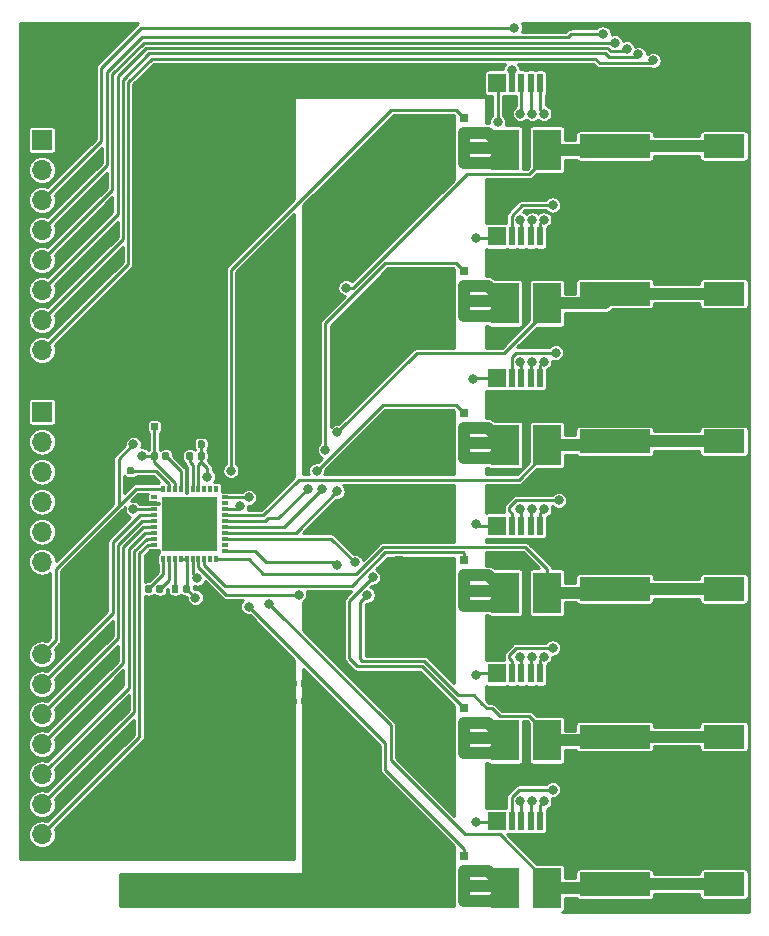
<source format=gbr>
G04 #@! TF.GenerationSoftware,KiCad,Pcbnew,5.1.3-ffb9f22~84~ubuntu18.04.1*
G04 #@! TF.CreationDate,2019-08-04T06:46:36-07:00*
G04 #@! TF.ProjectId,body_part_power,626f6479-5f70-4617-9274-5f706f776572,rev?*
G04 #@! TF.SameCoordinates,Original*
G04 #@! TF.FileFunction,Copper,L1,Top*
G04 #@! TF.FilePolarity,Positive*
%FSLAX46Y46*%
G04 Gerber Fmt 4.6, Leading zero omitted, Abs format (unit mm)*
G04 Created by KiCad (PCBNEW 5.1.3-ffb9f22~84~ubuntu18.04.1) date 2019-08-04 06:46:36*
%MOMM*%
%LPD*%
G04 APERTURE LIST*
%ADD10C,0.100000*%
%ADD11C,0.590000*%
%ADD12R,0.300000X0.500000*%
%ADD13R,0.500000X0.300000*%
%ADD14R,1.150000X1.150000*%
%ADD15R,3.500000X2.000000*%
%ADD16R,6.000000X2.000000*%
%ADD17R,1.700000X1.700000*%
%ADD18O,1.700000X1.700000*%
%ADD19R,0.800000X0.700000*%
%ADD20R,4.290000X4.500000*%
%ADD21R,1.600000X1.550000*%
%ADD22R,1.200000X1.550000*%
%ADD23R,2.400000X3.480000*%
%ADD24R,1.500000X1.600000*%
%ADD25R,0.500000X1.600000*%
%ADD26C,0.800000*%
%ADD27C,0.250000*%
%ADD28C,1.000000*%
%ADD29C,0.254000*%
G04 APERTURE END LIST*
D10*
G36*
X162676958Y-69430710D02*
G01*
X162691276Y-69432834D01*
X162705317Y-69436351D01*
X162718946Y-69441228D01*
X162732031Y-69447417D01*
X162744447Y-69454858D01*
X162756073Y-69463481D01*
X162766798Y-69473202D01*
X162776519Y-69483927D01*
X162785142Y-69495553D01*
X162792583Y-69507969D01*
X162798772Y-69521054D01*
X162803649Y-69534683D01*
X162807166Y-69548724D01*
X162809290Y-69563042D01*
X162810000Y-69577500D01*
X162810000Y-69922500D01*
X162809290Y-69936958D01*
X162807166Y-69951276D01*
X162803649Y-69965317D01*
X162798772Y-69978946D01*
X162792583Y-69992031D01*
X162785142Y-70004447D01*
X162776519Y-70016073D01*
X162766798Y-70026798D01*
X162756073Y-70036519D01*
X162744447Y-70045142D01*
X162732031Y-70052583D01*
X162718946Y-70058772D01*
X162705317Y-70063649D01*
X162691276Y-70067166D01*
X162676958Y-70069290D01*
X162662500Y-70070000D01*
X162367500Y-70070000D01*
X162353042Y-70069290D01*
X162338724Y-70067166D01*
X162324683Y-70063649D01*
X162311054Y-70058772D01*
X162297969Y-70052583D01*
X162285553Y-70045142D01*
X162273927Y-70036519D01*
X162263202Y-70026798D01*
X162253481Y-70016073D01*
X162244858Y-70004447D01*
X162237417Y-69992031D01*
X162231228Y-69978946D01*
X162226351Y-69965317D01*
X162222834Y-69951276D01*
X162220710Y-69936958D01*
X162220000Y-69922500D01*
X162220000Y-69577500D01*
X162220710Y-69563042D01*
X162222834Y-69548724D01*
X162226351Y-69534683D01*
X162231228Y-69521054D01*
X162237417Y-69507969D01*
X162244858Y-69495553D01*
X162253481Y-69483927D01*
X162263202Y-69473202D01*
X162273927Y-69463481D01*
X162285553Y-69454858D01*
X162297969Y-69447417D01*
X162311054Y-69441228D01*
X162324683Y-69436351D01*
X162338724Y-69432834D01*
X162353042Y-69430710D01*
X162367500Y-69430000D01*
X162662500Y-69430000D01*
X162676958Y-69430710D01*
X162676958Y-69430710D01*
G37*
D11*
X162515000Y-69750000D03*
D10*
G36*
X163646958Y-69430710D02*
G01*
X163661276Y-69432834D01*
X163675317Y-69436351D01*
X163688946Y-69441228D01*
X163702031Y-69447417D01*
X163714447Y-69454858D01*
X163726073Y-69463481D01*
X163736798Y-69473202D01*
X163746519Y-69483927D01*
X163755142Y-69495553D01*
X163762583Y-69507969D01*
X163768772Y-69521054D01*
X163773649Y-69534683D01*
X163777166Y-69548724D01*
X163779290Y-69563042D01*
X163780000Y-69577500D01*
X163780000Y-69922500D01*
X163779290Y-69936958D01*
X163777166Y-69951276D01*
X163773649Y-69965317D01*
X163768772Y-69978946D01*
X163762583Y-69992031D01*
X163755142Y-70004447D01*
X163746519Y-70016073D01*
X163736798Y-70026798D01*
X163726073Y-70036519D01*
X163714447Y-70045142D01*
X163702031Y-70052583D01*
X163688946Y-70058772D01*
X163675317Y-70063649D01*
X163661276Y-70067166D01*
X163646958Y-70069290D01*
X163632500Y-70070000D01*
X163337500Y-70070000D01*
X163323042Y-70069290D01*
X163308724Y-70067166D01*
X163294683Y-70063649D01*
X163281054Y-70058772D01*
X163267969Y-70052583D01*
X163255553Y-70045142D01*
X163243927Y-70036519D01*
X163233202Y-70026798D01*
X163223481Y-70016073D01*
X163214858Y-70004447D01*
X163207417Y-69992031D01*
X163201228Y-69978946D01*
X163196351Y-69965317D01*
X163192834Y-69951276D01*
X163190710Y-69936958D01*
X163190000Y-69922500D01*
X163190000Y-69577500D01*
X163190710Y-69563042D01*
X163192834Y-69548724D01*
X163196351Y-69534683D01*
X163201228Y-69521054D01*
X163207417Y-69507969D01*
X163214858Y-69495553D01*
X163223481Y-69483927D01*
X163233202Y-69473202D01*
X163243927Y-69463481D01*
X163255553Y-69454858D01*
X163267969Y-69447417D01*
X163281054Y-69441228D01*
X163294683Y-69436351D01*
X163308724Y-69432834D01*
X163323042Y-69430710D01*
X163337500Y-69430000D01*
X163632500Y-69430000D01*
X163646958Y-69430710D01*
X163646958Y-69430710D01*
G37*
D11*
X163485000Y-69750000D03*
D10*
G36*
X165676958Y-70930710D02*
G01*
X165691276Y-70932834D01*
X165705317Y-70936351D01*
X165718946Y-70941228D01*
X165732031Y-70947417D01*
X165744447Y-70954858D01*
X165756073Y-70963481D01*
X165766798Y-70973202D01*
X165776519Y-70983927D01*
X165785142Y-70995553D01*
X165792583Y-71007969D01*
X165798772Y-71021054D01*
X165803649Y-71034683D01*
X165807166Y-71048724D01*
X165809290Y-71063042D01*
X165810000Y-71077500D01*
X165810000Y-71422500D01*
X165809290Y-71436958D01*
X165807166Y-71451276D01*
X165803649Y-71465317D01*
X165798772Y-71478946D01*
X165792583Y-71492031D01*
X165785142Y-71504447D01*
X165776519Y-71516073D01*
X165766798Y-71526798D01*
X165756073Y-71536519D01*
X165744447Y-71545142D01*
X165732031Y-71552583D01*
X165718946Y-71558772D01*
X165705317Y-71563649D01*
X165691276Y-71567166D01*
X165676958Y-71569290D01*
X165662500Y-71570000D01*
X165367500Y-71570000D01*
X165353042Y-71569290D01*
X165338724Y-71567166D01*
X165324683Y-71563649D01*
X165311054Y-71558772D01*
X165297969Y-71552583D01*
X165285553Y-71545142D01*
X165273927Y-71536519D01*
X165263202Y-71526798D01*
X165253481Y-71516073D01*
X165244858Y-71504447D01*
X165237417Y-71492031D01*
X165231228Y-71478946D01*
X165226351Y-71465317D01*
X165222834Y-71451276D01*
X165220710Y-71436958D01*
X165220000Y-71422500D01*
X165220000Y-71077500D01*
X165220710Y-71063042D01*
X165222834Y-71048724D01*
X165226351Y-71034683D01*
X165231228Y-71021054D01*
X165237417Y-71007969D01*
X165244858Y-70995553D01*
X165253481Y-70983927D01*
X165263202Y-70973202D01*
X165273927Y-70963481D01*
X165285553Y-70954858D01*
X165297969Y-70947417D01*
X165311054Y-70941228D01*
X165324683Y-70936351D01*
X165338724Y-70932834D01*
X165353042Y-70930710D01*
X165367500Y-70930000D01*
X165662500Y-70930000D01*
X165676958Y-70930710D01*
X165676958Y-70930710D01*
G37*
D11*
X165515000Y-71250000D03*
D10*
G36*
X166646958Y-70930710D02*
G01*
X166661276Y-70932834D01*
X166675317Y-70936351D01*
X166688946Y-70941228D01*
X166702031Y-70947417D01*
X166714447Y-70954858D01*
X166726073Y-70963481D01*
X166736798Y-70973202D01*
X166746519Y-70983927D01*
X166755142Y-70995553D01*
X166762583Y-71007969D01*
X166768772Y-71021054D01*
X166773649Y-71034683D01*
X166777166Y-71048724D01*
X166779290Y-71063042D01*
X166780000Y-71077500D01*
X166780000Y-71422500D01*
X166779290Y-71436958D01*
X166777166Y-71451276D01*
X166773649Y-71465317D01*
X166768772Y-71478946D01*
X166762583Y-71492031D01*
X166755142Y-71504447D01*
X166746519Y-71516073D01*
X166736798Y-71526798D01*
X166726073Y-71536519D01*
X166714447Y-71545142D01*
X166702031Y-71552583D01*
X166688946Y-71558772D01*
X166675317Y-71563649D01*
X166661276Y-71567166D01*
X166646958Y-71569290D01*
X166632500Y-71570000D01*
X166337500Y-71570000D01*
X166323042Y-71569290D01*
X166308724Y-71567166D01*
X166294683Y-71563649D01*
X166281054Y-71558772D01*
X166267969Y-71552583D01*
X166255553Y-71545142D01*
X166243927Y-71536519D01*
X166233202Y-71526798D01*
X166223481Y-71516073D01*
X166214858Y-71504447D01*
X166207417Y-71492031D01*
X166201228Y-71478946D01*
X166196351Y-71465317D01*
X166192834Y-71451276D01*
X166190710Y-71436958D01*
X166190000Y-71422500D01*
X166190000Y-71077500D01*
X166190710Y-71063042D01*
X166192834Y-71048724D01*
X166196351Y-71034683D01*
X166201228Y-71021054D01*
X166207417Y-71007969D01*
X166214858Y-70995553D01*
X166223481Y-70983927D01*
X166233202Y-70973202D01*
X166243927Y-70963481D01*
X166255553Y-70954858D01*
X166267969Y-70947417D01*
X166281054Y-70941228D01*
X166294683Y-70936351D01*
X166308724Y-70932834D01*
X166323042Y-70930710D01*
X166337500Y-70930000D01*
X166632500Y-70930000D01*
X166646958Y-70930710D01*
X166646958Y-70930710D01*
G37*
D11*
X166485000Y-71250000D03*
D10*
G36*
X162176958Y-83180710D02*
G01*
X162191276Y-83182834D01*
X162205317Y-83186351D01*
X162218946Y-83191228D01*
X162232031Y-83197417D01*
X162244447Y-83204858D01*
X162256073Y-83213481D01*
X162266798Y-83223202D01*
X162276519Y-83233927D01*
X162285142Y-83245553D01*
X162292583Y-83257969D01*
X162298772Y-83271054D01*
X162303649Y-83284683D01*
X162307166Y-83298724D01*
X162309290Y-83313042D01*
X162310000Y-83327500D01*
X162310000Y-83672500D01*
X162309290Y-83686958D01*
X162307166Y-83701276D01*
X162303649Y-83715317D01*
X162298772Y-83728946D01*
X162292583Y-83742031D01*
X162285142Y-83754447D01*
X162276519Y-83766073D01*
X162266798Y-83776798D01*
X162256073Y-83786519D01*
X162244447Y-83795142D01*
X162232031Y-83802583D01*
X162218946Y-83808772D01*
X162205317Y-83813649D01*
X162191276Y-83817166D01*
X162176958Y-83819290D01*
X162162500Y-83820000D01*
X161867500Y-83820000D01*
X161853042Y-83819290D01*
X161838724Y-83817166D01*
X161824683Y-83813649D01*
X161811054Y-83808772D01*
X161797969Y-83802583D01*
X161785553Y-83795142D01*
X161773927Y-83786519D01*
X161763202Y-83776798D01*
X161753481Y-83766073D01*
X161744858Y-83754447D01*
X161737417Y-83742031D01*
X161731228Y-83728946D01*
X161726351Y-83715317D01*
X161722834Y-83701276D01*
X161720710Y-83686958D01*
X161720000Y-83672500D01*
X161720000Y-83327500D01*
X161720710Y-83313042D01*
X161722834Y-83298724D01*
X161726351Y-83284683D01*
X161731228Y-83271054D01*
X161737417Y-83257969D01*
X161744858Y-83245553D01*
X161753481Y-83233927D01*
X161763202Y-83223202D01*
X161773927Y-83213481D01*
X161785553Y-83204858D01*
X161797969Y-83197417D01*
X161811054Y-83191228D01*
X161824683Y-83186351D01*
X161838724Y-83182834D01*
X161853042Y-83180710D01*
X161867500Y-83180000D01*
X162162500Y-83180000D01*
X162176958Y-83180710D01*
X162176958Y-83180710D01*
G37*
D11*
X162015000Y-83500000D03*
D10*
G36*
X163146958Y-83180710D02*
G01*
X163161276Y-83182834D01*
X163175317Y-83186351D01*
X163188946Y-83191228D01*
X163202031Y-83197417D01*
X163214447Y-83204858D01*
X163226073Y-83213481D01*
X163236798Y-83223202D01*
X163246519Y-83233927D01*
X163255142Y-83245553D01*
X163262583Y-83257969D01*
X163268772Y-83271054D01*
X163273649Y-83284683D01*
X163277166Y-83298724D01*
X163279290Y-83313042D01*
X163280000Y-83327500D01*
X163280000Y-83672500D01*
X163279290Y-83686958D01*
X163277166Y-83701276D01*
X163273649Y-83715317D01*
X163268772Y-83728946D01*
X163262583Y-83742031D01*
X163255142Y-83754447D01*
X163246519Y-83766073D01*
X163236798Y-83776798D01*
X163226073Y-83786519D01*
X163214447Y-83795142D01*
X163202031Y-83802583D01*
X163188946Y-83808772D01*
X163175317Y-83813649D01*
X163161276Y-83817166D01*
X163146958Y-83819290D01*
X163132500Y-83820000D01*
X162837500Y-83820000D01*
X162823042Y-83819290D01*
X162808724Y-83817166D01*
X162794683Y-83813649D01*
X162781054Y-83808772D01*
X162767969Y-83802583D01*
X162755553Y-83795142D01*
X162743927Y-83786519D01*
X162733202Y-83776798D01*
X162723481Y-83766073D01*
X162714858Y-83754447D01*
X162707417Y-83742031D01*
X162701228Y-83728946D01*
X162696351Y-83715317D01*
X162692834Y-83701276D01*
X162690710Y-83686958D01*
X162690000Y-83672500D01*
X162690000Y-83327500D01*
X162690710Y-83313042D01*
X162692834Y-83298724D01*
X162696351Y-83284683D01*
X162701228Y-83271054D01*
X162707417Y-83257969D01*
X162714858Y-83245553D01*
X162723481Y-83233927D01*
X162733202Y-83223202D01*
X162743927Y-83213481D01*
X162755553Y-83204858D01*
X162767969Y-83197417D01*
X162781054Y-83191228D01*
X162794683Y-83186351D01*
X162808724Y-83182834D01*
X162823042Y-83180710D01*
X162837500Y-83180000D01*
X163132500Y-83180000D01*
X163146958Y-83180710D01*
X163146958Y-83180710D01*
G37*
D11*
X162985000Y-83500000D03*
D10*
G36*
X175396958Y-91180710D02*
G01*
X175411276Y-91182834D01*
X175425317Y-91186351D01*
X175438946Y-91191228D01*
X175452031Y-91197417D01*
X175464447Y-91204858D01*
X175476073Y-91213481D01*
X175486798Y-91223202D01*
X175496519Y-91233927D01*
X175505142Y-91245553D01*
X175512583Y-91257969D01*
X175518772Y-91271054D01*
X175523649Y-91284683D01*
X175527166Y-91298724D01*
X175529290Y-91313042D01*
X175530000Y-91327500D01*
X175530000Y-91672500D01*
X175529290Y-91686958D01*
X175527166Y-91701276D01*
X175523649Y-91715317D01*
X175518772Y-91728946D01*
X175512583Y-91742031D01*
X175505142Y-91754447D01*
X175496519Y-91766073D01*
X175486798Y-91776798D01*
X175476073Y-91786519D01*
X175464447Y-91795142D01*
X175452031Y-91802583D01*
X175438946Y-91808772D01*
X175425317Y-91813649D01*
X175411276Y-91817166D01*
X175396958Y-91819290D01*
X175382500Y-91820000D01*
X175087500Y-91820000D01*
X175073042Y-91819290D01*
X175058724Y-91817166D01*
X175044683Y-91813649D01*
X175031054Y-91808772D01*
X175017969Y-91802583D01*
X175005553Y-91795142D01*
X174993927Y-91786519D01*
X174983202Y-91776798D01*
X174973481Y-91766073D01*
X174964858Y-91754447D01*
X174957417Y-91742031D01*
X174951228Y-91728946D01*
X174946351Y-91715317D01*
X174942834Y-91701276D01*
X174940710Y-91686958D01*
X174940000Y-91672500D01*
X174940000Y-91327500D01*
X174940710Y-91313042D01*
X174942834Y-91298724D01*
X174946351Y-91284683D01*
X174951228Y-91271054D01*
X174957417Y-91257969D01*
X174964858Y-91245553D01*
X174973481Y-91233927D01*
X174983202Y-91223202D01*
X174993927Y-91213481D01*
X175005553Y-91204858D01*
X175017969Y-91197417D01*
X175031054Y-91191228D01*
X175044683Y-91186351D01*
X175058724Y-91182834D01*
X175073042Y-91180710D01*
X175087500Y-91180000D01*
X175382500Y-91180000D01*
X175396958Y-91180710D01*
X175396958Y-91180710D01*
G37*
D11*
X175235000Y-91500000D03*
D10*
G36*
X174426958Y-91180710D02*
G01*
X174441276Y-91182834D01*
X174455317Y-91186351D01*
X174468946Y-91191228D01*
X174482031Y-91197417D01*
X174494447Y-91204858D01*
X174506073Y-91213481D01*
X174516798Y-91223202D01*
X174526519Y-91233927D01*
X174535142Y-91245553D01*
X174542583Y-91257969D01*
X174548772Y-91271054D01*
X174553649Y-91284683D01*
X174557166Y-91298724D01*
X174559290Y-91313042D01*
X174560000Y-91327500D01*
X174560000Y-91672500D01*
X174559290Y-91686958D01*
X174557166Y-91701276D01*
X174553649Y-91715317D01*
X174548772Y-91728946D01*
X174542583Y-91742031D01*
X174535142Y-91754447D01*
X174526519Y-91766073D01*
X174516798Y-91776798D01*
X174506073Y-91786519D01*
X174494447Y-91795142D01*
X174482031Y-91802583D01*
X174468946Y-91808772D01*
X174455317Y-91813649D01*
X174441276Y-91817166D01*
X174426958Y-91819290D01*
X174412500Y-91820000D01*
X174117500Y-91820000D01*
X174103042Y-91819290D01*
X174088724Y-91817166D01*
X174074683Y-91813649D01*
X174061054Y-91808772D01*
X174047969Y-91802583D01*
X174035553Y-91795142D01*
X174023927Y-91786519D01*
X174013202Y-91776798D01*
X174003481Y-91766073D01*
X173994858Y-91754447D01*
X173987417Y-91742031D01*
X173981228Y-91728946D01*
X173976351Y-91715317D01*
X173972834Y-91701276D01*
X173970710Y-91686958D01*
X173970000Y-91672500D01*
X173970000Y-91327500D01*
X173970710Y-91313042D01*
X173972834Y-91298724D01*
X173976351Y-91284683D01*
X173981228Y-91271054D01*
X173987417Y-91257969D01*
X173994858Y-91245553D01*
X174003481Y-91233927D01*
X174013202Y-91223202D01*
X174023927Y-91213481D01*
X174035553Y-91204858D01*
X174047969Y-91197417D01*
X174061054Y-91191228D01*
X174074683Y-91186351D01*
X174088724Y-91182834D01*
X174103042Y-91180710D01*
X174117500Y-91180000D01*
X174412500Y-91180000D01*
X174426958Y-91180710D01*
X174426958Y-91180710D01*
G37*
D11*
X174265000Y-91500000D03*
D10*
G36*
X174426958Y-92680710D02*
G01*
X174441276Y-92682834D01*
X174455317Y-92686351D01*
X174468946Y-92691228D01*
X174482031Y-92697417D01*
X174494447Y-92704858D01*
X174506073Y-92713481D01*
X174516798Y-92723202D01*
X174526519Y-92733927D01*
X174535142Y-92745553D01*
X174542583Y-92757969D01*
X174548772Y-92771054D01*
X174553649Y-92784683D01*
X174557166Y-92798724D01*
X174559290Y-92813042D01*
X174560000Y-92827500D01*
X174560000Y-93172500D01*
X174559290Y-93186958D01*
X174557166Y-93201276D01*
X174553649Y-93215317D01*
X174548772Y-93228946D01*
X174542583Y-93242031D01*
X174535142Y-93254447D01*
X174526519Y-93266073D01*
X174516798Y-93276798D01*
X174506073Y-93286519D01*
X174494447Y-93295142D01*
X174482031Y-93302583D01*
X174468946Y-93308772D01*
X174455317Y-93313649D01*
X174441276Y-93317166D01*
X174426958Y-93319290D01*
X174412500Y-93320000D01*
X174117500Y-93320000D01*
X174103042Y-93319290D01*
X174088724Y-93317166D01*
X174074683Y-93313649D01*
X174061054Y-93308772D01*
X174047969Y-93302583D01*
X174035553Y-93295142D01*
X174023927Y-93286519D01*
X174013202Y-93276798D01*
X174003481Y-93266073D01*
X173994858Y-93254447D01*
X173987417Y-93242031D01*
X173981228Y-93228946D01*
X173976351Y-93215317D01*
X173972834Y-93201276D01*
X173970710Y-93186958D01*
X173970000Y-93172500D01*
X173970000Y-92827500D01*
X173970710Y-92813042D01*
X173972834Y-92798724D01*
X173976351Y-92784683D01*
X173981228Y-92771054D01*
X173987417Y-92757969D01*
X173994858Y-92745553D01*
X174003481Y-92733927D01*
X174013202Y-92723202D01*
X174023927Y-92713481D01*
X174035553Y-92704858D01*
X174047969Y-92697417D01*
X174061054Y-92691228D01*
X174074683Y-92686351D01*
X174088724Y-92682834D01*
X174103042Y-92680710D01*
X174117500Y-92680000D01*
X174412500Y-92680000D01*
X174426958Y-92680710D01*
X174426958Y-92680710D01*
G37*
D11*
X174265000Y-93000000D03*
D10*
G36*
X175396958Y-92680710D02*
G01*
X175411276Y-92682834D01*
X175425317Y-92686351D01*
X175438946Y-92691228D01*
X175452031Y-92697417D01*
X175464447Y-92704858D01*
X175476073Y-92713481D01*
X175486798Y-92723202D01*
X175496519Y-92733927D01*
X175505142Y-92745553D01*
X175512583Y-92757969D01*
X175518772Y-92771054D01*
X175523649Y-92784683D01*
X175527166Y-92798724D01*
X175529290Y-92813042D01*
X175530000Y-92827500D01*
X175530000Y-93172500D01*
X175529290Y-93186958D01*
X175527166Y-93201276D01*
X175523649Y-93215317D01*
X175518772Y-93228946D01*
X175512583Y-93242031D01*
X175505142Y-93254447D01*
X175496519Y-93266073D01*
X175486798Y-93276798D01*
X175476073Y-93286519D01*
X175464447Y-93295142D01*
X175452031Y-93302583D01*
X175438946Y-93308772D01*
X175425317Y-93313649D01*
X175411276Y-93317166D01*
X175396958Y-93319290D01*
X175382500Y-93320000D01*
X175087500Y-93320000D01*
X175073042Y-93319290D01*
X175058724Y-93317166D01*
X175044683Y-93313649D01*
X175031054Y-93308772D01*
X175017969Y-93302583D01*
X175005553Y-93295142D01*
X174993927Y-93286519D01*
X174983202Y-93276798D01*
X174973481Y-93266073D01*
X174964858Y-93254447D01*
X174957417Y-93242031D01*
X174951228Y-93228946D01*
X174946351Y-93215317D01*
X174942834Y-93201276D01*
X174940710Y-93186958D01*
X174940000Y-93172500D01*
X174940000Y-92827500D01*
X174940710Y-92813042D01*
X174942834Y-92798724D01*
X174946351Y-92784683D01*
X174951228Y-92771054D01*
X174957417Y-92757969D01*
X174964858Y-92745553D01*
X174973481Y-92733927D01*
X174983202Y-92723202D01*
X174993927Y-92713481D01*
X175005553Y-92704858D01*
X175017969Y-92697417D01*
X175031054Y-92691228D01*
X175044683Y-92686351D01*
X175058724Y-92682834D01*
X175073042Y-92680710D01*
X175087500Y-92680000D01*
X175382500Y-92680000D01*
X175396958Y-92680710D01*
X175396958Y-92680710D01*
G37*
D11*
X175235000Y-93000000D03*
D10*
G36*
X165396958Y-83180710D02*
G01*
X165411276Y-83182834D01*
X165425317Y-83186351D01*
X165438946Y-83191228D01*
X165452031Y-83197417D01*
X165464447Y-83204858D01*
X165476073Y-83213481D01*
X165486798Y-83223202D01*
X165496519Y-83233927D01*
X165505142Y-83245553D01*
X165512583Y-83257969D01*
X165518772Y-83271054D01*
X165523649Y-83284683D01*
X165527166Y-83298724D01*
X165529290Y-83313042D01*
X165530000Y-83327500D01*
X165530000Y-83672500D01*
X165529290Y-83686958D01*
X165527166Y-83701276D01*
X165523649Y-83715317D01*
X165518772Y-83728946D01*
X165512583Y-83742031D01*
X165505142Y-83754447D01*
X165496519Y-83766073D01*
X165486798Y-83776798D01*
X165476073Y-83786519D01*
X165464447Y-83795142D01*
X165452031Y-83802583D01*
X165438946Y-83808772D01*
X165425317Y-83813649D01*
X165411276Y-83817166D01*
X165396958Y-83819290D01*
X165382500Y-83820000D01*
X165087500Y-83820000D01*
X165073042Y-83819290D01*
X165058724Y-83817166D01*
X165044683Y-83813649D01*
X165031054Y-83808772D01*
X165017969Y-83802583D01*
X165005553Y-83795142D01*
X164993927Y-83786519D01*
X164983202Y-83776798D01*
X164973481Y-83766073D01*
X164964858Y-83754447D01*
X164957417Y-83742031D01*
X164951228Y-83728946D01*
X164946351Y-83715317D01*
X164942834Y-83701276D01*
X164940710Y-83686958D01*
X164940000Y-83672500D01*
X164940000Y-83327500D01*
X164940710Y-83313042D01*
X164942834Y-83298724D01*
X164946351Y-83284683D01*
X164951228Y-83271054D01*
X164957417Y-83257969D01*
X164964858Y-83245553D01*
X164973481Y-83233927D01*
X164983202Y-83223202D01*
X164993927Y-83213481D01*
X165005553Y-83204858D01*
X165017969Y-83197417D01*
X165031054Y-83191228D01*
X165044683Y-83186351D01*
X165058724Y-83182834D01*
X165073042Y-83180710D01*
X165087500Y-83180000D01*
X165382500Y-83180000D01*
X165396958Y-83180710D01*
X165396958Y-83180710D01*
G37*
D11*
X165235000Y-83500000D03*
D10*
G36*
X164426958Y-83180710D02*
G01*
X164441276Y-83182834D01*
X164455317Y-83186351D01*
X164468946Y-83191228D01*
X164482031Y-83197417D01*
X164494447Y-83204858D01*
X164506073Y-83213481D01*
X164516798Y-83223202D01*
X164526519Y-83233927D01*
X164535142Y-83245553D01*
X164542583Y-83257969D01*
X164548772Y-83271054D01*
X164553649Y-83284683D01*
X164557166Y-83298724D01*
X164559290Y-83313042D01*
X164560000Y-83327500D01*
X164560000Y-83672500D01*
X164559290Y-83686958D01*
X164557166Y-83701276D01*
X164553649Y-83715317D01*
X164548772Y-83728946D01*
X164542583Y-83742031D01*
X164535142Y-83754447D01*
X164526519Y-83766073D01*
X164516798Y-83776798D01*
X164506073Y-83786519D01*
X164494447Y-83795142D01*
X164482031Y-83802583D01*
X164468946Y-83808772D01*
X164455317Y-83813649D01*
X164441276Y-83817166D01*
X164426958Y-83819290D01*
X164412500Y-83820000D01*
X164117500Y-83820000D01*
X164103042Y-83819290D01*
X164088724Y-83817166D01*
X164074683Y-83813649D01*
X164061054Y-83808772D01*
X164047969Y-83802583D01*
X164035553Y-83795142D01*
X164023927Y-83786519D01*
X164013202Y-83776798D01*
X164003481Y-83766073D01*
X163994858Y-83754447D01*
X163987417Y-83742031D01*
X163981228Y-83728946D01*
X163976351Y-83715317D01*
X163972834Y-83701276D01*
X163970710Y-83686958D01*
X163970000Y-83672500D01*
X163970000Y-83327500D01*
X163970710Y-83313042D01*
X163972834Y-83298724D01*
X163976351Y-83284683D01*
X163981228Y-83271054D01*
X163987417Y-83257969D01*
X163994858Y-83245553D01*
X164003481Y-83233927D01*
X164013202Y-83223202D01*
X164023927Y-83213481D01*
X164035553Y-83204858D01*
X164047969Y-83197417D01*
X164061054Y-83191228D01*
X164074683Y-83186351D01*
X164088724Y-83182834D01*
X164103042Y-83180710D01*
X164117500Y-83180000D01*
X164412500Y-83180000D01*
X164426958Y-83180710D01*
X164426958Y-83180710D01*
G37*
D11*
X164265000Y-83500000D03*
D12*
X163250000Y-81000000D03*
X163750000Y-81000000D03*
X164250000Y-81000000D03*
X164750000Y-81000000D03*
X165250000Y-81000000D03*
X165750000Y-81000000D03*
X166250000Y-81000000D03*
X166750000Y-81000000D03*
X167250000Y-81000000D03*
X167750000Y-81000000D03*
D13*
X168500000Y-80250000D03*
X168500000Y-79750000D03*
X168500000Y-79250000D03*
X168500000Y-78750000D03*
X168500000Y-78250000D03*
X168500000Y-77750000D03*
X168500000Y-77250000D03*
X168500000Y-76750000D03*
X168500000Y-76250000D03*
X168500000Y-75750000D03*
D12*
X167750000Y-75000000D03*
X167250000Y-75000000D03*
X166750000Y-75000000D03*
X166250000Y-75000000D03*
X165750000Y-75000000D03*
X165250000Y-75000000D03*
X164750000Y-75000000D03*
X164250000Y-75000000D03*
X163750000Y-75000000D03*
X163250000Y-75000000D03*
D13*
X162500000Y-75750000D03*
X162500000Y-76250000D03*
X162500000Y-76750000D03*
X162500000Y-77250000D03*
X162500000Y-77750000D03*
X162500000Y-78250000D03*
X162500000Y-78750000D03*
X162500000Y-79250000D03*
X162500000Y-79750000D03*
X162500000Y-80250000D03*
D14*
X167225000Y-76275000D03*
X166075000Y-76275000D03*
X164925000Y-76275000D03*
X163775000Y-76275000D03*
X167225000Y-77425000D03*
X166075000Y-77425000D03*
X164925000Y-77425000D03*
X163775000Y-77425000D03*
X167225000Y-78575000D03*
X166075000Y-78575000D03*
X164925000Y-78575000D03*
X163775000Y-78575000D03*
X167225000Y-79725000D03*
X166075000Y-79725000D03*
X164925000Y-79725000D03*
X163775000Y-79725000D03*
D15*
X172250000Y-105000000D03*
D16*
X163000000Y-105000000D03*
X163000000Y-109000000D03*
D15*
X172250000Y-109000000D03*
D17*
X153000000Y-86500000D03*
D18*
X153000000Y-89040000D03*
X153000000Y-91580000D03*
X153000000Y-94120000D03*
X153000000Y-96660000D03*
X153000000Y-99200000D03*
X153000000Y-101740000D03*
X153000000Y-104280000D03*
X153000000Y-63280000D03*
X153000000Y-60740000D03*
X153000000Y-58200000D03*
X153000000Y-55660000D03*
X153000000Y-53120000D03*
X153000000Y-50580000D03*
X153000000Y-48040000D03*
D17*
X153000000Y-45500000D03*
D15*
X210750000Y-42000000D03*
D16*
X201500000Y-42000000D03*
X201500000Y-46000000D03*
D15*
X210750000Y-46000000D03*
X210750000Y-83500000D03*
D16*
X201500000Y-83500000D03*
X201500000Y-79500000D03*
D15*
X210750000Y-79500000D03*
D17*
X153000000Y-68500000D03*
D18*
X153000000Y-71040000D03*
X153000000Y-73580000D03*
X153000000Y-76120000D03*
X153000000Y-78660000D03*
X153000000Y-81200000D03*
D15*
X210750000Y-58500000D03*
D16*
X201500000Y-58500000D03*
X201500000Y-54500000D03*
D15*
X210750000Y-54500000D03*
X210750000Y-92000000D03*
D16*
X201500000Y-92000000D03*
X201500000Y-96000000D03*
D15*
X210750000Y-96000000D03*
X210750000Y-67000000D03*
D16*
X201500000Y-67000000D03*
X201500000Y-71000000D03*
D15*
X210750000Y-71000000D03*
X210750000Y-108500000D03*
D16*
X201500000Y-108500000D03*
X201500000Y-104500000D03*
D15*
X210750000Y-104500000D03*
D19*
X188750000Y-47410000D03*
X188750000Y-46140000D03*
X188750000Y-44860000D03*
X188750000Y-43590000D03*
X183250000Y-43590000D03*
X183250000Y-44860000D03*
X183250000Y-46140000D03*
X183250000Y-47410000D03*
D20*
X185500000Y-45500000D03*
D21*
X184750000Y-46590000D03*
X184750000Y-44410000D03*
D22*
X186750000Y-46590000D03*
X186750000Y-44410000D03*
X186750000Y-81910000D03*
X186750000Y-84090000D03*
D21*
X184750000Y-81910000D03*
X184750000Y-84090000D03*
D20*
X185500000Y-83000000D03*
D19*
X183250000Y-84910000D03*
X183250000Y-83640000D03*
X183250000Y-82360000D03*
X183250000Y-81090000D03*
X188750000Y-81090000D03*
X188750000Y-82360000D03*
X188750000Y-83640000D03*
X188750000Y-84910000D03*
D22*
X186750000Y-57410000D03*
X186750000Y-59590000D03*
D21*
X184750000Y-57410000D03*
X184750000Y-59590000D03*
D20*
X185500000Y-58500000D03*
D19*
X183250000Y-60410000D03*
X183250000Y-59140000D03*
X183250000Y-57860000D03*
X183250000Y-56590000D03*
X188750000Y-56590000D03*
X188750000Y-57860000D03*
X188750000Y-59140000D03*
X188750000Y-60410000D03*
D22*
X186750000Y-94410000D03*
X186750000Y-96590000D03*
D21*
X184750000Y-94410000D03*
X184750000Y-96590000D03*
D20*
X185500000Y-95500000D03*
D19*
X183250000Y-97410000D03*
X183250000Y-96140000D03*
X183250000Y-94860000D03*
X183250000Y-93590000D03*
X188750000Y-93590000D03*
X188750000Y-94860000D03*
X188750000Y-96140000D03*
X188750000Y-97410000D03*
X188750000Y-72410000D03*
X188750000Y-71140000D03*
X188750000Y-69860000D03*
X188750000Y-68590000D03*
X183250000Y-68590000D03*
X183250000Y-69860000D03*
X183250000Y-71140000D03*
X183250000Y-72410000D03*
D20*
X185500000Y-70500000D03*
D21*
X184750000Y-71590000D03*
X184750000Y-69410000D03*
D22*
X186750000Y-71590000D03*
X186750000Y-69410000D03*
D19*
X188750000Y-109910000D03*
X188750000Y-108640000D03*
X188750000Y-107360000D03*
X188750000Y-106090000D03*
X183250000Y-106090000D03*
X183250000Y-107360000D03*
X183250000Y-108640000D03*
X183250000Y-109910000D03*
D20*
X185500000Y-108000000D03*
D21*
X184750000Y-109090000D03*
X184750000Y-106910000D03*
D22*
X186750000Y-109090000D03*
X186750000Y-106910000D03*
D10*
G36*
X163646958Y-71930710D02*
G01*
X163661276Y-71932834D01*
X163675317Y-71936351D01*
X163688946Y-71941228D01*
X163702031Y-71947417D01*
X163714447Y-71954858D01*
X163726073Y-71963481D01*
X163736798Y-71973202D01*
X163746519Y-71983927D01*
X163755142Y-71995553D01*
X163762583Y-72007969D01*
X163768772Y-72021054D01*
X163773649Y-72034683D01*
X163777166Y-72048724D01*
X163779290Y-72063042D01*
X163780000Y-72077500D01*
X163780000Y-72422500D01*
X163779290Y-72436958D01*
X163777166Y-72451276D01*
X163773649Y-72465317D01*
X163768772Y-72478946D01*
X163762583Y-72492031D01*
X163755142Y-72504447D01*
X163746519Y-72516073D01*
X163736798Y-72526798D01*
X163726073Y-72536519D01*
X163714447Y-72545142D01*
X163702031Y-72552583D01*
X163688946Y-72558772D01*
X163675317Y-72563649D01*
X163661276Y-72567166D01*
X163646958Y-72569290D01*
X163632500Y-72570000D01*
X163337500Y-72570000D01*
X163323042Y-72569290D01*
X163308724Y-72567166D01*
X163294683Y-72563649D01*
X163281054Y-72558772D01*
X163267969Y-72552583D01*
X163255553Y-72545142D01*
X163243927Y-72536519D01*
X163233202Y-72526798D01*
X163223481Y-72516073D01*
X163214858Y-72504447D01*
X163207417Y-72492031D01*
X163201228Y-72478946D01*
X163196351Y-72465317D01*
X163192834Y-72451276D01*
X163190710Y-72436958D01*
X163190000Y-72422500D01*
X163190000Y-72077500D01*
X163190710Y-72063042D01*
X163192834Y-72048724D01*
X163196351Y-72034683D01*
X163201228Y-72021054D01*
X163207417Y-72007969D01*
X163214858Y-71995553D01*
X163223481Y-71983927D01*
X163233202Y-71973202D01*
X163243927Y-71963481D01*
X163255553Y-71954858D01*
X163267969Y-71947417D01*
X163281054Y-71941228D01*
X163294683Y-71936351D01*
X163308724Y-71932834D01*
X163323042Y-71930710D01*
X163337500Y-71930000D01*
X163632500Y-71930000D01*
X163646958Y-71930710D01*
X163646958Y-71930710D01*
G37*
D11*
X163485000Y-72250000D03*
D10*
G36*
X162676958Y-71930710D02*
G01*
X162691276Y-71932834D01*
X162705317Y-71936351D01*
X162718946Y-71941228D01*
X162732031Y-71947417D01*
X162744447Y-71954858D01*
X162756073Y-71963481D01*
X162766798Y-71973202D01*
X162776519Y-71983927D01*
X162785142Y-71995553D01*
X162792583Y-72007969D01*
X162798772Y-72021054D01*
X162803649Y-72034683D01*
X162807166Y-72048724D01*
X162809290Y-72063042D01*
X162810000Y-72077500D01*
X162810000Y-72422500D01*
X162809290Y-72436958D01*
X162807166Y-72451276D01*
X162803649Y-72465317D01*
X162798772Y-72478946D01*
X162792583Y-72492031D01*
X162785142Y-72504447D01*
X162776519Y-72516073D01*
X162766798Y-72526798D01*
X162756073Y-72536519D01*
X162744447Y-72545142D01*
X162732031Y-72552583D01*
X162718946Y-72558772D01*
X162705317Y-72563649D01*
X162691276Y-72567166D01*
X162676958Y-72569290D01*
X162662500Y-72570000D01*
X162367500Y-72570000D01*
X162353042Y-72569290D01*
X162338724Y-72567166D01*
X162324683Y-72563649D01*
X162311054Y-72558772D01*
X162297969Y-72552583D01*
X162285553Y-72545142D01*
X162273927Y-72536519D01*
X162263202Y-72526798D01*
X162253481Y-72516073D01*
X162244858Y-72504447D01*
X162237417Y-72492031D01*
X162231228Y-72478946D01*
X162226351Y-72465317D01*
X162222834Y-72451276D01*
X162220710Y-72436958D01*
X162220000Y-72422500D01*
X162220000Y-72077500D01*
X162220710Y-72063042D01*
X162222834Y-72048724D01*
X162226351Y-72034683D01*
X162231228Y-72021054D01*
X162237417Y-72007969D01*
X162244858Y-71995553D01*
X162253481Y-71983927D01*
X162263202Y-71973202D01*
X162273927Y-71963481D01*
X162285553Y-71954858D01*
X162297969Y-71947417D01*
X162311054Y-71941228D01*
X162324683Y-71936351D01*
X162338724Y-71932834D01*
X162353042Y-71930710D01*
X162367500Y-71930000D01*
X162662500Y-71930000D01*
X162676958Y-71930710D01*
X162676958Y-71930710D01*
G37*
D11*
X162515000Y-72250000D03*
D10*
G36*
X160686958Y-73220710D02*
G01*
X160701276Y-73222834D01*
X160715317Y-73226351D01*
X160728946Y-73231228D01*
X160742031Y-73237417D01*
X160754447Y-73244858D01*
X160766073Y-73253481D01*
X160776798Y-73263202D01*
X160786519Y-73273927D01*
X160795142Y-73285553D01*
X160802583Y-73297969D01*
X160808772Y-73311054D01*
X160813649Y-73324683D01*
X160817166Y-73338724D01*
X160819290Y-73353042D01*
X160820000Y-73367500D01*
X160820000Y-73662500D01*
X160819290Y-73676958D01*
X160817166Y-73691276D01*
X160813649Y-73705317D01*
X160808772Y-73718946D01*
X160802583Y-73732031D01*
X160795142Y-73744447D01*
X160786519Y-73756073D01*
X160776798Y-73766798D01*
X160766073Y-73776519D01*
X160754447Y-73785142D01*
X160742031Y-73792583D01*
X160728946Y-73798772D01*
X160715317Y-73803649D01*
X160701276Y-73807166D01*
X160686958Y-73809290D01*
X160672500Y-73810000D01*
X160327500Y-73810000D01*
X160313042Y-73809290D01*
X160298724Y-73807166D01*
X160284683Y-73803649D01*
X160271054Y-73798772D01*
X160257969Y-73792583D01*
X160245553Y-73785142D01*
X160233927Y-73776519D01*
X160223202Y-73766798D01*
X160213481Y-73756073D01*
X160204858Y-73744447D01*
X160197417Y-73732031D01*
X160191228Y-73718946D01*
X160186351Y-73705317D01*
X160182834Y-73691276D01*
X160180710Y-73676958D01*
X160180000Y-73662500D01*
X160180000Y-73367500D01*
X160180710Y-73353042D01*
X160182834Y-73338724D01*
X160186351Y-73324683D01*
X160191228Y-73311054D01*
X160197417Y-73297969D01*
X160204858Y-73285553D01*
X160213481Y-73273927D01*
X160223202Y-73263202D01*
X160233927Y-73253481D01*
X160245553Y-73244858D01*
X160257969Y-73237417D01*
X160271054Y-73231228D01*
X160284683Y-73226351D01*
X160298724Y-73222834D01*
X160313042Y-73220710D01*
X160327500Y-73220000D01*
X160672500Y-73220000D01*
X160686958Y-73220710D01*
X160686958Y-73220710D01*
G37*
D11*
X160500000Y-73515000D03*
D10*
G36*
X160686958Y-74190710D02*
G01*
X160701276Y-74192834D01*
X160715317Y-74196351D01*
X160728946Y-74201228D01*
X160742031Y-74207417D01*
X160754447Y-74214858D01*
X160766073Y-74223481D01*
X160776798Y-74233202D01*
X160786519Y-74243927D01*
X160795142Y-74255553D01*
X160802583Y-74267969D01*
X160808772Y-74281054D01*
X160813649Y-74294683D01*
X160817166Y-74308724D01*
X160819290Y-74323042D01*
X160820000Y-74337500D01*
X160820000Y-74632500D01*
X160819290Y-74646958D01*
X160817166Y-74661276D01*
X160813649Y-74675317D01*
X160808772Y-74688946D01*
X160802583Y-74702031D01*
X160795142Y-74714447D01*
X160786519Y-74726073D01*
X160776798Y-74736798D01*
X160766073Y-74746519D01*
X160754447Y-74755142D01*
X160742031Y-74762583D01*
X160728946Y-74768772D01*
X160715317Y-74773649D01*
X160701276Y-74777166D01*
X160686958Y-74779290D01*
X160672500Y-74780000D01*
X160327500Y-74780000D01*
X160313042Y-74779290D01*
X160298724Y-74777166D01*
X160284683Y-74773649D01*
X160271054Y-74768772D01*
X160257969Y-74762583D01*
X160245553Y-74755142D01*
X160233927Y-74746519D01*
X160223202Y-74736798D01*
X160213481Y-74726073D01*
X160204858Y-74714447D01*
X160197417Y-74702031D01*
X160191228Y-74688946D01*
X160186351Y-74675317D01*
X160182834Y-74661276D01*
X160180710Y-74646958D01*
X160180000Y-74632500D01*
X160180000Y-74337500D01*
X160180710Y-74323042D01*
X160182834Y-74308724D01*
X160186351Y-74294683D01*
X160191228Y-74281054D01*
X160197417Y-74267969D01*
X160204858Y-74255553D01*
X160213481Y-74243927D01*
X160223202Y-74233202D01*
X160233927Y-74223481D01*
X160245553Y-74214858D01*
X160257969Y-74207417D01*
X160271054Y-74201228D01*
X160284683Y-74196351D01*
X160298724Y-74192834D01*
X160313042Y-74190710D01*
X160327500Y-74190000D01*
X160672500Y-74190000D01*
X160686958Y-74190710D01*
X160686958Y-74190710D01*
G37*
D11*
X160500000Y-74485000D03*
D10*
G36*
X165676958Y-71930710D02*
G01*
X165691276Y-71932834D01*
X165705317Y-71936351D01*
X165718946Y-71941228D01*
X165732031Y-71947417D01*
X165744447Y-71954858D01*
X165756073Y-71963481D01*
X165766798Y-71973202D01*
X165776519Y-71983927D01*
X165785142Y-71995553D01*
X165792583Y-72007969D01*
X165798772Y-72021054D01*
X165803649Y-72034683D01*
X165807166Y-72048724D01*
X165809290Y-72063042D01*
X165810000Y-72077500D01*
X165810000Y-72422500D01*
X165809290Y-72436958D01*
X165807166Y-72451276D01*
X165803649Y-72465317D01*
X165798772Y-72478946D01*
X165792583Y-72492031D01*
X165785142Y-72504447D01*
X165776519Y-72516073D01*
X165766798Y-72526798D01*
X165756073Y-72536519D01*
X165744447Y-72545142D01*
X165732031Y-72552583D01*
X165718946Y-72558772D01*
X165705317Y-72563649D01*
X165691276Y-72567166D01*
X165676958Y-72569290D01*
X165662500Y-72570000D01*
X165367500Y-72570000D01*
X165353042Y-72569290D01*
X165338724Y-72567166D01*
X165324683Y-72563649D01*
X165311054Y-72558772D01*
X165297969Y-72552583D01*
X165285553Y-72545142D01*
X165273927Y-72536519D01*
X165263202Y-72526798D01*
X165253481Y-72516073D01*
X165244858Y-72504447D01*
X165237417Y-72492031D01*
X165231228Y-72478946D01*
X165226351Y-72465317D01*
X165222834Y-72451276D01*
X165220710Y-72436958D01*
X165220000Y-72422500D01*
X165220000Y-72077500D01*
X165220710Y-72063042D01*
X165222834Y-72048724D01*
X165226351Y-72034683D01*
X165231228Y-72021054D01*
X165237417Y-72007969D01*
X165244858Y-71995553D01*
X165253481Y-71983927D01*
X165263202Y-71973202D01*
X165273927Y-71963481D01*
X165285553Y-71954858D01*
X165297969Y-71947417D01*
X165311054Y-71941228D01*
X165324683Y-71936351D01*
X165338724Y-71932834D01*
X165353042Y-71930710D01*
X165367500Y-71930000D01*
X165662500Y-71930000D01*
X165676958Y-71930710D01*
X165676958Y-71930710D01*
G37*
D11*
X165515000Y-72250000D03*
D10*
G36*
X166646958Y-71930710D02*
G01*
X166661276Y-71932834D01*
X166675317Y-71936351D01*
X166688946Y-71941228D01*
X166702031Y-71947417D01*
X166714447Y-71954858D01*
X166726073Y-71963481D01*
X166736798Y-71973202D01*
X166746519Y-71983927D01*
X166755142Y-71995553D01*
X166762583Y-72007969D01*
X166768772Y-72021054D01*
X166773649Y-72034683D01*
X166777166Y-72048724D01*
X166779290Y-72063042D01*
X166780000Y-72077500D01*
X166780000Y-72422500D01*
X166779290Y-72436958D01*
X166777166Y-72451276D01*
X166773649Y-72465317D01*
X166768772Y-72478946D01*
X166762583Y-72492031D01*
X166755142Y-72504447D01*
X166746519Y-72516073D01*
X166736798Y-72526798D01*
X166726073Y-72536519D01*
X166714447Y-72545142D01*
X166702031Y-72552583D01*
X166688946Y-72558772D01*
X166675317Y-72563649D01*
X166661276Y-72567166D01*
X166646958Y-72569290D01*
X166632500Y-72570000D01*
X166337500Y-72570000D01*
X166323042Y-72569290D01*
X166308724Y-72567166D01*
X166294683Y-72563649D01*
X166281054Y-72558772D01*
X166267969Y-72552583D01*
X166255553Y-72545142D01*
X166243927Y-72536519D01*
X166233202Y-72526798D01*
X166223481Y-72516073D01*
X166214858Y-72504447D01*
X166207417Y-72492031D01*
X166201228Y-72478946D01*
X166196351Y-72465317D01*
X166192834Y-72451276D01*
X166190710Y-72436958D01*
X166190000Y-72422500D01*
X166190000Y-72077500D01*
X166190710Y-72063042D01*
X166192834Y-72048724D01*
X166196351Y-72034683D01*
X166201228Y-72021054D01*
X166207417Y-72007969D01*
X166214858Y-71995553D01*
X166223481Y-71983927D01*
X166233202Y-71973202D01*
X166243927Y-71963481D01*
X166255553Y-71954858D01*
X166267969Y-71947417D01*
X166281054Y-71941228D01*
X166294683Y-71936351D01*
X166308724Y-71932834D01*
X166323042Y-71930710D01*
X166337500Y-71930000D01*
X166632500Y-71930000D01*
X166646958Y-71930710D01*
X166646958Y-71930710D01*
G37*
D11*
X166485000Y-72250000D03*
D23*
X192225000Y-46320000D03*
X195775000Y-46320000D03*
D24*
X191500000Y-40650000D03*
D25*
X192800000Y-40650000D03*
X193600000Y-40650000D03*
X194400000Y-40650000D03*
X195200000Y-40650000D03*
D24*
X196500000Y-40650000D03*
X196500000Y-78150000D03*
D25*
X195200000Y-78150000D03*
X194400000Y-78150000D03*
X193600000Y-78150000D03*
X192800000Y-78150000D03*
D24*
X191500000Y-78150000D03*
D23*
X195775000Y-83820000D03*
X192225000Y-83820000D03*
D24*
X196500000Y-53650000D03*
D25*
X195200000Y-53650000D03*
X194400000Y-53650000D03*
X193600000Y-53650000D03*
X192800000Y-53650000D03*
D24*
X191500000Y-53650000D03*
D23*
X195775000Y-59320000D03*
X192225000Y-59320000D03*
X192225000Y-96320000D03*
X195775000Y-96320000D03*
D24*
X191500000Y-90650000D03*
D25*
X192800000Y-90650000D03*
X193600000Y-90650000D03*
X194400000Y-90650000D03*
X195200000Y-90650000D03*
D24*
X196500000Y-90650000D03*
D23*
X192225000Y-71320000D03*
X195775000Y-71320000D03*
D24*
X191500000Y-65650000D03*
D25*
X192800000Y-65650000D03*
X193600000Y-65650000D03*
X194400000Y-65650000D03*
X195200000Y-65650000D03*
D24*
X196500000Y-65650000D03*
X196500000Y-103150000D03*
D25*
X195200000Y-103150000D03*
X194400000Y-103150000D03*
X193600000Y-103150000D03*
X192800000Y-103150000D03*
D24*
X191500000Y-103150000D03*
D23*
X195775000Y-108820000D03*
X192225000Y-108820000D03*
D26*
X184000000Y-87000000D03*
X209500000Y-61000000D03*
X208000000Y-64000000D03*
X210000000Y-64000000D03*
X212000000Y-64000000D03*
X205500000Y-61000000D03*
X207500000Y-61000000D03*
X211000000Y-64000000D03*
X211500000Y-63000000D03*
X209000000Y-62000000D03*
X208000000Y-62000000D03*
X209000000Y-64000000D03*
X207500000Y-63000000D03*
X211000000Y-62000000D03*
X207000000Y-62000000D03*
X210500000Y-61000000D03*
X210500000Y-63000000D03*
X210000000Y-62000000D03*
X208500000Y-63000000D03*
X207000000Y-64000000D03*
X206000000Y-62000000D03*
X206500000Y-63000000D03*
X209500000Y-63000000D03*
X206500000Y-61000000D03*
X208500000Y-61000000D03*
X209500000Y-73500000D03*
X208000000Y-76500000D03*
X210000000Y-76500000D03*
X212000000Y-76500000D03*
X205500000Y-73500000D03*
X207500000Y-73500000D03*
X211000000Y-76500000D03*
X211500000Y-75500000D03*
X209000000Y-74500000D03*
X208000000Y-74500000D03*
X209000000Y-76500000D03*
X207500000Y-75500000D03*
X211000000Y-74500000D03*
X207000000Y-74500000D03*
X210500000Y-73500000D03*
X210500000Y-75500000D03*
X210000000Y-74500000D03*
X208500000Y-75500000D03*
X207000000Y-76500000D03*
X206000000Y-74500000D03*
X206500000Y-75500000D03*
X209500000Y-75500000D03*
X206500000Y-73500000D03*
X208500000Y-73500000D03*
X209500000Y-86000000D03*
X208000000Y-89000000D03*
X210000000Y-89000000D03*
X212000000Y-89000000D03*
X205500000Y-86000000D03*
X207500000Y-86000000D03*
X211000000Y-89000000D03*
X211500000Y-88000000D03*
X209000000Y-87000000D03*
X208000000Y-87000000D03*
X209000000Y-89000000D03*
X207500000Y-88000000D03*
X211000000Y-87000000D03*
X207000000Y-87000000D03*
X210500000Y-86000000D03*
X210500000Y-88000000D03*
X210000000Y-87000000D03*
X208500000Y-88000000D03*
X207000000Y-89000000D03*
X206000000Y-87000000D03*
X206500000Y-88000000D03*
X209500000Y-88000000D03*
X206500000Y-86000000D03*
X208500000Y-86000000D03*
X210000000Y-99000000D03*
X208500000Y-102000000D03*
X210500000Y-102000000D03*
X212500000Y-102000000D03*
X206000000Y-99000000D03*
X208000000Y-99000000D03*
X211500000Y-102000000D03*
X212000000Y-101000000D03*
X209500000Y-100000000D03*
X208500000Y-100000000D03*
X209500000Y-102000000D03*
X208000000Y-101000000D03*
X211500000Y-100000000D03*
X207500000Y-100000000D03*
X211000000Y-99000000D03*
X211000000Y-101000000D03*
X210500000Y-100000000D03*
X209000000Y-101000000D03*
X207500000Y-102000000D03*
X206500000Y-100000000D03*
X207000000Y-101000000D03*
X210000000Y-101000000D03*
X207000000Y-99000000D03*
X209000000Y-99000000D03*
X161500000Y-72250000D03*
X160750000Y-76750000D03*
X162250000Y-81500000D03*
X161225000Y-75855571D03*
X164512653Y-72252347D03*
X162225000Y-74275000D03*
X176000000Y-39500000D03*
X198500000Y-40000000D03*
X177000000Y-39500000D03*
X178000000Y-39500000D03*
X179000000Y-39500000D03*
X180000000Y-39500000D03*
X181000000Y-39500000D03*
X182000000Y-39500000D03*
X183000000Y-39500000D03*
X184000000Y-39500000D03*
X185000000Y-39500000D03*
X186000000Y-39500000D03*
X187000000Y-39500000D03*
X176500000Y-40500000D03*
X177500000Y-40500000D03*
X178500000Y-40500000D03*
X179500000Y-40500000D03*
X180500000Y-40500000D03*
X181500000Y-40500000D03*
X182500000Y-40500000D03*
X183500000Y-40500000D03*
X184500000Y-40500000D03*
X185500000Y-40500000D03*
X186500000Y-40500000D03*
X187500000Y-40500000D03*
X205500000Y-48500000D03*
X206500000Y-48500000D03*
X207500000Y-48500000D03*
X208500000Y-48500000D03*
X209500000Y-48500000D03*
X210500000Y-48500000D03*
X206000000Y-49500000D03*
X207000000Y-49500000D03*
X208000000Y-49500000D03*
X209000000Y-49500000D03*
X210000000Y-49500000D03*
X211000000Y-49500000D03*
X211500000Y-50500000D03*
X210500000Y-50500000D03*
X209500000Y-50500000D03*
X208500000Y-50500000D03*
X207500000Y-50500000D03*
X206500000Y-50500000D03*
X207000000Y-51500000D03*
X208000000Y-51500000D03*
X209000000Y-51500000D03*
X210000000Y-51500000D03*
X211000000Y-51500000D03*
X212000000Y-51500000D03*
X195500003Y-101500000D03*
X195500006Y-89250000D03*
X195500000Y-76750000D03*
X195500000Y-64250000D03*
X195500000Y-52250000D03*
X195500006Y-43250000D03*
X167000000Y-74000000D03*
X160750000Y-71250000D03*
X166000000Y-84250000D03*
X175500000Y-86250000D03*
X178000000Y-97500000D03*
X177000000Y-98000000D03*
X178000000Y-98500000D03*
X177000000Y-99000000D03*
X178000000Y-99500000D03*
X177000000Y-100000000D03*
X178000000Y-100500000D03*
X177000000Y-101000000D03*
X178000000Y-101500000D03*
X177000000Y-102000000D03*
X178000000Y-102500000D03*
X177000000Y-103000000D03*
X178000000Y-103500000D03*
X177000000Y-104000000D03*
X179000000Y-98000000D03*
X179000000Y-99000000D03*
X179000000Y-100000000D03*
X179000000Y-101000000D03*
X179000000Y-102000000D03*
X179000000Y-103000000D03*
X179000000Y-104000000D03*
X180500000Y-75500000D03*
X181500000Y-75500000D03*
X182500000Y-75500000D03*
X183500000Y-75500000D03*
X184500000Y-75500000D03*
X185500000Y-75500000D03*
X180000000Y-76500000D03*
X181000000Y-76500000D03*
X182000000Y-76500000D03*
X183000000Y-76500000D03*
X184000000Y-76500000D03*
X185000000Y-76500000D03*
X185500000Y-77500000D03*
X184500000Y-77500000D03*
X183500000Y-77500000D03*
X182500000Y-77500000D03*
X181500000Y-77500000D03*
X180500000Y-77500000D03*
X180000000Y-71500000D03*
X181000000Y-71000000D03*
X182000000Y-70500000D03*
X182000000Y-71500000D03*
X181000000Y-72000000D03*
X180000000Y-72500000D03*
X179000000Y-72000000D03*
X179000000Y-73000000D03*
X180000000Y-73500000D03*
X181000000Y-73000000D03*
X182000000Y-72500000D03*
X179000000Y-62000000D03*
X179000000Y-63000000D03*
X179000000Y-64000000D03*
X179000000Y-65000000D03*
X180000000Y-65500000D03*
X180000000Y-64500000D03*
X180000000Y-63500000D03*
X180000000Y-62500000D03*
X180000000Y-61500000D03*
X181000000Y-62000000D03*
X181000000Y-63000000D03*
X181000000Y-64000000D03*
X181000000Y-65000000D03*
X179000000Y-66000000D03*
X181000000Y-61000000D03*
X180000000Y-49500000D03*
X179000000Y-53000000D03*
X179000000Y-51000000D03*
X180000000Y-51500000D03*
X180000000Y-50500000D03*
X180000000Y-48500000D03*
X180000000Y-52500000D03*
X178000000Y-50500000D03*
X179000000Y-49000000D03*
X178000000Y-52500000D03*
X178000000Y-51500000D03*
X178000000Y-49500000D03*
X179000000Y-50000000D03*
X179000000Y-52000000D03*
X178000000Y-53500000D03*
X182000000Y-87000000D03*
X183000000Y-87000000D03*
X185000000Y-87000000D03*
X186000000Y-87000000D03*
X181500000Y-88000000D03*
X182500000Y-88000000D03*
X183500000Y-88000000D03*
X184500000Y-88000000D03*
X185500000Y-88000000D03*
X186500000Y-88000000D03*
X181000000Y-87000000D03*
X174750000Y-84000000D03*
X178750000Y-58000000D03*
X178000000Y-81500000D03*
X180525306Y-84025306D03*
X179500000Y-81250000D03*
X181012653Y-82512653D03*
X178000000Y-75250000D03*
X178000000Y-70250000D03*
X176750000Y-75000000D03*
X176987347Y-71737347D03*
X175500000Y-75000000D03*
X176250000Y-73500000D03*
X170500000Y-85000000D03*
X169750000Y-76500000D03*
X170500000Y-75750000D03*
X172250000Y-84750000D03*
X204750000Y-38750000D03*
X196250000Y-100500000D03*
X196250000Y-88500000D03*
X203500000Y-38250000D03*
X196750000Y-76000000D03*
X202500000Y-37750000D03*
X201500000Y-37250000D03*
X196500000Y-63500000D03*
X200500000Y-36500000D03*
X196250000Y-51000000D03*
X193000000Y-36000000D03*
X192770615Y-39551734D03*
X193500000Y-101500000D03*
X193500000Y-89250000D03*
X193500000Y-76750000D03*
X193500000Y-64250000D03*
X193500000Y-52250000D03*
X193500000Y-43250000D03*
X194500000Y-101500000D03*
X194500003Y-89250000D03*
X194500000Y-76750000D03*
X194500000Y-64250000D03*
X194500000Y-52250000D03*
X194500003Y-43250000D03*
X191579401Y-43979998D03*
X189750000Y-53750000D03*
X189500000Y-65750000D03*
X189750000Y-78000000D03*
X189750000Y-90750000D03*
X189750000Y-103250000D03*
X166169142Y-82580858D03*
X169000000Y-73500000D03*
D27*
X162515000Y-72765000D02*
X162515000Y-72670000D01*
X164250000Y-74500000D02*
X162515000Y-72765000D01*
X162515000Y-72670000D02*
X162515000Y-72250000D01*
X164250000Y-75000000D02*
X164250000Y-74500000D01*
X162515000Y-72250000D02*
X162515000Y-69750000D01*
X162515000Y-72250000D02*
X161500000Y-72250000D01*
X162500000Y-76750000D02*
X160750000Y-76750000D01*
X162500000Y-80250000D02*
X162500000Y-81250000D01*
X162500000Y-81250000D02*
X162250000Y-81500000D01*
X165250000Y-73378590D02*
X164500000Y-72628590D01*
X165250000Y-75000000D02*
X165250000Y-73378590D01*
X164500000Y-72265000D02*
X165515000Y-71250000D01*
X164500000Y-72628590D02*
X164500000Y-72265000D01*
X162500000Y-76250000D02*
X161619429Y-76250000D01*
X161619429Y-76250000D02*
X161225000Y-75855571D01*
X160500000Y-74485000D02*
X162015000Y-74485000D01*
X162015000Y-74485000D02*
X162225000Y-74275000D01*
X196500000Y-40650000D02*
X197850000Y-40650000D01*
X197850000Y-40650000D02*
X198500000Y-40000000D01*
X166485000Y-72750000D02*
X166250000Y-72985000D01*
X166485000Y-72750000D02*
X166485000Y-71250000D01*
X195200000Y-103150000D02*
X195200000Y-101800003D01*
X195200000Y-101800003D02*
X195500003Y-101500000D01*
X195200000Y-90650000D02*
X195200000Y-89550006D01*
X195200000Y-89550006D02*
X195500006Y-89250000D01*
X195200000Y-78150000D02*
X195200000Y-77050000D01*
X195200000Y-77050000D02*
X195500000Y-76750000D01*
X195200000Y-65650000D02*
X195200000Y-64550000D01*
X195200000Y-64550000D02*
X195500000Y-64250000D01*
X195200000Y-53650000D02*
X195200000Y-52550000D01*
X195200000Y-52550000D02*
X195500000Y-52250000D01*
X195200000Y-40650000D02*
X195200000Y-42949994D01*
X195200000Y-42949994D02*
X195500006Y-43250000D01*
X166250000Y-72985000D02*
X166250000Y-75000000D01*
X153849999Y-88190001D02*
X153000000Y-89040000D01*
X154175001Y-87864999D02*
X153849999Y-88190001D01*
X163250000Y-75000000D02*
X162264998Y-75000000D01*
X167000000Y-73265000D02*
X166485000Y-72750000D01*
X167000000Y-74000000D02*
X167000000Y-73265000D01*
X162264998Y-75000000D02*
X160973232Y-75000000D01*
X154175001Y-81798231D02*
X154175001Y-83324999D01*
X154175001Y-83089997D02*
X154175001Y-83324999D01*
X154175001Y-83324999D02*
X154175001Y-87864999D01*
X159486616Y-76486616D02*
X159486616Y-72513384D01*
X159486616Y-72513384D02*
X160750000Y-71250000D01*
X159486616Y-76486616D02*
X154175001Y-81798231D01*
X160973232Y-75000000D02*
X159486616Y-76486616D01*
X162349168Y-83147600D02*
X162349168Y-83165832D01*
X162349168Y-83165832D02*
X162015000Y-83500000D01*
X163250000Y-82246768D02*
X162349168Y-83147600D01*
X163250000Y-81000000D02*
X163250000Y-82246768D01*
X163750000Y-82735000D02*
X163750000Y-81000000D01*
X162985000Y-83500000D02*
X163750000Y-82735000D01*
X164750000Y-81000000D02*
X165250000Y-81000000D01*
X165250000Y-83485000D02*
X165235000Y-83500000D01*
X165250000Y-81000000D02*
X165250000Y-83485000D01*
X165235000Y-83500000D02*
X165250000Y-83500000D01*
X165250000Y-83500000D02*
X166000000Y-84250000D01*
X164250000Y-83485000D02*
X164265000Y-83500000D01*
X164250000Y-81000000D02*
X164250000Y-83485000D01*
D28*
X201180000Y-46320000D02*
X201500000Y-46000000D01*
X195775000Y-46320000D02*
X201180000Y-46320000D01*
X201500000Y-46000000D02*
X210750000Y-46000000D01*
D27*
X166250000Y-81636410D02*
X168613590Y-84000000D01*
X166250000Y-81000000D02*
X166250000Y-81636410D01*
X168613590Y-84000000D02*
X171750000Y-84000000D01*
X171750000Y-84000000D02*
X174750000Y-84000000D01*
X195775000Y-46860000D02*
X195775000Y-46320000D01*
X194249999Y-48385001D02*
X195775000Y-46860000D01*
X188978589Y-48385001D02*
X194249999Y-48385001D01*
X179363590Y-58000000D02*
X188978589Y-48385001D01*
X178750000Y-58000000D02*
X179363590Y-58000000D01*
X166750000Y-81500000D02*
X168500000Y-83250000D01*
X166750000Y-81000000D02*
X166750000Y-81500000D01*
X188674999Y-80414999D02*
X182085001Y-80414999D01*
X188750000Y-81090000D02*
X188750000Y-80490000D01*
X188750000Y-80490000D02*
X188674999Y-80414999D01*
X179250000Y-83250000D02*
X171500000Y-83250000D01*
X168500000Y-83250000D02*
X171500000Y-83250000D01*
X182085001Y-80414999D02*
X179250000Y-83250000D01*
X171500000Y-83250000D02*
X171750000Y-83250000D01*
D28*
X201180000Y-83820000D02*
X201500000Y-83500000D01*
X195775000Y-83820000D02*
X201180000Y-83820000D01*
X201500000Y-83500000D02*
X210750000Y-83500000D01*
D27*
X167750000Y-81000000D02*
X170500000Y-81000000D01*
X170500000Y-81000000D02*
X171750000Y-82250000D01*
X193909989Y-79964989D02*
X181898600Y-79964990D01*
X195775000Y-83820000D02*
X195775000Y-81830000D01*
X195775000Y-81830000D02*
X193909989Y-79964989D01*
X179613590Y-82250000D02*
X171750000Y-82250000D01*
X181898600Y-79964990D02*
X179613590Y-82250000D01*
D28*
X201180000Y-96320000D02*
X201500000Y-96000000D01*
X195775000Y-96320000D02*
X201180000Y-96320000D01*
X201500000Y-96000000D02*
X210750000Y-96000000D01*
D27*
X194249999Y-94254999D02*
X195775000Y-95780000D01*
X195775000Y-95780000D02*
X195775000Y-96320000D01*
X191754999Y-94254999D02*
X194249999Y-94254999D01*
X191125000Y-93625000D02*
X191754999Y-94254999D01*
X168500000Y-80250000D02*
X171000000Y-80250000D01*
X171000000Y-80250000D02*
X172000000Y-81250000D01*
X172000000Y-81250000D02*
X177750000Y-81250000D01*
X177750000Y-81250000D02*
X178000000Y-81500000D01*
X190696740Y-93625000D02*
X191125000Y-93625000D01*
X180525306Y-84025306D02*
X179969754Y-84580858D01*
X179969754Y-84580858D02*
X179969754Y-89469754D01*
X180099980Y-89599980D02*
X185346391Y-89599981D01*
X179969754Y-89469754D02*
X180099980Y-89599980D01*
X185346391Y-89599981D02*
X188246410Y-92500000D01*
X189571740Y-92500000D02*
X190285870Y-93214130D01*
X188246410Y-92500000D02*
X189571740Y-92500000D01*
X190285870Y-93214130D02*
X190696740Y-93625000D01*
X168500000Y-79250000D02*
X171500000Y-79250000D01*
X171500000Y-79250000D02*
X177500000Y-79250000D01*
X177500000Y-79250000D02*
X179500000Y-81250000D01*
X185159990Y-90049990D02*
X188700000Y-93590000D01*
X179025306Y-89388896D02*
X179686400Y-90049990D01*
X188700000Y-93590000D02*
X188750000Y-93590000D01*
X179025306Y-84500000D02*
X179025306Y-89388896D01*
X179686400Y-90049990D02*
X185159990Y-90049990D01*
X181012653Y-82512653D02*
X179025306Y-84500000D01*
D28*
X200680000Y-59320000D02*
X201500000Y-58500000D01*
X195775000Y-59320000D02*
X200680000Y-59320000D01*
X201500000Y-58500000D02*
X210750000Y-58500000D01*
D27*
X168500000Y-78750000D02*
X172000000Y-78750000D01*
X172000000Y-78750000D02*
X174500000Y-78750000D01*
X174500000Y-78750000D02*
X178000000Y-75250000D01*
X195775000Y-59860000D02*
X195775000Y-59320000D01*
X192110001Y-63524999D02*
X195775000Y-59860000D01*
X184725001Y-63524999D02*
X192110001Y-63524999D01*
X178000000Y-70250000D02*
X184725001Y-63524999D01*
X168500000Y-78250000D02*
X172000000Y-78250000D01*
X172000000Y-78250000D02*
X173500000Y-78250000D01*
X173500000Y-78250000D02*
X176750000Y-75000000D01*
X188700000Y-56590000D02*
X188750000Y-56590000D01*
X188024999Y-55914999D02*
X188700000Y-56590000D01*
X182085001Y-55914999D02*
X188024999Y-55914999D01*
X176987347Y-61012653D02*
X182085001Y-55914999D01*
X176987347Y-71737347D02*
X176987347Y-61012653D01*
X171886410Y-77750000D02*
X172136410Y-77500000D01*
X168500000Y-77750000D02*
X171886410Y-77750000D01*
X172136410Y-77500000D02*
X172250000Y-77500000D01*
X172136410Y-77500000D02*
X173000000Y-77500000D01*
X173000000Y-77500000D02*
X175500000Y-75000000D01*
X188700000Y-68590000D02*
X188750000Y-68590000D01*
X188024999Y-67914999D02*
X188700000Y-68590000D01*
X181835001Y-67914999D02*
X188024999Y-67914999D01*
X176250000Y-73500000D02*
X181835001Y-67914999D01*
D28*
X201180000Y-71320000D02*
X201500000Y-71000000D01*
X195775000Y-71320000D02*
X201180000Y-71320000D01*
X201500000Y-71000000D02*
X210750000Y-71000000D01*
D27*
X171750000Y-77250000D02*
X168500000Y-77250000D01*
X193385000Y-74250000D02*
X174750000Y-74250000D01*
X195775000Y-71320000D02*
X195775000Y-71860000D01*
X174750000Y-74250000D02*
X171750000Y-77250000D01*
X195775000Y-71860000D02*
X193385000Y-74250000D01*
X182074989Y-96574989D02*
X170500000Y-85000000D01*
X182074989Y-98814989D02*
X182074989Y-96574989D01*
X188750000Y-106090000D02*
X188750000Y-105490000D01*
X188750000Y-105490000D02*
X182074989Y-98814989D01*
X169500000Y-76750000D02*
X168500000Y-76750000D01*
X169750000Y-76500000D02*
X169500000Y-76750000D01*
D28*
X201180000Y-108820000D02*
X201500000Y-108500000D01*
X195775000Y-108820000D02*
X201180000Y-108820000D01*
X201500000Y-108500000D02*
X210750000Y-108500000D01*
D27*
X168500000Y-75750000D02*
X170500000Y-75750000D01*
X195775000Y-108280000D02*
X195775000Y-108820000D01*
X191770001Y-104275001D02*
X195775000Y-108280000D01*
X188779999Y-104275001D02*
X191770001Y-104275001D01*
X182524999Y-98020001D02*
X188779999Y-104275001D01*
X182524999Y-95024999D02*
X182524999Y-98020001D01*
X172250000Y-84750000D02*
X182524999Y-95024999D01*
X165750000Y-72985000D02*
X165750000Y-75000000D01*
X165515000Y-72750000D02*
X165750000Y-72985000D01*
X165515000Y-72750000D02*
X165515000Y-72250000D01*
X164750000Y-73515000D02*
X163485000Y-72250000D01*
X164750000Y-75000000D02*
X164750000Y-73515000D01*
X160920000Y-73515000D02*
X160500000Y-73515000D01*
X162628590Y-73515000D02*
X160920000Y-73515000D01*
X163750000Y-74636410D02*
X162628590Y-73515000D01*
X163750000Y-75000000D02*
X163750000Y-74636410D01*
X161317952Y-77250000D02*
X162500000Y-77250000D01*
X158999953Y-79567999D02*
X161317952Y-77250000D01*
X153000000Y-91580000D02*
X158999953Y-85580047D01*
X158999953Y-85580047D02*
X158999953Y-79567999D01*
X161454360Y-77750000D02*
X159449963Y-79754399D01*
X162500000Y-77750000D02*
X161454360Y-77750000D01*
X159449963Y-87670037D02*
X153000000Y-94120000D01*
X159449963Y-79754399D02*
X159449963Y-87670037D01*
X162250000Y-78250000D02*
X162500000Y-78250000D01*
X162225001Y-78274999D02*
X162250000Y-78250000D01*
X161565771Y-78274999D02*
X162225001Y-78274999D01*
X159899972Y-79940798D02*
X161565771Y-78274999D01*
X159899971Y-89760029D02*
X159899972Y-79940798D01*
X153000000Y-96660000D02*
X159899971Y-89760029D01*
X161727180Y-78750000D02*
X162000000Y-78750000D01*
X160349980Y-91850020D02*
X160349981Y-80127199D01*
X162000000Y-78750000D02*
X162500000Y-78750000D01*
X160349981Y-80127199D02*
X161727180Y-78750000D01*
X153000000Y-99200000D02*
X160349980Y-91850020D01*
X161863590Y-79250000D02*
X160799990Y-80313600D01*
X162500000Y-79250000D02*
X161863590Y-79250000D01*
X160799990Y-93940010D02*
X153000000Y-101740000D01*
X160799990Y-80313600D02*
X160799990Y-93940010D01*
X162000000Y-79750000D02*
X161250000Y-80500000D01*
X162500000Y-79750000D02*
X162000000Y-79750000D01*
X161250000Y-96030000D02*
X153000000Y-104280000D01*
X161250000Y-80500000D02*
X161250000Y-96030000D01*
X160300040Y-55979960D02*
X160300040Y-52172780D01*
X153000000Y-63280000D02*
X160300040Y-55979960D01*
X160300040Y-52172780D02*
X160300040Y-41500000D01*
X160300040Y-41500000D02*
X160300040Y-41199960D01*
X160300040Y-41199960D02*
X160300040Y-40586370D01*
X160300040Y-40586370D02*
X162286380Y-38600030D01*
X162286380Y-38600030D02*
X199850030Y-38600030D01*
X204524999Y-38975001D02*
X204750000Y-38750000D01*
X199850030Y-38600030D02*
X200225001Y-38975001D01*
X200225001Y-38975001D02*
X204524999Y-38975001D01*
X192800000Y-102100000D02*
X192800000Y-103150000D01*
X192774999Y-101151999D02*
X192774999Y-102074999D01*
X192774999Y-102074999D02*
X192800000Y-102100000D01*
X193426998Y-100500000D02*
X192774999Y-101151999D01*
X196250000Y-100500000D02*
X193426998Y-100500000D01*
X159850030Y-53889970D02*
X159850030Y-51986380D01*
X153000000Y-60740000D02*
X159850030Y-53889970D01*
X159850030Y-40649970D02*
X159850030Y-40500000D01*
X159850030Y-51986380D02*
X159850030Y-40649970D01*
X192800000Y-89600000D02*
X192800000Y-90650000D01*
X192575001Y-89101997D02*
X192575001Y-89375001D01*
X193176998Y-88500000D02*
X192575001Y-89101997D01*
X192575001Y-89375001D02*
X192800000Y-89600000D01*
X196250000Y-88500000D02*
X193176998Y-88500000D01*
X203274999Y-38475001D02*
X203500000Y-38250000D01*
X201015589Y-38475001D02*
X203274999Y-38475001D01*
X200690608Y-38150020D02*
X201015589Y-38475001D01*
X162099980Y-38150020D02*
X200690608Y-38150020D01*
X159850030Y-40399970D02*
X162099980Y-38150020D01*
X159850030Y-40649970D02*
X159850030Y-40399970D01*
X192800000Y-77100000D02*
X192800000Y-78150000D01*
X192575001Y-76601997D02*
X192575001Y-76875001D01*
X193176998Y-76000000D02*
X192575001Y-76601997D01*
X192575001Y-76875001D02*
X192800000Y-77100000D01*
X196750000Y-76000000D02*
X193176998Y-76000000D01*
X153000000Y-58200000D02*
X159400020Y-51799980D01*
X159400020Y-51799980D02*
X159400020Y-40099980D01*
X159400020Y-40099980D02*
X161799990Y-37700010D01*
X161799990Y-37700010D02*
X200877008Y-37700010D01*
X202274999Y-37975001D02*
X202500000Y-37750000D01*
X200877008Y-37700010D02*
X201151999Y-37975001D01*
X201151999Y-37975001D02*
X202274999Y-37975001D01*
X158950010Y-49709990D02*
X158950010Y-47806400D01*
X153000000Y-55660000D02*
X158950010Y-49709990D01*
X161613590Y-37250000D02*
X201500000Y-37250000D01*
X158950010Y-47806400D02*
X158950010Y-39913580D01*
X158950010Y-39913580D02*
X161613590Y-37250000D01*
X192800000Y-64600000D02*
X192800000Y-65650000D01*
X192774999Y-64574999D02*
X192800000Y-64600000D01*
X192774999Y-63901999D02*
X192774999Y-64574999D01*
X193176998Y-63500000D02*
X192774999Y-63901999D01*
X196500000Y-63500000D02*
X193176998Y-63500000D01*
X192800000Y-52600000D02*
X192800000Y-53650000D01*
X192774999Y-52574999D02*
X192800000Y-52600000D01*
X192774999Y-51901999D02*
X192774999Y-52574999D01*
X193676998Y-51000000D02*
X192774999Y-51901999D01*
X196250000Y-51000000D02*
X193676998Y-51000000D01*
X153000000Y-53120000D02*
X158500000Y-47620000D01*
X197799990Y-36500000D02*
X200500000Y-36500000D01*
X197500000Y-36799990D02*
X197799990Y-36500000D01*
X158500001Y-39727179D02*
X161477180Y-36750000D01*
X161477180Y-36750000D02*
X162250000Y-36750000D01*
X158500000Y-47620000D02*
X158500001Y-39727179D01*
X162250000Y-36750000D02*
X162299990Y-36799990D01*
X162299990Y-36799990D02*
X197500000Y-36799990D01*
X158000000Y-45580000D02*
X158000000Y-40750000D01*
X158000000Y-40750000D02*
X158000000Y-39363590D01*
X161363590Y-36000000D02*
X190750000Y-36000000D01*
X190750000Y-36000000D02*
X191500000Y-36000000D01*
X153000000Y-50580000D02*
X158000000Y-45580000D01*
X158000000Y-39363590D02*
X161363590Y-36000000D01*
X191500000Y-36000000D02*
X193000000Y-36000000D01*
X192770615Y-40620615D02*
X192800000Y-40650000D01*
X192770615Y-39551734D02*
X192770615Y-40620615D01*
X193600000Y-103150000D02*
X193600000Y-101600000D01*
X193600000Y-101600000D02*
X193500000Y-101500000D01*
X193600000Y-90650000D02*
X193600000Y-89350000D01*
X193600000Y-89350000D02*
X193500000Y-89250000D01*
X193600000Y-78150000D02*
X193600000Y-76850000D01*
X193600000Y-76850000D02*
X193500000Y-76750000D01*
X193600000Y-65650000D02*
X193600000Y-64350000D01*
X193600000Y-64350000D02*
X193500000Y-64250000D01*
X193600000Y-53650000D02*
X193600000Y-52350000D01*
X193600000Y-52350000D02*
X193500000Y-52250000D01*
X193600000Y-40650000D02*
X193600000Y-43150000D01*
X193600000Y-43150000D02*
X193500000Y-43250000D01*
X194400000Y-103150000D02*
X194400000Y-101600000D01*
X194400000Y-101600000D02*
X194500000Y-101500000D01*
X194400000Y-90650000D02*
X194400000Y-89350003D01*
X194400000Y-89350003D02*
X194500003Y-89250000D01*
X194400000Y-78150000D02*
X194400000Y-76850000D01*
X194400000Y-76850000D02*
X194500000Y-76750000D01*
X194400000Y-65650000D02*
X194400000Y-64350000D01*
X194400000Y-64350000D02*
X194500000Y-64250000D01*
X194400000Y-53650000D02*
X194400000Y-52350000D01*
X194400000Y-52350000D02*
X194500000Y-52250000D01*
X194400000Y-40650000D02*
X194400000Y-43149997D01*
X194400000Y-43149997D02*
X194500003Y-43250000D01*
X191579401Y-40779401D02*
X191579401Y-43979998D01*
X191500000Y-40650000D02*
X191500000Y-40700000D01*
X191500000Y-40700000D02*
X191579401Y-40779401D01*
X191400000Y-53750000D02*
X191500000Y-53650000D01*
X189750000Y-53750000D02*
X191400000Y-53750000D01*
X191500000Y-65650000D02*
X189600000Y-65650000D01*
X189600000Y-65650000D02*
X189500000Y-65750000D01*
X191500000Y-78150000D02*
X189900000Y-78150000D01*
X189900000Y-78150000D02*
X189750000Y-78000000D01*
X191500000Y-90650000D02*
X189850000Y-90650000D01*
X189850000Y-90650000D02*
X189750000Y-90750000D01*
X191400000Y-103250000D02*
X191500000Y-103150000D01*
X189750000Y-103250000D02*
X191400000Y-103250000D01*
D28*
X188750000Y-44860000D02*
X188750000Y-47410000D01*
X190765000Y-44860000D02*
X192225000Y-46320000D01*
X188750000Y-44860000D02*
X190765000Y-44860000D01*
X192045000Y-46140000D02*
X192225000Y-46320000D01*
X188750000Y-46140000D02*
X192045000Y-46140000D01*
X191135000Y-47410000D02*
X192225000Y-46320000D01*
X188750000Y-47410000D02*
X191135000Y-47410000D01*
D27*
X165750000Y-81000000D02*
X165750000Y-82161716D01*
X165750000Y-82161716D02*
X166169142Y-82580858D01*
X188700000Y-43590000D02*
X188750000Y-43590000D01*
X182589999Y-42914999D02*
X188024999Y-42914999D01*
X169000000Y-56504998D02*
X182589999Y-42914999D01*
X188024999Y-42914999D02*
X188700000Y-43590000D01*
X169000000Y-73500000D02*
X169000000Y-56504998D01*
D28*
X188750000Y-82360000D02*
X188750000Y-84910000D01*
X190765000Y-82360000D02*
X192225000Y-83820000D01*
X188750000Y-82360000D02*
X190765000Y-82360000D01*
X192045000Y-83640000D02*
X192225000Y-83820000D01*
X188750000Y-83640000D02*
X192045000Y-83640000D01*
X191135000Y-84910000D02*
X192225000Y-83820000D01*
X188750000Y-84910000D02*
X191135000Y-84910000D01*
X188750000Y-57860000D02*
X188750000Y-60410000D01*
X192045000Y-59140000D02*
X192225000Y-59320000D01*
X188750000Y-59140000D02*
X192045000Y-59140000D01*
X190765000Y-57860000D02*
X192225000Y-59320000D01*
X188750000Y-57860000D02*
X190765000Y-57860000D01*
X191135000Y-60410000D02*
X192225000Y-59320000D01*
X188750000Y-60410000D02*
X191135000Y-60410000D01*
X188750000Y-94860000D02*
X188750000Y-97410000D01*
X190765000Y-94860000D02*
X192225000Y-96320000D01*
X188750000Y-94860000D02*
X190765000Y-94860000D01*
X192045000Y-96140000D02*
X192225000Y-96320000D01*
X188750000Y-96140000D02*
X192045000Y-96140000D01*
X191135000Y-97410000D02*
X192225000Y-96320000D01*
X188750000Y-97410000D02*
X191135000Y-97410000D01*
X188750000Y-69860000D02*
X188750000Y-72410000D01*
X190765000Y-69860000D02*
X192225000Y-71320000D01*
X188750000Y-69860000D02*
X190765000Y-69860000D01*
X192045000Y-71140000D02*
X192225000Y-71320000D01*
X188750000Y-71140000D02*
X192045000Y-71140000D01*
X191135000Y-72410000D02*
X192225000Y-71320000D01*
X188750000Y-72410000D02*
X191135000Y-72410000D01*
X188750000Y-107360000D02*
X188750000Y-109910000D01*
X190765000Y-107360000D02*
X192225000Y-108820000D01*
X188750000Y-107360000D02*
X190765000Y-107360000D01*
X192045000Y-108640000D02*
X192225000Y-108820000D01*
X188750000Y-108640000D02*
X192045000Y-108640000D01*
X191135000Y-109910000D02*
X192225000Y-108820000D01*
X188750000Y-109910000D02*
X191135000Y-109910000D01*
D29*
G36*
X181622990Y-96762215D02*
G01*
X181622989Y-98792784D01*
X181620802Y-98814989D01*
X181622989Y-98837193D01*
X181629529Y-98903595D01*
X181655375Y-98988798D01*
X181697346Y-99067321D01*
X181753830Y-99136148D01*
X181771089Y-99150312D01*
X187873000Y-105252225D01*
X187873000Y-110373000D01*
X159627000Y-110373000D01*
X159627000Y-107627000D01*
X175000000Y-107627000D01*
X175024776Y-107624560D01*
X175048601Y-107617333D01*
X175070557Y-107605597D01*
X175089803Y-107589803D01*
X175105597Y-107570557D01*
X175117333Y-107548601D01*
X175124560Y-107524776D01*
X175127000Y-107500000D01*
X175127000Y-90266224D01*
X181622990Y-96762215D01*
X181622990Y-96762215D01*
G37*
X181622990Y-96762215D02*
X181622989Y-98792784D01*
X181620802Y-98814989D01*
X181622989Y-98837193D01*
X181629529Y-98903595D01*
X181655375Y-98988798D01*
X181697346Y-99067321D01*
X181753830Y-99136148D01*
X181771089Y-99150312D01*
X187873000Y-105252225D01*
X187873000Y-110373000D01*
X159627000Y-110373000D01*
X159627000Y-107627000D01*
X175000000Y-107627000D01*
X175024776Y-107624560D01*
X175048601Y-107617333D01*
X175070557Y-107605597D01*
X175089803Y-107589803D01*
X175105597Y-107570557D01*
X175117333Y-107548601D01*
X175124560Y-107524776D01*
X175127000Y-107500000D01*
X175127000Y-90266224D01*
X181622990Y-96762215D01*
G36*
X178721406Y-84164677D02*
G01*
X178704147Y-84178841D01*
X178647663Y-84247668D01*
X178639358Y-84263206D01*
X178605692Y-84326191D01*
X178579846Y-84411393D01*
X178571119Y-84500000D01*
X178573306Y-84522205D01*
X178573307Y-89366681D01*
X178571119Y-89388896D01*
X178579846Y-89477503D01*
X178605692Y-89562705D01*
X178628048Y-89604530D01*
X178647664Y-89641229D01*
X178704148Y-89710055D01*
X178721401Y-89724214D01*
X179351085Y-90353900D01*
X179365241Y-90371149D01*
X179434067Y-90427633D01*
X179512590Y-90469604D01*
X179597792Y-90495450D01*
X179686399Y-90504177D01*
X179708604Y-90501990D01*
X184972767Y-90501990D01*
X187873000Y-93402225D01*
X187873000Y-102728778D01*
X182976999Y-97832778D01*
X182976999Y-95047204D01*
X182979186Y-95024999D01*
X182970459Y-94936391D01*
X182944613Y-94851189D01*
X182927609Y-94819376D01*
X182902642Y-94772666D01*
X182846158Y-94703840D01*
X182828905Y-94689681D01*
X175127000Y-86987777D01*
X175127000Y-84622452D01*
X175213436Y-84564698D01*
X175314698Y-84463436D01*
X175394259Y-84344364D01*
X175449062Y-84212058D01*
X175477000Y-84071603D01*
X175477000Y-83928397D01*
X175449062Y-83787942D01*
X175413464Y-83702000D01*
X179184083Y-83702000D01*
X178721406Y-84164677D01*
X178721406Y-84164677D01*
G37*
X178721406Y-84164677D02*
X178704147Y-84178841D01*
X178647663Y-84247668D01*
X178639358Y-84263206D01*
X178605692Y-84326191D01*
X178579846Y-84411393D01*
X178571119Y-84500000D01*
X178573306Y-84522205D01*
X178573307Y-89366681D01*
X178571119Y-89388896D01*
X178579846Y-89477503D01*
X178605692Y-89562705D01*
X178628048Y-89604530D01*
X178647664Y-89641229D01*
X178704148Y-89710055D01*
X178721401Y-89724214D01*
X179351085Y-90353900D01*
X179365241Y-90371149D01*
X179434067Y-90427633D01*
X179512590Y-90469604D01*
X179597792Y-90495450D01*
X179686399Y-90504177D01*
X179708604Y-90501990D01*
X184972767Y-90501990D01*
X187873000Y-93402225D01*
X187873000Y-102728778D01*
X182976999Y-97832778D01*
X182976999Y-95047204D01*
X182979186Y-95024999D01*
X182970459Y-94936391D01*
X182944613Y-94851189D01*
X182927609Y-94819376D01*
X182902642Y-94772666D01*
X182846158Y-94703840D01*
X182828905Y-94689681D01*
X175127000Y-86987777D01*
X175127000Y-84622452D01*
X175213436Y-84564698D01*
X175314698Y-84463436D01*
X175394259Y-84344364D01*
X175449062Y-84212058D01*
X175477000Y-84071603D01*
X175477000Y-83928397D01*
X175449062Y-83787942D01*
X175413464Y-83702000D01*
X179184083Y-83702000D01*
X178721406Y-84164677D01*
G36*
X187873000Y-91487365D02*
G01*
X185681710Y-89296077D01*
X185667550Y-89278823D01*
X185598724Y-89222339D01*
X185585156Y-89215087D01*
X185520200Y-89180367D01*
X185434998Y-89154521D01*
X185346391Y-89145794D01*
X185324176Y-89147982D01*
X180421754Y-89147980D01*
X180421754Y-84768082D01*
X180440213Y-84749623D01*
X180453703Y-84752306D01*
X180596909Y-84752306D01*
X180737364Y-84724368D01*
X180869670Y-84669565D01*
X180988742Y-84590004D01*
X181090004Y-84488742D01*
X181169565Y-84369670D01*
X181224368Y-84237364D01*
X181252306Y-84096909D01*
X181252306Y-83953703D01*
X181224368Y-83813248D01*
X181169565Y-83680942D01*
X181090004Y-83561870D01*
X180988742Y-83460608D01*
X180869670Y-83381047D01*
X180808727Y-83355804D01*
X180927561Y-83236970D01*
X180941050Y-83239653D01*
X181084256Y-83239653D01*
X181224711Y-83211715D01*
X181357017Y-83156912D01*
X181476089Y-83077351D01*
X181577351Y-82976089D01*
X181656912Y-82857017D01*
X181711715Y-82724711D01*
X181739653Y-82584256D01*
X181739653Y-82441050D01*
X181711715Y-82300595D01*
X181656912Y-82168289D01*
X181577351Y-82049217D01*
X181476089Y-81947955D01*
X181357017Y-81868394D01*
X181296073Y-81843150D01*
X182272225Y-80866999D01*
X187873000Y-80866999D01*
X187873000Y-91487365D01*
X187873000Y-91487365D01*
G37*
X187873000Y-91487365D02*
X185681710Y-89296077D01*
X185667550Y-89278823D01*
X185598724Y-89222339D01*
X185585156Y-89215087D01*
X185520200Y-89180367D01*
X185434998Y-89154521D01*
X185346391Y-89145794D01*
X185324176Y-89147982D01*
X180421754Y-89147980D01*
X180421754Y-84768082D01*
X180440213Y-84749623D01*
X180453703Y-84752306D01*
X180596909Y-84752306D01*
X180737364Y-84724368D01*
X180869670Y-84669565D01*
X180988742Y-84590004D01*
X181090004Y-84488742D01*
X181169565Y-84369670D01*
X181224368Y-84237364D01*
X181252306Y-84096909D01*
X181252306Y-83953703D01*
X181224368Y-83813248D01*
X181169565Y-83680942D01*
X181090004Y-83561870D01*
X180988742Y-83460608D01*
X180869670Y-83381047D01*
X180808727Y-83355804D01*
X180927561Y-83236970D01*
X180941050Y-83239653D01*
X181084256Y-83239653D01*
X181224711Y-83211715D01*
X181357017Y-83156912D01*
X181476089Y-83077351D01*
X181577351Y-82976089D01*
X181656912Y-82857017D01*
X181711715Y-82724711D01*
X181739653Y-82584256D01*
X181739653Y-82441050D01*
X181711715Y-82300595D01*
X181656912Y-82168289D01*
X181577351Y-82049217D01*
X181476089Y-81947955D01*
X181357017Y-81868394D01*
X181296073Y-81843150D01*
X182272225Y-80866999D01*
X187873000Y-80866999D01*
X187873000Y-91487365D01*
G36*
X187873000Y-79512990D02*
G01*
X181920814Y-79512991D01*
X181898599Y-79510803D01*
X181809992Y-79519530D01*
X181724790Y-79545376D01*
X181646266Y-79587348D01*
X181594688Y-79629677D01*
X181594684Y-79629681D01*
X181577441Y-79643832D01*
X181563290Y-79661075D01*
X180195360Y-81029006D01*
X180144259Y-80905636D01*
X180064698Y-80786564D01*
X179963436Y-80685302D01*
X179844364Y-80605741D01*
X179712058Y-80550938D01*
X179571603Y-80523000D01*
X179428397Y-80523000D01*
X179414908Y-80525683D01*
X177835323Y-78946100D01*
X177821159Y-78928841D01*
X177752333Y-78872357D01*
X177673810Y-78830386D01*
X177588607Y-78804540D01*
X177522205Y-78798000D01*
X177500000Y-78795813D01*
X177477795Y-78798000D01*
X175127000Y-78798000D01*
X175127000Y-78762223D01*
X177914908Y-75974317D01*
X177928397Y-75977000D01*
X178071603Y-75977000D01*
X178212058Y-75949062D01*
X178344364Y-75894259D01*
X178463436Y-75814698D01*
X178564698Y-75713436D01*
X178644259Y-75594364D01*
X178699062Y-75462058D01*
X178727000Y-75321603D01*
X178727000Y-75178397D01*
X178699062Y-75037942D01*
X178644259Y-74905636D01*
X178564698Y-74786564D01*
X178480134Y-74702000D01*
X187873000Y-74702000D01*
X187873000Y-79512990D01*
X187873000Y-79512990D01*
G37*
X187873000Y-79512990D02*
X181920814Y-79512991D01*
X181898599Y-79510803D01*
X181809992Y-79519530D01*
X181724790Y-79545376D01*
X181646266Y-79587348D01*
X181594688Y-79629677D01*
X181594684Y-79629681D01*
X181577441Y-79643832D01*
X181563290Y-79661075D01*
X180195360Y-81029006D01*
X180144259Y-80905636D01*
X180064698Y-80786564D01*
X179963436Y-80685302D01*
X179844364Y-80605741D01*
X179712058Y-80550938D01*
X179571603Y-80523000D01*
X179428397Y-80523000D01*
X179414908Y-80525683D01*
X177835323Y-78946100D01*
X177821159Y-78928841D01*
X177752333Y-78872357D01*
X177673810Y-78830386D01*
X177588607Y-78804540D01*
X177522205Y-78798000D01*
X177500000Y-78795813D01*
X177477795Y-78798000D01*
X175127000Y-78798000D01*
X175127000Y-78762223D01*
X177914908Y-75974317D01*
X177928397Y-75977000D01*
X178071603Y-75977000D01*
X178212058Y-75949062D01*
X178344364Y-75894259D01*
X178463436Y-75814698D01*
X178564698Y-75713436D01*
X178644259Y-75594364D01*
X178699062Y-75462058D01*
X178727000Y-75321603D01*
X178727000Y-75178397D01*
X178699062Y-75037942D01*
X178644259Y-74905636D01*
X178564698Y-74786564D01*
X178480134Y-74702000D01*
X187873000Y-74702000D01*
X187873000Y-79512990D01*
G36*
X187873000Y-68402223D02*
G01*
X187873000Y-73798000D01*
X176913464Y-73798000D01*
X176949062Y-73712058D01*
X176977000Y-73571603D01*
X176977000Y-73428397D01*
X176974317Y-73414907D01*
X182022226Y-68366999D01*
X187837776Y-68366999D01*
X187873000Y-68402223D01*
X187873000Y-68402223D01*
G37*
X187873000Y-68402223D02*
X187873000Y-73798000D01*
X176913464Y-73798000D01*
X176949062Y-73712058D01*
X176977000Y-73571603D01*
X176977000Y-73428397D01*
X176974317Y-73414907D01*
X182022226Y-68366999D01*
X187837776Y-68366999D01*
X187873000Y-68402223D01*
G36*
X187873000Y-43402223D02*
G01*
X187873000Y-48851366D01*
X179251250Y-57473116D01*
X179213436Y-57435302D01*
X179094364Y-57355741D01*
X178962058Y-57300938D01*
X178821603Y-57273000D01*
X178678397Y-57273000D01*
X178537942Y-57300938D01*
X178405636Y-57355741D01*
X178286564Y-57435302D01*
X178185302Y-57536564D01*
X178105741Y-57655636D01*
X178050938Y-57787942D01*
X178023000Y-57928397D01*
X178023000Y-58071603D01*
X178050938Y-58212058D01*
X178105741Y-58344364D01*
X178185302Y-58463436D01*
X178286564Y-58564698D01*
X178405636Y-58644259D01*
X178537942Y-58699062D01*
X178641179Y-58719597D01*
X176683443Y-60677334D01*
X176666189Y-60691494D01*
X176609968Y-60760000D01*
X176609705Y-60760320D01*
X176567733Y-60838844D01*
X176541887Y-60924046D01*
X176533160Y-61012653D01*
X176535348Y-61034868D01*
X176535347Y-71165008D01*
X176523911Y-71172649D01*
X176422649Y-71273911D01*
X176343088Y-71392983D01*
X176288285Y-71525289D01*
X176260347Y-71665744D01*
X176260347Y-71808950D01*
X176288285Y-71949405D01*
X176343088Y-72081711D01*
X176422649Y-72200783D01*
X176523911Y-72302045D01*
X176642983Y-72381606D01*
X176703927Y-72406850D01*
X176335093Y-72775683D01*
X176321603Y-72773000D01*
X176178397Y-72773000D01*
X176037942Y-72800938D01*
X175905636Y-72855741D01*
X175786564Y-72935302D01*
X175685302Y-73036564D01*
X175605741Y-73155636D01*
X175550938Y-73287942D01*
X175523000Y-73428397D01*
X175523000Y-73571603D01*
X175550938Y-73712058D01*
X175586536Y-73798000D01*
X175127000Y-73798000D01*
X175127000Y-51017221D01*
X182777223Y-43366999D01*
X187837776Y-43366999D01*
X187873000Y-43402223D01*
X187873000Y-43402223D01*
G37*
X187873000Y-43402223D02*
X187873000Y-48851366D01*
X179251250Y-57473116D01*
X179213436Y-57435302D01*
X179094364Y-57355741D01*
X178962058Y-57300938D01*
X178821603Y-57273000D01*
X178678397Y-57273000D01*
X178537942Y-57300938D01*
X178405636Y-57355741D01*
X178286564Y-57435302D01*
X178185302Y-57536564D01*
X178105741Y-57655636D01*
X178050938Y-57787942D01*
X178023000Y-57928397D01*
X178023000Y-58071603D01*
X178050938Y-58212058D01*
X178105741Y-58344364D01*
X178185302Y-58463436D01*
X178286564Y-58564698D01*
X178405636Y-58644259D01*
X178537942Y-58699062D01*
X178641179Y-58719597D01*
X176683443Y-60677334D01*
X176666189Y-60691494D01*
X176609968Y-60760000D01*
X176609705Y-60760320D01*
X176567733Y-60838844D01*
X176541887Y-60924046D01*
X176533160Y-61012653D01*
X176535348Y-61034868D01*
X176535347Y-71165008D01*
X176523911Y-71172649D01*
X176422649Y-71273911D01*
X176343088Y-71392983D01*
X176288285Y-71525289D01*
X176260347Y-71665744D01*
X176260347Y-71808950D01*
X176288285Y-71949405D01*
X176343088Y-72081711D01*
X176422649Y-72200783D01*
X176523911Y-72302045D01*
X176642983Y-72381606D01*
X176703927Y-72406850D01*
X176335093Y-72775683D01*
X176321603Y-72773000D01*
X176178397Y-72773000D01*
X176037942Y-72800938D01*
X175905636Y-72855741D01*
X175786564Y-72935302D01*
X175685302Y-73036564D01*
X175605741Y-73155636D01*
X175550938Y-73287942D01*
X175523000Y-73428397D01*
X175523000Y-73571603D01*
X175550938Y-73712058D01*
X175586536Y-73798000D01*
X175127000Y-73798000D01*
X175127000Y-51017221D01*
X182777223Y-43366999D01*
X187837776Y-43366999D01*
X187873000Y-43402223D01*
G36*
X187873000Y-56402223D02*
G01*
X187873000Y-63072999D01*
X184747206Y-63072999D01*
X184725001Y-63070812D01*
X184636393Y-63079539D01*
X184551191Y-63105385D01*
X184472668Y-63147356D01*
X184403842Y-63203840D01*
X184389682Y-63221094D01*
X178085094Y-69525683D01*
X178071603Y-69523000D01*
X177928397Y-69523000D01*
X177787942Y-69550938D01*
X177655636Y-69605741D01*
X177536564Y-69685302D01*
X177439347Y-69782519D01*
X177439347Y-61199876D01*
X182272226Y-56366999D01*
X187837776Y-56366999D01*
X187873000Y-56402223D01*
X187873000Y-56402223D01*
G37*
X187873000Y-56402223D02*
X187873000Y-63072999D01*
X184747206Y-63072999D01*
X184725001Y-63070812D01*
X184636393Y-63079539D01*
X184551191Y-63105385D01*
X184472668Y-63147356D01*
X184403842Y-63203840D01*
X184389682Y-63221094D01*
X178085094Y-69525683D01*
X178071603Y-69523000D01*
X177928397Y-69523000D01*
X177787942Y-69550938D01*
X177655636Y-69605741D01*
X177536564Y-69685302D01*
X177439347Y-69782519D01*
X177439347Y-61199876D01*
X182272226Y-56366999D01*
X187837776Y-56366999D01*
X187873000Y-56402223D01*
G36*
X212873000Y-110873000D02*
G01*
X197069656Y-110873000D01*
X197100743Y-110863570D01*
X197157550Y-110833206D01*
X197207343Y-110792343D01*
X197248206Y-110742550D01*
X197278570Y-110685743D01*
X197297268Y-110624103D01*
X197303582Y-110560000D01*
X197303582Y-109647000D01*
X198207792Y-109647000D01*
X198226794Y-109682550D01*
X198267657Y-109732343D01*
X198317450Y-109773206D01*
X198374257Y-109803570D01*
X198435897Y-109822268D01*
X198500000Y-109828582D01*
X204500000Y-109828582D01*
X204564103Y-109822268D01*
X204625743Y-109803570D01*
X204682550Y-109773206D01*
X204732343Y-109732343D01*
X204773206Y-109682550D01*
X204803570Y-109625743D01*
X204822268Y-109564103D01*
X204828582Y-109500000D01*
X204828582Y-109327000D01*
X208671418Y-109327000D01*
X208671418Y-109500000D01*
X208677732Y-109564103D01*
X208696430Y-109625743D01*
X208726794Y-109682550D01*
X208767657Y-109732343D01*
X208817450Y-109773206D01*
X208874257Y-109803570D01*
X208935897Y-109822268D01*
X209000000Y-109828582D01*
X212500000Y-109828582D01*
X212564103Y-109822268D01*
X212625743Y-109803570D01*
X212682550Y-109773206D01*
X212732343Y-109732343D01*
X212773206Y-109682550D01*
X212803570Y-109625743D01*
X212822268Y-109564103D01*
X212828582Y-109500000D01*
X212828582Y-107500000D01*
X212822268Y-107435897D01*
X212803570Y-107374257D01*
X212773206Y-107317450D01*
X212732343Y-107267657D01*
X212682550Y-107226794D01*
X212625743Y-107196430D01*
X212564103Y-107177732D01*
X212500000Y-107171418D01*
X209000000Y-107171418D01*
X208935897Y-107177732D01*
X208874257Y-107196430D01*
X208817450Y-107226794D01*
X208767657Y-107267657D01*
X208726794Y-107317450D01*
X208696430Y-107374257D01*
X208677732Y-107435897D01*
X208671418Y-107500000D01*
X208671418Y-107673000D01*
X204828582Y-107673000D01*
X204828582Y-107500000D01*
X204822268Y-107435897D01*
X204803570Y-107374257D01*
X204773206Y-107317450D01*
X204732343Y-107267657D01*
X204682550Y-107226794D01*
X204625743Y-107196430D01*
X204564103Y-107177732D01*
X204500000Y-107171418D01*
X198500000Y-107171418D01*
X198435897Y-107177732D01*
X198374257Y-107196430D01*
X198317450Y-107226794D01*
X198267657Y-107267657D01*
X198226794Y-107317450D01*
X198196430Y-107374257D01*
X198177732Y-107435897D01*
X198171418Y-107500000D01*
X198171418Y-107993000D01*
X197303582Y-107993000D01*
X197303582Y-107080000D01*
X197297268Y-107015897D01*
X197278570Y-106954257D01*
X197248206Y-106897450D01*
X197207343Y-106847657D01*
X197157550Y-106806794D01*
X197100743Y-106776430D01*
X197039103Y-106757732D01*
X196975000Y-106751418D01*
X194885642Y-106751418D01*
X192383596Y-104249373D01*
X192400000Y-104240604D01*
X192424257Y-104253570D01*
X192485897Y-104272268D01*
X192550000Y-104278582D01*
X193050000Y-104278582D01*
X193114103Y-104272268D01*
X193175743Y-104253570D01*
X193200000Y-104240604D01*
X193224257Y-104253570D01*
X193285897Y-104272268D01*
X193350000Y-104278582D01*
X193850000Y-104278582D01*
X193914103Y-104272268D01*
X193975743Y-104253570D01*
X194000000Y-104240604D01*
X194024257Y-104253570D01*
X194085897Y-104272268D01*
X194150000Y-104278582D01*
X194650000Y-104278582D01*
X194714103Y-104272268D01*
X194775743Y-104253570D01*
X194800000Y-104240604D01*
X194824257Y-104253570D01*
X194885897Y-104272268D01*
X194950000Y-104278582D01*
X195450000Y-104278582D01*
X195514103Y-104272268D01*
X195575743Y-104253570D01*
X195632550Y-104223206D01*
X195682343Y-104182343D01*
X195723206Y-104132550D01*
X195753570Y-104075743D01*
X195772268Y-104014103D01*
X195778582Y-103950000D01*
X195778582Y-102350000D01*
X195772268Y-102285897D01*
X195753570Y-102224257D01*
X195735020Y-102189552D01*
X195844367Y-102144259D01*
X195963439Y-102064698D01*
X196064701Y-101963436D01*
X196144262Y-101844364D01*
X196199065Y-101712058D01*
X196227003Y-101571603D01*
X196227003Y-101428397D01*
X196199065Y-101287942D01*
X196173411Y-101226008D01*
X196178397Y-101227000D01*
X196321603Y-101227000D01*
X196462058Y-101199062D01*
X196594364Y-101144259D01*
X196713436Y-101064698D01*
X196814698Y-100963436D01*
X196894259Y-100844364D01*
X196949062Y-100712058D01*
X196977000Y-100571603D01*
X196977000Y-100428397D01*
X196949062Y-100287942D01*
X196894259Y-100155636D01*
X196814698Y-100036564D01*
X196713436Y-99935302D01*
X196594364Y-99855741D01*
X196462058Y-99800938D01*
X196321603Y-99773000D01*
X196178397Y-99773000D01*
X196037942Y-99800938D01*
X195905636Y-99855741D01*
X195786564Y-99935302D01*
X195685302Y-100036564D01*
X195677661Y-100048000D01*
X193449203Y-100048000D01*
X193426998Y-100045813D01*
X193338390Y-100054540D01*
X193253188Y-100080386D01*
X193174665Y-100122357D01*
X193105839Y-100178841D01*
X193091679Y-100196095D01*
X192471099Y-100816676D01*
X192453840Y-100830840D01*
X192397356Y-100899667D01*
X192369384Y-100952000D01*
X192355385Y-100978190D01*
X192329539Y-101063392D01*
X192320812Y-101151999D01*
X192322999Y-101174205D01*
X192323000Y-102030431D01*
X192314103Y-102027732D01*
X192250000Y-102021418D01*
X190750000Y-102021418D01*
X190685897Y-102027732D01*
X190627000Y-102045598D01*
X190627000Y-98237000D01*
X190748827Y-98237000D01*
X190751794Y-98242550D01*
X190792657Y-98292343D01*
X190842450Y-98333206D01*
X190899257Y-98363570D01*
X190960897Y-98382268D01*
X191025000Y-98388582D01*
X193425000Y-98388582D01*
X193489103Y-98382268D01*
X193550743Y-98363570D01*
X193607550Y-98333206D01*
X193657343Y-98292343D01*
X193698206Y-98242550D01*
X193728570Y-98185743D01*
X193747268Y-98124103D01*
X193753582Y-98060000D01*
X193753582Y-94706999D01*
X194062776Y-94706999D01*
X194246418Y-94890641D01*
X194246418Y-98060000D01*
X194252732Y-98124103D01*
X194271430Y-98185743D01*
X194301794Y-98242550D01*
X194342657Y-98292343D01*
X194392450Y-98333206D01*
X194449257Y-98363570D01*
X194510897Y-98382268D01*
X194575000Y-98388582D01*
X196975000Y-98388582D01*
X197039103Y-98382268D01*
X197100743Y-98363570D01*
X197157550Y-98333206D01*
X197207343Y-98292343D01*
X197248206Y-98242550D01*
X197278570Y-98185743D01*
X197297268Y-98124103D01*
X197303582Y-98060000D01*
X197303582Y-97147000D01*
X198207792Y-97147000D01*
X198226794Y-97182550D01*
X198267657Y-97232343D01*
X198317450Y-97273206D01*
X198374257Y-97303570D01*
X198435897Y-97322268D01*
X198500000Y-97328582D01*
X204500000Y-97328582D01*
X204564103Y-97322268D01*
X204625743Y-97303570D01*
X204682550Y-97273206D01*
X204732343Y-97232343D01*
X204773206Y-97182550D01*
X204803570Y-97125743D01*
X204822268Y-97064103D01*
X204828582Y-97000000D01*
X204828582Y-96827000D01*
X208671418Y-96827000D01*
X208671418Y-97000000D01*
X208677732Y-97064103D01*
X208696430Y-97125743D01*
X208726794Y-97182550D01*
X208767657Y-97232343D01*
X208817450Y-97273206D01*
X208874257Y-97303570D01*
X208935897Y-97322268D01*
X209000000Y-97328582D01*
X212500000Y-97328582D01*
X212564103Y-97322268D01*
X212625743Y-97303570D01*
X212682550Y-97273206D01*
X212732343Y-97232343D01*
X212773206Y-97182550D01*
X212803570Y-97125743D01*
X212822268Y-97064103D01*
X212828582Y-97000000D01*
X212828582Y-95000000D01*
X212822268Y-94935897D01*
X212803570Y-94874257D01*
X212773206Y-94817450D01*
X212732343Y-94767657D01*
X212682550Y-94726794D01*
X212625743Y-94696430D01*
X212564103Y-94677732D01*
X212500000Y-94671418D01*
X209000000Y-94671418D01*
X208935897Y-94677732D01*
X208874257Y-94696430D01*
X208817450Y-94726794D01*
X208767657Y-94767657D01*
X208726794Y-94817450D01*
X208696430Y-94874257D01*
X208677732Y-94935897D01*
X208671418Y-95000000D01*
X208671418Y-95173000D01*
X204828582Y-95173000D01*
X204828582Y-95000000D01*
X204822268Y-94935897D01*
X204803570Y-94874257D01*
X204773206Y-94817450D01*
X204732343Y-94767657D01*
X204682550Y-94726794D01*
X204625743Y-94696430D01*
X204564103Y-94677732D01*
X204500000Y-94671418D01*
X198500000Y-94671418D01*
X198435897Y-94677732D01*
X198374257Y-94696430D01*
X198317450Y-94726794D01*
X198267657Y-94767657D01*
X198226794Y-94817450D01*
X198196430Y-94874257D01*
X198177732Y-94935897D01*
X198171418Y-95000000D01*
X198171418Y-95493000D01*
X197303582Y-95493000D01*
X197303582Y-94580000D01*
X197297268Y-94515897D01*
X197278570Y-94454257D01*
X197248206Y-94397450D01*
X197207343Y-94347657D01*
X197157550Y-94306794D01*
X197100743Y-94276430D01*
X197039103Y-94257732D01*
X196975000Y-94251418D01*
X194885641Y-94251418D01*
X194585322Y-93951099D01*
X194571158Y-93933840D01*
X194502332Y-93877356D01*
X194423809Y-93835385D01*
X194338606Y-93809539D01*
X194272204Y-93802999D01*
X194249999Y-93800812D01*
X194227794Y-93802999D01*
X191942224Y-93802999D01*
X191460323Y-93321100D01*
X191446159Y-93303841D01*
X191377333Y-93247357D01*
X191298810Y-93205386D01*
X191213607Y-93179540D01*
X191147205Y-93173000D01*
X191125000Y-93170813D01*
X191102795Y-93173000D01*
X190883964Y-93173000D01*
X190627000Y-92916037D01*
X190627000Y-91754402D01*
X190685897Y-91772268D01*
X190750000Y-91778582D01*
X192250000Y-91778582D01*
X192314103Y-91772268D01*
X192375743Y-91753570D01*
X192400000Y-91740604D01*
X192424257Y-91753570D01*
X192485897Y-91772268D01*
X192550000Y-91778582D01*
X193050000Y-91778582D01*
X193114103Y-91772268D01*
X193175743Y-91753570D01*
X193200000Y-91740604D01*
X193224257Y-91753570D01*
X193285897Y-91772268D01*
X193350000Y-91778582D01*
X193850000Y-91778582D01*
X193914103Y-91772268D01*
X193975743Y-91753570D01*
X194000000Y-91740604D01*
X194024257Y-91753570D01*
X194085897Y-91772268D01*
X194150000Y-91778582D01*
X194650000Y-91778582D01*
X194714103Y-91772268D01*
X194775743Y-91753570D01*
X194800000Y-91740604D01*
X194824257Y-91753570D01*
X194885897Y-91772268D01*
X194950000Y-91778582D01*
X195450000Y-91778582D01*
X195514103Y-91772268D01*
X195575743Y-91753570D01*
X195632550Y-91723206D01*
X195682343Y-91682343D01*
X195723206Y-91632550D01*
X195753570Y-91575743D01*
X195772268Y-91514103D01*
X195778582Y-91450000D01*
X195778582Y-89921509D01*
X195844370Y-89894259D01*
X195963442Y-89814698D01*
X196064704Y-89713436D01*
X196144265Y-89594364D01*
X196199068Y-89462058D01*
X196227006Y-89321603D01*
X196227006Y-89227000D01*
X196321603Y-89227000D01*
X196462058Y-89199062D01*
X196594364Y-89144259D01*
X196713436Y-89064698D01*
X196814698Y-88963436D01*
X196894259Y-88844364D01*
X196949062Y-88712058D01*
X196977000Y-88571603D01*
X196977000Y-88428397D01*
X196949062Y-88287942D01*
X196894259Y-88155636D01*
X196814698Y-88036564D01*
X196713436Y-87935302D01*
X196594364Y-87855741D01*
X196462058Y-87800938D01*
X196321603Y-87773000D01*
X196178397Y-87773000D01*
X196037942Y-87800938D01*
X195905636Y-87855741D01*
X195786564Y-87935302D01*
X195685302Y-88036564D01*
X195677661Y-88048000D01*
X193199202Y-88048000D01*
X193176997Y-88045813D01*
X193088390Y-88054540D01*
X193081514Y-88056626D01*
X193003188Y-88080386D01*
X192924665Y-88122357D01*
X192855839Y-88178841D01*
X192841683Y-88196090D01*
X192271101Y-88766674D01*
X192253842Y-88780838D01*
X192197358Y-88849665D01*
X192167441Y-88905636D01*
X192155387Y-88928188D01*
X192129541Y-89013390D01*
X192120814Y-89101997D01*
X192123001Y-89124202D01*
X192123001Y-89352796D01*
X192120814Y-89375001D01*
X192123001Y-89397206D01*
X192129541Y-89463608D01*
X192147077Y-89521418D01*
X190750000Y-89521418D01*
X190685897Y-89527732D01*
X190627000Y-89545598D01*
X190627000Y-85737000D01*
X190748827Y-85737000D01*
X190751794Y-85742550D01*
X190792657Y-85792343D01*
X190842450Y-85833206D01*
X190899257Y-85863570D01*
X190960897Y-85882268D01*
X191025000Y-85888582D01*
X193425000Y-85888582D01*
X193489103Y-85882268D01*
X193550743Y-85863570D01*
X193607550Y-85833206D01*
X193657343Y-85792343D01*
X193698206Y-85742550D01*
X193728570Y-85685743D01*
X193747268Y-85624103D01*
X193753582Y-85560000D01*
X193753582Y-82080000D01*
X193747268Y-82015897D01*
X193728570Y-81954257D01*
X193698206Y-81897450D01*
X193657343Y-81847657D01*
X193607550Y-81806794D01*
X193550743Y-81776430D01*
X193489103Y-81757732D01*
X193425000Y-81751418D01*
X191327047Y-81751418D01*
X191226679Y-81669048D01*
X191083010Y-81592255D01*
X190927120Y-81544966D01*
X190805624Y-81533000D01*
X190805614Y-81533000D01*
X190765000Y-81529000D01*
X190724386Y-81533000D01*
X190627000Y-81533000D01*
X190627000Y-80416989D01*
X193722765Y-80416988D01*
X195057194Y-81751418D01*
X194575000Y-81751418D01*
X194510897Y-81757732D01*
X194449257Y-81776430D01*
X194392450Y-81806794D01*
X194342657Y-81847657D01*
X194301794Y-81897450D01*
X194271430Y-81954257D01*
X194252732Y-82015897D01*
X194246418Y-82080000D01*
X194246418Y-85560000D01*
X194252732Y-85624103D01*
X194271430Y-85685743D01*
X194301794Y-85742550D01*
X194342657Y-85792343D01*
X194392450Y-85833206D01*
X194449257Y-85863570D01*
X194510897Y-85882268D01*
X194575000Y-85888582D01*
X196975000Y-85888582D01*
X197039103Y-85882268D01*
X197100743Y-85863570D01*
X197157550Y-85833206D01*
X197207343Y-85792343D01*
X197248206Y-85742550D01*
X197278570Y-85685743D01*
X197297268Y-85624103D01*
X197303582Y-85560000D01*
X197303582Y-84647000D01*
X198207792Y-84647000D01*
X198226794Y-84682550D01*
X198267657Y-84732343D01*
X198317450Y-84773206D01*
X198374257Y-84803570D01*
X198435897Y-84822268D01*
X198500000Y-84828582D01*
X204500000Y-84828582D01*
X204564103Y-84822268D01*
X204625743Y-84803570D01*
X204682550Y-84773206D01*
X204732343Y-84732343D01*
X204773206Y-84682550D01*
X204803570Y-84625743D01*
X204822268Y-84564103D01*
X204828582Y-84500000D01*
X204828582Y-84327000D01*
X208671418Y-84327000D01*
X208671418Y-84500000D01*
X208677732Y-84564103D01*
X208696430Y-84625743D01*
X208726794Y-84682550D01*
X208767657Y-84732343D01*
X208817450Y-84773206D01*
X208874257Y-84803570D01*
X208935897Y-84822268D01*
X209000000Y-84828582D01*
X212500000Y-84828582D01*
X212564103Y-84822268D01*
X212625743Y-84803570D01*
X212682550Y-84773206D01*
X212732343Y-84732343D01*
X212773206Y-84682550D01*
X212803570Y-84625743D01*
X212822268Y-84564103D01*
X212828582Y-84500000D01*
X212828582Y-82500000D01*
X212822268Y-82435897D01*
X212803570Y-82374257D01*
X212773206Y-82317450D01*
X212732343Y-82267657D01*
X212682550Y-82226794D01*
X212625743Y-82196430D01*
X212564103Y-82177732D01*
X212500000Y-82171418D01*
X209000000Y-82171418D01*
X208935897Y-82177732D01*
X208874257Y-82196430D01*
X208817450Y-82226794D01*
X208767657Y-82267657D01*
X208726794Y-82317450D01*
X208696430Y-82374257D01*
X208677732Y-82435897D01*
X208671418Y-82500000D01*
X208671418Y-82673000D01*
X204828582Y-82673000D01*
X204828582Y-82500000D01*
X204822268Y-82435897D01*
X204803570Y-82374257D01*
X204773206Y-82317450D01*
X204732343Y-82267657D01*
X204682550Y-82226794D01*
X204625743Y-82196430D01*
X204564103Y-82177732D01*
X204500000Y-82171418D01*
X198500000Y-82171418D01*
X198435897Y-82177732D01*
X198374257Y-82196430D01*
X198317450Y-82226794D01*
X198267657Y-82267657D01*
X198226794Y-82317450D01*
X198196430Y-82374257D01*
X198177732Y-82435897D01*
X198171418Y-82500000D01*
X198171418Y-82993000D01*
X197303582Y-82993000D01*
X197303582Y-82080000D01*
X197297268Y-82015897D01*
X197278570Y-81954257D01*
X197248206Y-81897450D01*
X197207343Y-81847657D01*
X197157550Y-81806794D01*
X197100743Y-81776430D01*
X197039103Y-81757732D01*
X196975000Y-81751418D01*
X196221447Y-81751418D01*
X196220460Y-81741392D01*
X196194614Y-81656190D01*
X196152643Y-81577667D01*
X196096159Y-81508841D01*
X196078905Y-81494681D01*
X194245307Y-79661084D01*
X194231147Y-79643830D01*
X194162321Y-79587346D01*
X194083798Y-79545375D01*
X193998596Y-79519529D01*
X193909989Y-79510802D01*
X193887784Y-79512989D01*
X190627000Y-79512990D01*
X190627000Y-79254402D01*
X190685897Y-79272268D01*
X190750000Y-79278582D01*
X192250000Y-79278582D01*
X192314103Y-79272268D01*
X192375743Y-79253570D01*
X192400000Y-79240604D01*
X192424257Y-79253570D01*
X192485897Y-79272268D01*
X192550000Y-79278582D01*
X193050000Y-79278582D01*
X193114103Y-79272268D01*
X193175743Y-79253570D01*
X193200000Y-79240604D01*
X193224257Y-79253570D01*
X193285897Y-79272268D01*
X193350000Y-79278582D01*
X193850000Y-79278582D01*
X193914103Y-79272268D01*
X193975743Y-79253570D01*
X194000000Y-79240604D01*
X194024257Y-79253570D01*
X194085897Y-79272268D01*
X194150000Y-79278582D01*
X194650000Y-79278582D01*
X194714103Y-79272268D01*
X194775743Y-79253570D01*
X194800000Y-79240604D01*
X194824257Y-79253570D01*
X194885897Y-79272268D01*
X194950000Y-79278582D01*
X195450000Y-79278582D01*
X195514103Y-79272268D01*
X195575743Y-79253570D01*
X195632550Y-79223206D01*
X195682343Y-79182343D01*
X195723206Y-79132550D01*
X195753570Y-79075743D01*
X195772268Y-79014103D01*
X195778582Y-78950000D01*
X195778582Y-77421507D01*
X195844364Y-77394259D01*
X195963436Y-77314698D01*
X196064698Y-77213436D01*
X196144259Y-77094364D01*
X196199062Y-76962058D01*
X196227000Y-76821603D01*
X196227000Y-76678397D01*
X196199062Y-76537942D01*
X196163464Y-76452000D01*
X196177661Y-76452000D01*
X196185302Y-76463436D01*
X196286564Y-76564698D01*
X196405636Y-76644259D01*
X196537942Y-76699062D01*
X196678397Y-76727000D01*
X196821603Y-76727000D01*
X196962058Y-76699062D01*
X197094364Y-76644259D01*
X197213436Y-76564698D01*
X197314698Y-76463436D01*
X197394259Y-76344364D01*
X197449062Y-76212058D01*
X197477000Y-76071603D01*
X197477000Y-75928397D01*
X197449062Y-75787942D01*
X197394259Y-75655636D01*
X197314698Y-75536564D01*
X197213436Y-75435302D01*
X197094364Y-75355741D01*
X196962058Y-75300938D01*
X196821603Y-75273000D01*
X196678397Y-75273000D01*
X196537942Y-75300938D01*
X196405636Y-75355741D01*
X196286564Y-75435302D01*
X196185302Y-75536564D01*
X196177661Y-75548000D01*
X193199202Y-75548000D01*
X193176997Y-75545813D01*
X193088390Y-75554540D01*
X193068560Y-75560556D01*
X193003188Y-75580386D01*
X192924665Y-75622357D01*
X192855839Y-75678841D01*
X192841683Y-75696090D01*
X192271101Y-76266674D01*
X192253842Y-76280838D01*
X192197358Y-76349665D01*
X192182404Y-76377643D01*
X192155387Y-76428188D01*
X192129541Y-76513390D01*
X192120814Y-76601997D01*
X192123001Y-76624202D01*
X192123001Y-76852796D01*
X192120814Y-76875001D01*
X192123001Y-76897206D01*
X192129541Y-76963608D01*
X192147077Y-77021418D01*
X190750000Y-77021418D01*
X190685897Y-77027732D01*
X190627000Y-77045598D01*
X190627000Y-74702000D01*
X193362795Y-74702000D01*
X193385000Y-74704187D01*
X193407205Y-74702000D01*
X193473607Y-74695460D01*
X193558810Y-74669614D01*
X193637333Y-74627643D01*
X193706159Y-74571159D01*
X193720323Y-74553900D01*
X194885642Y-73388582D01*
X196975000Y-73388582D01*
X197039103Y-73382268D01*
X197100743Y-73363570D01*
X197157550Y-73333206D01*
X197207343Y-73292343D01*
X197248206Y-73242550D01*
X197278570Y-73185743D01*
X197297268Y-73124103D01*
X197303582Y-73060000D01*
X197303582Y-72147000D01*
X198207792Y-72147000D01*
X198226794Y-72182550D01*
X198267657Y-72232343D01*
X198317450Y-72273206D01*
X198374257Y-72303570D01*
X198435897Y-72322268D01*
X198500000Y-72328582D01*
X204500000Y-72328582D01*
X204564103Y-72322268D01*
X204625743Y-72303570D01*
X204682550Y-72273206D01*
X204732343Y-72232343D01*
X204773206Y-72182550D01*
X204803570Y-72125743D01*
X204822268Y-72064103D01*
X204828582Y-72000000D01*
X204828582Y-71827000D01*
X208671418Y-71827000D01*
X208671418Y-72000000D01*
X208677732Y-72064103D01*
X208696430Y-72125743D01*
X208726794Y-72182550D01*
X208767657Y-72232343D01*
X208817450Y-72273206D01*
X208874257Y-72303570D01*
X208935897Y-72322268D01*
X209000000Y-72328582D01*
X212500000Y-72328582D01*
X212564103Y-72322268D01*
X212625743Y-72303570D01*
X212682550Y-72273206D01*
X212732343Y-72232343D01*
X212773206Y-72182550D01*
X212803570Y-72125743D01*
X212822268Y-72064103D01*
X212828582Y-72000000D01*
X212828582Y-70000000D01*
X212822268Y-69935897D01*
X212803570Y-69874257D01*
X212773206Y-69817450D01*
X212732343Y-69767657D01*
X212682550Y-69726794D01*
X212625743Y-69696430D01*
X212564103Y-69677732D01*
X212500000Y-69671418D01*
X209000000Y-69671418D01*
X208935897Y-69677732D01*
X208874257Y-69696430D01*
X208817450Y-69726794D01*
X208767657Y-69767657D01*
X208726794Y-69817450D01*
X208696430Y-69874257D01*
X208677732Y-69935897D01*
X208671418Y-70000000D01*
X208671418Y-70173000D01*
X204828582Y-70173000D01*
X204828582Y-70000000D01*
X204822268Y-69935897D01*
X204803570Y-69874257D01*
X204773206Y-69817450D01*
X204732343Y-69767657D01*
X204682550Y-69726794D01*
X204625743Y-69696430D01*
X204564103Y-69677732D01*
X204500000Y-69671418D01*
X198500000Y-69671418D01*
X198435897Y-69677732D01*
X198374257Y-69696430D01*
X198317450Y-69726794D01*
X198267657Y-69767657D01*
X198226794Y-69817450D01*
X198196430Y-69874257D01*
X198177732Y-69935897D01*
X198171418Y-70000000D01*
X198171418Y-70493000D01*
X197303582Y-70493000D01*
X197303582Y-69580000D01*
X197297268Y-69515897D01*
X197278570Y-69454257D01*
X197248206Y-69397450D01*
X197207343Y-69347657D01*
X197157550Y-69306794D01*
X197100743Y-69276430D01*
X197039103Y-69257732D01*
X196975000Y-69251418D01*
X194575000Y-69251418D01*
X194510897Y-69257732D01*
X194449257Y-69276430D01*
X194392450Y-69306794D01*
X194342657Y-69347657D01*
X194301794Y-69397450D01*
X194271430Y-69454257D01*
X194252732Y-69515897D01*
X194246418Y-69580000D01*
X194246418Y-72749358D01*
X193197777Y-73798000D01*
X190627000Y-73798000D01*
X190627000Y-73237000D01*
X190748827Y-73237000D01*
X190751794Y-73242550D01*
X190792657Y-73292343D01*
X190842450Y-73333206D01*
X190899257Y-73363570D01*
X190960897Y-73382268D01*
X191025000Y-73388582D01*
X193425000Y-73388582D01*
X193489103Y-73382268D01*
X193550743Y-73363570D01*
X193607550Y-73333206D01*
X193657343Y-73292343D01*
X193698206Y-73242550D01*
X193728570Y-73185743D01*
X193747268Y-73124103D01*
X193753582Y-73060000D01*
X193753582Y-69580000D01*
X193747268Y-69515897D01*
X193728570Y-69454257D01*
X193698206Y-69397450D01*
X193657343Y-69347657D01*
X193607550Y-69306794D01*
X193550743Y-69276430D01*
X193489103Y-69257732D01*
X193425000Y-69251418D01*
X191327047Y-69251418D01*
X191226679Y-69169048D01*
X191083010Y-69092255D01*
X190927120Y-69044966D01*
X190805624Y-69033000D01*
X190805614Y-69033000D01*
X190765000Y-69029000D01*
X190724386Y-69033000D01*
X190627000Y-69033000D01*
X190627000Y-66754402D01*
X190685897Y-66772268D01*
X190750000Y-66778582D01*
X192250000Y-66778582D01*
X192314103Y-66772268D01*
X192375743Y-66753570D01*
X192400000Y-66740604D01*
X192424257Y-66753570D01*
X192485897Y-66772268D01*
X192550000Y-66778582D01*
X193050000Y-66778582D01*
X193114103Y-66772268D01*
X193175743Y-66753570D01*
X193200000Y-66740604D01*
X193224257Y-66753570D01*
X193285897Y-66772268D01*
X193350000Y-66778582D01*
X193850000Y-66778582D01*
X193914103Y-66772268D01*
X193975743Y-66753570D01*
X194000000Y-66740604D01*
X194024257Y-66753570D01*
X194085897Y-66772268D01*
X194150000Y-66778582D01*
X194650000Y-66778582D01*
X194714103Y-66772268D01*
X194775743Y-66753570D01*
X194800000Y-66740604D01*
X194824257Y-66753570D01*
X194885897Y-66772268D01*
X194950000Y-66778582D01*
X195450000Y-66778582D01*
X195514103Y-66772268D01*
X195575743Y-66753570D01*
X195632550Y-66723206D01*
X195682343Y-66682343D01*
X195723206Y-66632550D01*
X195753570Y-66575743D01*
X195772268Y-66514103D01*
X195778582Y-66450000D01*
X195778582Y-64921507D01*
X195844364Y-64894259D01*
X195963436Y-64814698D01*
X196064698Y-64713436D01*
X196144259Y-64594364D01*
X196199062Y-64462058D01*
X196227000Y-64321603D01*
X196227000Y-64178397D01*
X196226008Y-64173408D01*
X196287942Y-64199062D01*
X196428397Y-64227000D01*
X196571603Y-64227000D01*
X196712058Y-64199062D01*
X196844364Y-64144259D01*
X196963436Y-64064698D01*
X197064698Y-63963436D01*
X197144259Y-63844364D01*
X197199062Y-63712058D01*
X197227000Y-63571603D01*
X197227000Y-63428397D01*
X197199062Y-63287942D01*
X197144259Y-63155636D01*
X197064698Y-63036564D01*
X196963436Y-62935302D01*
X196844364Y-62855741D01*
X196712058Y-62800938D01*
X196571603Y-62773000D01*
X196428397Y-62773000D01*
X196287942Y-62800938D01*
X196155636Y-62855741D01*
X196036564Y-62935302D01*
X195935302Y-63036564D01*
X195927661Y-63048000D01*
X193226223Y-63048000D01*
X194885642Y-61388582D01*
X196975000Y-61388582D01*
X197039103Y-61382268D01*
X197100743Y-61363570D01*
X197157550Y-61333206D01*
X197207343Y-61292343D01*
X197248206Y-61242550D01*
X197278570Y-61185743D01*
X197297268Y-61124103D01*
X197303582Y-61060000D01*
X197303582Y-60147000D01*
X200639386Y-60147000D01*
X200680000Y-60151000D01*
X200720614Y-60147000D01*
X200720624Y-60147000D01*
X200842120Y-60135034D01*
X200998010Y-60087745D01*
X201141679Y-60010952D01*
X201267606Y-59907606D01*
X201293505Y-59876048D01*
X201340971Y-59828582D01*
X204500000Y-59828582D01*
X204564103Y-59822268D01*
X204625743Y-59803570D01*
X204682550Y-59773206D01*
X204732343Y-59732343D01*
X204773206Y-59682550D01*
X204803570Y-59625743D01*
X204822268Y-59564103D01*
X204828582Y-59500000D01*
X204828582Y-59327000D01*
X208671418Y-59327000D01*
X208671418Y-59500000D01*
X208677732Y-59564103D01*
X208696430Y-59625743D01*
X208726794Y-59682550D01*
X208767657Y-59732343D01*
X208817450Y-59773206D01*
X208874257Y-59803570D01*
X208935897Y-59822268D01*
X209000000Y-59828582D01*
X212500000Y-59828582D01*
X212564103Y-59822268D01*
X212625743Y-59803570D01*
X212682550Y-59773206D01*
X212732343Y-59732343D01*
X212773206Y-59682550D01*
X212803570Y-59625743D01*
X212822268Y-59564103D01*
X212828582Y-59500000D01*
X212828582Y-57500000D01*
X212822268Y-57435897D01*
X212803570Y-57374257D01*
X212773206Y-57317450D01*
X212732343Y-57267657D01*
X212682550Y-57226794D01*
X212625743Y-57196430D01*
X212564103Y-57177732D01*
X212500000Y-57171418D01*
X209000000Y-57171418D01*
X208935897Y-57177732D01*
X208874257Y-57196430D01*
X208817450Y-57226794D01*
X208767657Y-57267657D01*
X208726794Y-57317450D01*
X208696430Y-57374257D01*
X208677732Y-57435897D01*
X208671418Y-57500000D01*
X208671418Y-57673000D01*
X204828582Y-57673000D01*
X204828582Y-57500000D01*
X204822268Y-57435897D01*
X204803570Y-57374257D01*
X204773206Y-57317450D01*
X204732343Y-57267657D01*
X204682550Y-57226794D01*
X204625743Y-57196430D01*
X204564103Y-57177732D01*
X204500000Y-57171418D01*
X198500000Y-57171418D01*
X198435897Y-57177732D01*
X198374257Y-57196430D01*
X198317450Y-57226794D01*
X198267657Y-57267657D01*
X198226794Y-57317450D01*
X198196430Y-57374257D01*
X198177732Y-57435897D01*
X198171418Y-57500000D01*
X198171418Y-58493000D01*
X197303582Y-58493000D01*
X197303582Y-57580000D01*
X197297268Y-57515897D01*
X197278570Y-57454257D01*
X197248206Y-57397450D01*
X197207343Y-57347657D01*
X197157550Y-57306794D01*
X197100743Y-57276430D01*
X197039103Y-57257732D01*
X196975000Y-57251418D01*
X194575000Y-57251418D01*
X194510897Y-57257732D01*
X194449257Y-57276430D01*
X194392450Y-57306794D01*
X194342657Y-57347657D01*
X194301794Y-57397450D01*
X194271430Y-57454257D01*
X194252732Y-57515897D01*
X194246418Y-57580000D01*
X194246418Y-60749358D01*
X191922778Y-63072999D01*
X190627000Y-63072999D01*
X190627000Y-61237000D01*
X190748827Y-61237000D01*
X190751794Y-61242550D01*
X190792657Y-61292343D01*
X190842450Y-61333206D01*
X190899257Y-61363570D01*
X190960897Y-61382268D01*
X191025000Y-61388582D01*
X193425000Y-61388582D01*
X193489103Y-61382268D01*
X193550743Y-61363570D01*
X193607550Y-61333206D01*
X193657343Y-61292343D01*
X193698206Y-61242550D01*
X193728570Y-61185743D01*
X193747268Y-61124103D01*
X193753582Y-61060000D01*
X193753582Y-57580000D01*
X193747268Y-57515897D01*
X193728570Y-57454257D01*
X193698206Y-57397450D01*
X193657343Y-57347657D01*
X193607550Y-57306794D01*
X193550743Y-57276430D01*
X193489103Y-57257732D01*
X193425000Y-57251418D01*
X191327047Y-57251418D01*
X191226679Y-57169048D01*
X191083010Y-57092255D01*
X190927120Y-57044966D01*
X190805624Y-57033000D01*
X190805614Y-57033000D01*
X190765000Y-57029000D01*
X190724386Y-57033000D01*
X190627000Y-57033000D01*
X190627000Y-54754402D01*
X190685897Y-54772268D01*
X190750000Y-54778582D01*
X192250000Y-54778582D01*
X192314103Y-54772268D01*
X192375743Y-54753570D01*
X192400000Y-54740604D01*
X192424257Y-54753570D01*
X192485897Y-54772268D01*
X192550000Y-54778582D01*
X193050000Y-54778582D01*
X193114103Y-54772268D01*
X193175743Y-54753570D01*
X193200000Y-54740604D01*
X193224257Y-54753570D01*
X193285897Y-54772268D01*
X193350000Y-54778582D01*
X193850000Y-54778582D01*
X193914103Y-54772268D01*
X193975743Y-54753570D01*
X194000000Y-54740604D01*
X194024257Y-54753570D01*
X194085897Y-54772268D01*
X194150000Y-54778582D01*
X194650000Y-54778582D01*
X194714103Y-54772268D01*
X194775743Y-54753570D01*
X194800000Y-54740604D01*
X194824257Y-54753570D01*
X194885897Y-54772268D01*
X194950000Y-54778582D01*
X195450000Y-54778582D01*
X195514103Y-54772268D01*
X195575743Y-54753570D01*
X195632550Y-54723206D01*
X195682343Y-54682343D01*
X195723206Y-54632550D01*
X195753570Y-54575743D01*
X195772268Y-54514103D01*
X195778582Y-54450000D01*
X195778582Y-52921507D01*
X195844364Y-52894259D01*
X195963436Y-52814698D01*
X196064698Y-52713436D01*
X196144259Y-52594364D01*
X196199062Y-52462058D01*
X196227000Y-52321603D01*
X196227000Y-52178397D01*
X196199062Y-52037942D01*
X196144259Y-51905636D01*
X196064698Y-51786564D01*
X195963436Y-51685302D01*
X195844364Y-51605741D01*
X195712058Y-51550938D01*
X195571603Y-51523000D01*
X195428397Y-51523000D01*
X195287942Y-51550938D01*
X195155636Y-51605741D01*
X195036564Y-51685302D01*
X195000000Y-51721866D01*
X194963436Y-51685302D01*
X194844364Y-51605741D01*
X194712058Y-51550938D01*
X194571603Y-51523000D01*
X194428397Y-51523000D01*
X194287942Y-51550938D01*
X194155636Y-51605741D01*
X194036564Y-51685302D01*
X194000000Y-51721866D01*
X193963436Y-51685302D01*
X193844364Y-51605741D01*
X193749695Y-51566528D01*
X193864223Y-51452000D01*
X195677661Y-51452000D01*
X195685302Y-51463436D01*
X195786564Y-51564698D01*
X195905636Y-51644259D01*
X196037942Y-51699062D01*
X196178397Y-51727000D01*
X196321603Y-51727000D01*
X196462058Y-51699062D01*
X196594364Y-51644259D01*
X196713436Y-51564698D01*
X196814698Y-51463436D01*
X196894259Y-51344364D01*
X196949062Y-51212058D01*
X196977000Y-51071603D01*
X196977000Y-50928397D01*
X196949062Y-50787942D01*
X196894259Y-50655636D01*
X196814698Y-50536564D01*
X196713436Y-50435302D01*
X196594364Y-50355741D01*
X196462058Y-50300938D01*
X196321603Y-50273000D01*
X196178397Y-50273000D01*
X196037942Y-50300938D01*
X195905636Y-50355741D01*
X195786564Y-50435302D01*
X195685302Y-50536564D01*
X195677661Y-50548000D01*
X193699202Y-50548000D01*
X193676997Y-50545813D01*
X193588390Y-50554540D01*
X193568560Y-50560556D01*
X193503188Y-50580386D01*
X193424665Y-50622357D01*
X193355839Y-50678841D01*
X193341683Y-50696090D01*
X192471099Y-51566676D01*
X192453840Y-51580840D01*
X192397356Y-51649667D01*
X192378309Y-51685302D01*
X192355385Y-51728190D01*
X192329539Y-51813392D01*
X192320812Y-51901999D01*
X192322999Y-51924205D01*
X192323000Y-52530431D01*
X192314103Y-52527732D01*
X192250000Y-52521418D01*
X190750000Y-52521418D01*
X190685897Y-52527732D01*
X190627000Y-52545598D01*
X190627000Y-48837001D01*
X194227794Y-48837001D01*
X194249999Y-48839188D01*
X194272204Y-48837001D01*
X194338606Y-48830461D01*
X194423809Y-48804615D01*
X194502332Y-48762644D01*
X194571158Y-48706160D01*
X194585322Y-48688901D01*
X194885641Y-48388582D01*
X196975000Y-48388582D01*
X197039103Y-48382268D01*
X197100743Y-48363570D01*
X197157550Y-48333206D01*
X197207343Y-48292343D01*
X197248206Y-48242550D01*
X197278570Y-48185743D01*
X197297268Y-48124103D01*
X197303582Y-48060000D01*
X197303582Y-47147000D01*
X198207792Y-47147000D01*
X198226794Y-47182550D01*
X198267657Y-47232343D01*
X198317450Y-47273206D01*
X198374257Y-47303570D01*
X198435897Y-47322268D01*
X198500000Y-47328582D01*
X204500000Y-47328582D01*
X204564103Y-47322268D01*
X204625743Y-47303570D01*
X204682550Y-47273206D01*
X204732343Y-47232343D01*
X204773206Y-47182550D01*
X204803570Y-47125743D01*
X204822268Y-47064103D01*
X204828582Y-47000000D01*
X204828582Y-46827000D01*
X208671418Y-46827000D01*
X208671418Y-47000000D01*
X208677732Y-47064103D01*
X208696430Y-47125743D01*
X208726794Y-47182550D01*
X208767657Y-47232343D01*
X208817450Y-47273206D01*
X208874257Y-47303570D01*
X208935897Y-47322268D01*
X209000000Y-47328582D01*
X212500000Y-47328582D01*
X212564103Y-47322268D01*
X212625743Y-47303570D01*
X212682550Y-47273206D01*
X212732343Y-47232343D01*
X212773206Y-47182550D01*
X212803570Y-47125743D01*
X212822268Y-47064103D01*
X212828582Y-47000000D01*
X212828582Y-45000000D01*
X212822268Y-44935897D01*
X212803570Y-44874257D01*
X212773206Y-44817450D01*
X212732343Y-44767657D01*
X212682550Y-44726794D01*
X212625743Y-44696430D01*
X212564103Y-44677732D01*
X212500000Y-44671418D01*
X209000000Y-44671418D01*
X208935897Y-44677732D01*
X208874257Y-44696430D01*
X208817450Y-44726794D01*
X208767657Y-44767657D01*
X208726794Y-44817450D01*
X208696430Y-44874257D01*
X208677732Y-44935897D01*
X208671418Y-45000000D01*
X208671418Y-45173000D01*
X204828582Y-45173000D01*
X204828582Y-45000000D01*
X204822268Y-44935897D01*
X204803570Y-44874257D01*
X204773206Y-44817450D01*
X204732343Y-44767657D01*
X204682550Y-44726794D01*
X204625743Y-44696430D01*
X204564103Y-44677732D01*
X204500000Y-44671418D01*
X198500000Y-44671418D01*
X198435897Y-44677732D01*
X198374257Y-44696430D01*
X198317450Y-44726794D01*
X198267657Y-44767657D01*
X198226794Y-44817450D01*
X198196430Y-44874257D01*
X198177732Y-44935897D01*
X198171418Y-45000000D01*
X198171418Y-45493000D01*
X197303582Y-45493000D01*
X197303582Y-44580000D01*
X197297268Y-44515897D01*
X197278570Y-44454257D01*
X197248206Y-44397450D01*
X197207343Y-44347657D01*
X197157550Y-44306794D01*
X197100743Y-44276430D01*
X197039103Y-44257732D01*
X196975000Y-44251418D01*
X194575000Y-44251418D01*
X194510897Y-44257732D01*
X194449257Y-44276430D01*
X194392450Y-44306794D01*
X194342657Y-44347657D01*
X194301794Y-44397450D01*
X194271430Y-44454257D01*
X194252732Y-44515897D01*
X194246418Y-44580000D01*
X194246418Y-47749359D01*
X194062776Y-47933001D01*
X193753582Y-47933001D01*
X193753582Y-44580000D01*
X193747268Y-44515897D01*
X193728570Y-44454257D01*
X193698206Y-44397450D01*
X193657343Y-44347657D01*
X193607550Y-44306794D01*
X193550743Y-44276430D01*
X193489103Y-44257732D01*
X193425000Y-44251418D01*
X192253874Y-44251418D01*
X192278463Y-44192056D01*
X192306401Y-44051601D01*
X192306401Y-43908395D01*
X192278463Y-43767940D01*
X192223660Y-43635634D01*
X192144099Y-43516562D01*
X192042837Y-43415300D01*
X192031401Y-43407659D01*
X192031401Y-41778582D01*
X192250000Y-41778582D01*
X192314103Y-41772268D01*
X192375743Y-41753570D01*
X192400000Y-41740604D01*
X192424257Y-41753570D01*
X192485897Y-41772268D01*
X192550000Y-41778582D01*
X193050000Y-41778582D01*
X193114103Y-41772268D01*
X193148000Y-41761985D01*
X193148001Y-42610843D01*
X193036564Y-42685302D01*
X192935302Y-42786564D01*
X192855741Y-42905636D01*
X192800938Y-43037942D01*
X192773000Y-43178397D01*
X192773000Y-43321603D01*
X192800938Y-43462058D01*
X192855741Y-43594364D01*
X192935302Y-43713436D01*
X193036564Y-43814698D01*
X193155636Y-43894259D01*
X193287942Y-43949062D01*
X193428397Y-43977000D01*
X193571603Y-43977000D01*
X193712058Y-43949062D01*
X193844364Y-43894259D01*
X193963436Y-43814698D01*
X194000002Y-43778133D01*
X194036567Y-43814698D01*
X194155639Y-43894259D01*
X194287945Y-43949062D01*
X194428400Y-43977000D01*
X194571606Y-43977000D01*
X194712061Y-43949062D01*
X194844367Y-43894259D01*
X194963439Y-43814698D01*
X195000005Y-43778133D01*
X195036570Y-43814698D01*
X195155642Y-43894259D01*
X195287948Y-43949062D01*
X195428403Y-43977000D01*
X195571609Y-43977000D01*
X195712064Y-43949062D01*
X195844370Y-43894259D01*
X195963442Y-43814698D01*
X196064704Y-43713436D01*
X196144265Y-43594364D01*
X196199068Y-43462058D01*
X196227006Y-43321603D01*
X196227006Y-43178397D01*
X196199068Y-43037942D01*
X196144265Y-42905636D01*
X196064704Y-42786564D01*
X195963442Y-42685302D01*
X195844370Y-42605741D01*
X195712064Y-42550938D01*
X195652000Y-42538991D01*
X195652000Y-41707244D01*
X195682343Y-41682343D01*
X195723206Y-41632550D01*
X195753570Y-41575743D01*
X195772268Y-41514103D01*
X195778582Y-41450000D01*
X195778582Y-39850000D01*
X195772268Y-39785897D01*
X195753570Y-39724257D01*
X195723206Y-39667450D01*
X195682343Y-39617657D01*
X195632550Y-39576794D01*
X195575743Y-39546430D01*
X195514103Y-39527732D01*
X195450000Y-39521418D01*
X194950000Y-39521418D01*
X194885897Y-39527732D01*
X194824257Y-39546430D01*
X194800000Y-39559396D01*
X194775743Y-39546430D01*
X194714103Y-39527732D01*
X194650000Y-39521418D01*
X194150000Y-39521418D01*
X194085897Y-39527732D01*
X194024257Y-39546430D01*
X194000000Y-39559396D01*
X193975743Y-39546430D01*
X193914103Y-39527732D01*
X193850000Y-39521418D01*
X193497615Y-39521418D01*
X193497615Y-39480131D01*
X193469677Y-39339676D01*
X193414874Y-39207370D01*
X193335313Y-39088298D01*
X193299045Y-39052030D01*
X199662806Y-39052030D01*
X199889686Y-39278911D01*
X199903842Y-39296160D01*
X199972668Y-39352644D01*
X199993147Y-39363590D01*
X200051191Y-39394615D01*
X200136393Y-39420461D01*
X200225000Y-39429188D01*
X200247205Y-39427001D01*
X204484682Y-39427001D01*
X204537942Y-39449062D01*
X204678397Y-39477000D01*
X204821603Y-39477000D01*
X204962058Y-39449062D01*
X205094364Y-39394259D01*
X205213436Y-39314698D01*
X205314698Y-39213436D01*
X205394259Y-39094364D01*
X205449062Y-38962058D01*
X205477000Y-38821603D01*
X205477000Y-38678397D01*
X205449062Y-38537942D01*
X205394259Y-38405636D01*
X205314698Y-38286564D01*
X205213436Y-38185302D01*
X205094364Y-38105741D01*
X204962058Y-38050938D01*
X204821603Y-38023000D01*
X204678397Y-38023000D01*
X204537942Y-38050938D01*
X204405636Y-38105741D01*
X204286564Y-38185302D01*
X204227000Y-38244866D01*
X204227000Y-38178397D01*
X204199062Y-38037942D01*
X204144259Y-37905636D01*
X204064698Y-37786564D01*
X203963436Y-37685302D01*
X203844364Y-37605741D01*
X203712058Y-37550938D01*
X203571603Y-37523000D01*
X203428397Y-37523000D01*
X203287942Y-37550938D01*
X203208216Y-37583962D01*
X203199062Y-37537942D01*
X203144259Y-37405636D01*
X203064698Y-37286564D01*
X202963436Y-37185302D01*
X202844364Y-37105741D01*
X202712058Y-37050938D01*
X202571603Y-37023000D01*
X202428397Y-37023000D01*
X202287942Y-37050938D01*
X202208216Y-37083962D01*
X202199062Y-37037942D01*
X202144259Y-36905636D01*
X202064698Y-36786564D01*
X201963436Y-36685302D01*
X201844364Y-36605741D01*
X201712058Y-36550938D01*
X201571603Y-36523000D01*
X201428397Y-36523000D01*
X201287942Y-36550938D01*
X201226008Y-36576592D01*
X201227000Y-36571603D01*
X201227000Y-36428397D01*
X201199062Y-36287942D01*
X201144259Y-36155636D01*
X201064698Y-36036564D01*
X200963436Y-35935302D01*
X200844364Y-35855741D01*
X200712058Y-35800938D01*
X200571603Y-35773000D01*
X200428397Y-35773000D01*
X200287942Y-35800938D01*
X200155636Y-35855741D01*
X200036564Y-35935302D01*
X199935302Y-36036564D01*
X199927661Y-36048000D01*
X197822195Y-36048000D01*
X197799990Y-36045813D01*
X197711382Y-36054540D01*
X197626180Y-36080386D01*
X197547657Y-36122357D01*
X197478831Y-36178841D01*
X197464667Y-36196100D01*
X197312777Y-36347990D01*
X193641836Y-36347990D01*
X193644259Y-36344364D01*
X193699062Y-36212058D01*
X193727000Y-36071603D01*
X193727000Y-35928397D01*
X193699062Y-35787942D01*
X193644259Y-35655636D01*
X193625125Y-35627000D01*
X212873000Y-35627000D01*
X212873000Y-110873000D01*
X212873000Y-110873000D01*
G37*
X212873000Y-110873000D02*
X197069656Y-110873000D01*
X197100743Y-110863570D01*
X197157550Y-110833206D01*
X197207343Y-110792343D01*
X197248206Y-110742550D01*
X197278570Y-110685743D01*
X197297268Y-110624103D01*
X197303582Y-110560000D01*
X197303582Y-109647000D01*
X198207792Y-109647000D01*
X198226794Y-109682550D01*
X198267657Y-109732343D01*
X198317450Y-109773206D01*
X198374257Y-109803570D01*
X198435897Y-109822268D01*
X198500000Y-109828582D01*
X204500000Y-109828582D01*
X204564103Y-109822268D01*
X204625743Y-109803570D01*
X204682550Y-109773206D01*
X204732343Y-109732343D01*
X204773206Y-109682550D01*
X204803570Y-109625743D01*
X204822268Y-109564103D01*
X204828582Y-109500000D01*
X204828582Y-109327000D01*
X208671418Y-109327000D01*
X208671418Y-109500000D01*
X208677732Y-109564103D01*
X208696430Y-109625743D01*
X208726794Y-109682550D01*
X208767657Y-109732343D01*
X208817450Y-109773206D01*
X208874257Y-109803570D01*
X208935897Y-109822268D01*
X209000000Y-109828582D01*
X212500000Y-109828582D01*
X212564103Y-109822268D01*
X212625743Y-109803570D01*
X212682550Y-109773206D01*
X212732343Y-109732343D01*
X212773206Y-109682550D01*
X212803570Y-109625743D01*
X212822268Y-109564103D01*
X212828582Y-109500000D01*
X212828582Y-107500000D01*
X212822268Y-107435897D01*
X212803570Y-107374257D01*
X212773206Y-107317450D01*
X212732343Y-107267657D01*
X212682550Y-107226794D01*
X212625743Y-107196430D01*
X212564103Y-107177732D01*
X212500000Y-107171418D01*
X209000000Y-107171418D01*
X208935897Y-107177732D01*
X208874257Y-107196430D01*
X208817450Y-107226794D01*
X208767657Y-107267657D01*
X208726794Y-107317450D01*
X208696430Y-107374257D01*
X208677732Y-107435897D01*
X208671418Y-107500000D01*
X208671418Y-107673000D01*
X204828582Y-107673000D01*
X204828582Y-107500000D01*
X204822268Y-107435897D01*
X204803570Y-107374257D01*
X204773206Y-107317450D01*
X204732343Y-107267657D01*
X204682550Y-107226794D01*
X204625743Y-107196430D01*
X204564103Y-107177732D01*
X204500000Y-107171418D01*
X198500000Y-107171418D01*
X198435897Y-107177732D01*
X198374257Y-107196430D01*
X198317450Y-107226794D01*
X198267657Y-107267657D01*
X198226794Y-107317450D01*
X198196430Y-107374257D01*
X198177732Y-107435897D01*
X198171418Y-107500000D01*
X198171418Y-107993000D01*
X197303582Y-107993000D01*
X197303582Y-107080000D01*
X197297268Y-107015897D01*
X197278570Y-106954257D01*
X197248206Y-106897450D01*
X197207343Y-106847657D01*
X197157550Y-106806794D01*
X197100743Y-106776430D01*
X197039103Y-106757732D01*
X196975000Y-106751418D01*
X194885642Y-106751418D01*
X192383596Y-104249373D01*
X192400000Y-104240604D01*
X192424257Y-104253570D01*
X192485897Y-104272268D01*
X192550000Y-104278582D01*
X193050000Y-104278582D01*
X193114103Y-104272268D01*
X193175743Y-104253570D01*
X193200000Y-104240604D01*
X193224257Y-104253570D01*
X193285897Y-104272268D01*
X193350000Y-104278582D01*
X193850000Y-104278582D01*
X193914103Y-104272268D01*
X193975743Y-104253570D01*
X194000000Y-104240604D01*
X194024257Y-104253570D01*
X194085897Y-104272268D01*
X194150000Y-104278582D01*
X194650000Y-104278582D01*
X194714103Y-104272268D01*
X194775743Y-104253570D01*
X194800000Y-104240604D01*
X194824257Y-104253570D01*
X194885897Y-104272268D01*
X194950000Y-104278582D01*
X195450000Y-104278582D01*
X195514103Y-104272268D01*
X195575743Y-104253570D01*
X195632550Y-104223206D01*
X195682343Y-104182343D01*
X195723206Y-104132550D01*
X195753570Y-104075743D01*
X195772268Y-104014103D01*
X195778582Y-103950000D01*
X195778582Y-102350000D01*
X195772268Y-102285897D01*
X195753570Y-102224257D01*
X195735020Y-102189552D01*
X195844367Y-102144259D01*
X195963439Y-102064698D01*
X196064701Y-101963436D01*
X196144262Y-101844364D01*
X196199065Y-101712058D01*
X196227003Y-101571603D01*
X196227003Y-101428397D01*
X196199065Y-101287942D01*
X196173411Y-101226008D01*
X196178397Y-101227000D01*
X196321603Y-101227000D01*
X196462058Y-101199062D01*
X196594364Y-101144259D01*
X196713436Y-101064698D01*
X196814698Y-100963436D01*
X196894259Y-100844364D01*
X196949062Y-100712058D01*
X196977000Y-100571603D01*
X196977000Y-100428397D01*
X196949062Y-100287942D01*
X196894259Y-100155636D01*
X196814698Y-100036564D01*
X196713436Y-99935302D01*
X196594364Y-99855741D01*
X196462058Y-99800938D01*
X196321603Y-99773000D01*
X196178397Y-99773000D01*
X196037942Y-99800938D01*
X195905636Y-99855741D01*
X195786564Y-99935302D01*
X195685302Y-100036564D01*
X195677661Y-100048000D01*
X193449203Y-100048000D01*
X193426998Y-100045813D01*
X193338390Y-100054540D01*
X193253188Y-100080386D01*
X193174665Y-100122357D01*
X193105839Y-100178841D01*
X193091679Y-100196095D01*
X192471099Y-100816676D01*
X192453840Y-100830840D01*
X192397356Y-100899667D01*
X192369384Y-100952000D01*
X192355385Y-100978190D01*
X192329539Y-101063392D01*
X192320812Y-101151999D01*
X192322999Y-101174205D01*
X192323000Y-102030431D01*
X192314103Y-102027732D01*
X192250000Y-102021418D01*
X190750000Y-102021418D01*
X190685897Y-102027732D01*
X190627000Y-102045598D01*
X190627000Y-98237000D01*
X190748827Y-98237000D01*
X190751794Y-98242550D01*
X190792657Y-98292343D01*
X190842450Y-98333206D01*
X190899257Y-98363570D01*
X190960897Y-98382268D01*
X191025000Y-98388582D01*
X193425000Y-98388582D01*
X193489103Y-98382268D01*
X193550743Y-98363570D01*
X193607550Y-98333206D01*
X193657343Y-98292343D01*
X193698206Y-98242550D01*
X193728570Y-98185743D01*
X193747268Y-98124103D01*
X193753582Y-98060000D01*
X193753582Y-94706999D01*
X194062776Y-94706999D01*
X194246418Y-94890641D01*
X194246418Y-98060000D01*
X194252732Y-98124103D01*
X194271430Y-98185743D01*
X194301794Y-98242550D01*
X194342657Y-98292343D01*
X194392450Y-98333206D01*
X194449257Y-98363570D01*
X194510897Y-98382268D01*
X194575000Y-98388582D01*
X196975000Y-98388582D01*
X197039103Y-98382268D01*
X197100743Y-98363570D01*
X197157550Y-98333206D01*
X197207343Y-98292343D01*
X197248206Y-98242550D01*
X197278570Y-98185743D01*
X197297268Y-98124103D01*
X197303582Y-98060000D01*
X197303582Y-97147000D01*
X198207792Y-97147000D01*
X198226794Y-97182550D01*
X198267657Y-97232343D01*
X198317450Y-97273206D01*
X198374257Y-97303570D01*
X198435897Y-97322268D01*
X198500000Y-97328582D01*
X204500000Y-97328582D01*
X204564103Y-97322268D01*
X204625743Y-97303570D01*
X204682550Y-97273206D01*
X204732343Y-97232343D01*
X204773206Y-97182550D01*
X204803570Y-97125743D01*
X204822268Y-97064103D01*
X204828582Y-97000000D01*
X204828582Y-96827000D01*
X208671418Y-96827000D01*
X208671418Y-97000000D01*
X208677732Y-97064103D01*
X208696430Y-97125743D01*
X208726794Y-97182550D01*
X208767657Y-97232343D01*
X208817450Y-97273206D01*
X208874257Y-97303570D01*
X208935897Y-97322268D01*
X209000000Y-97328582D01*
X212500000Y-97328582D01*
X212564103Y-97322268D01*
X212625743Y-97303570D01*
X212682550Y-97273206D01*
X212732343Y-97232343D01*
X212773206Y-97182550D01*
X212803570Y-97125743D01*
X212822268Y-97064103D01*
X212828582Y-97000000D01*
X212828582Y-95000000D01*
X212822268Y-94935897D01*
X212803570Y-94874257D01*
X212773206Y-94817450D01*
X212732343Y-94767657D01*
X212682550Y-94726794D01*
X212625743Y-94696430D01*
X212564103Y-94677732D01*
X212500000Y-94671418D01*
X209000000Y-94671418D01*
X208935897Y-94677732D01*
X208874257Y-94696430D01*
X208817450Y-94726794D01*
X208767657Y-94767657D01*
X208726794Y-94817450D01*
X208696430Y-94874257D01*
X208677732Y-94935897D01*
X208671418Y-95000000D01*
X208671418Y-95173000D01*
X204828582Y-95173000D01*
X204828582Y-95000000D01*
X204822268Y-94935897D01*
X204803570Y-94874257D01*
X204773206Y-94817450D01*
X204732343Y-94767657D01*
X204682550Y-94726794D01*
X204625743Y-94696430D01*
X204564103Y-94677732D01*
X204500000Y-94671418D01*
X198500000Y-94671418D01*
X198435897Y-94677732D01*
X198374257Y-94696430D01*
X198317450Y-94726794D01*
X198267657Y-94767657D01*
X198226794Y-94817450D01*
X198196430Y-94874257D01*
X198177732Y-94935897D01*
X198171418Y-95000000D01*
X198171418Y-95493000D01*
X197303582Y-95493000D01*
X197303582Y-94580000D01*
X197297268Y-94515897D01*
X197278570Y-94454257D01*
X197248206Y-94397450D01*
X197207343Y-94347657D01*
X197157550Y-94306794D01*
X197100743Y-94276430D01*
X197039103Y-94257732D01*
X196975000Y-94251418D01*
X194885641Y-94251418D01*
X194585322Y-93951099D01*
X194571158Y-93933840D01*
X194502332Y-93877356D01*
X194423809Y-93835385D01*
X194338606Y-93809539D01*
X194272204Y-93802999D01*
X194249999Y-93800812D01*
X194227794Y-93802999D01*
X191942224Y-93802999D01*
X191460323Y-93321100D01*
X191446159Y-93303841D01*
X191377333Y-93247357D01*
X191298810Y-93205386D01*
X191213607Y-93179540D01*
X191147205Y-93173000D01*
X191125000Y-93170813D01*
X191102795Y-93173000D01*
X190883964Y-93173000D01*
X190627000Y-92916037D01*
X190627000Y-91754402D01*
X190685897Y-91772268D01*
X190750000Y-91778582D01*
X192250000Y-91778582D01*
X192314103Y-91772268D01*
X192375743Y-91753570D01*
X192400000Y-91740604D01*
X192424257Y-91753570D01*
X192485897Y-91772268D01*
X192550000Y-91778582D01*
X193050000Y-91778582D01*
X193114103Y-91772268D01*
X193175743Y-91753570D01*
X193200000Y-91740604D01*
X193224257Y-91753570D01*
X193285897Y-91772268D01*
X193350000Y-91778582D01*
X193850000Y-91778582D01*
X193914103Y-91772268D01*
X193975743Y-91753570D01*
X194000000Y-91740604D01*
X194024257Y-91753570D01*
X194085897Y-91772268D01*
X194150000Y-91778582D01*
X194650000Y-91778582D01*
X194714103Y-91772268D01*
X194775743Y-91753570D01*
X194800000Y-91740604D01*
X194824257Y-91753570D01*
X194885897Y-91772268D01*
X194950000Y-91778582D01*
X195450000Y-91778582D01*
X195514103Y-91772268D01*
X195575743Y-91753570D01*
X195632550Y-91723206D01*
X195682343Y-91682343D01*
X195723206Y-91632550D01*
X195753570Y-91575743D01*
X195772268Y-91514103D01*
X195778582Y-91450000D01*
X195778582Y-89921509D01*
X195844370Y-89894259D01*
X195963442Y-89814698D01*
X196064704Y-89713436D01*
X196144265Y-89594364D01*
X196199068Y-89462058D01*
X196227006Y-89321603D01*
X196227006Y-89227000D01*
X196321603Y-89227000D01*
X196462058Y-89199062D01*
X196594364Y-89144259D01*
X196713436Y-89064698D01*
X196814698Y-88963436D01*
X196894259Y-88844364D01*
X196949062Y-88712058D01*
X196977000Y-88571603D01*
X196977000Y-88428397D01*
X196949062Y-88287942D01*
X196894259Y-88155636D01*
X196814698Y-88036564D01*
X196713436Y-87935302D01*
X196594364Y-87855741D01*
X196462058Y-87800938D01*
X196321603Y-87773000D01*
X196178397Y-87773000D01*
X196037942Y-87800938D01*
X195905636Y-87855741D01*
X195786564Y-87935302D01*
X195685302Y-88036564D01*
X195677661Y-88048000D01*
X193199202Y-88048000D01*
X193176997Y-88045813D01*
X193088390Y-88054540D01*
X193081514Y-88056626D01*
X193003188Y-88080386D01*
X192924665Y-88122357D01*
X192855839Y-88178841D01*
X192841683Y-88196090D01*
X192271101Y-88766674D01*
X192253842Y-88780838D01*
X192197358Y-88849665D01*
X192167441Y-88905636D01*
X192155387Y-88928188D01*
X192129541Y-89013390D01*
X192120814Y-89101997D01*
X192123001Y-89124202D01*
X192123001Y-89352796D01*
X192120814Y-89375001D01*
X192123001Y-89397206D01*
X192129541Y-89463608D01*
X192147077Y-89521418D01*
X190750000Y-89521418D01*
X190685897Y-89527732D01*
X190627000Y-89545598D01*
X190627000Y-85737000D01*
X190748827Y-85737000D01*
X190751794Y-85742550D01*
X190792657Y-85792343D01*
X190842450Y-85833206D01*
X190899257Y-85863570D01*
X190960897Y-85882268D01*
X191025000Y-85888582D01*
X193425000Y-85888582D01*
X193489103Y-85882268D01*
X193550743Y-85863570D01*
X193607550Y-85833206D01*
X193657343Y-85792343D01*
X193698206Y-85742550D01*
X193728570Y-85685743D01*
X193747268Y-85624103D01*
X193753582Y-85560000D01*
X193753582Y-82080000D01*
X193747268Y-82015897D01*
X193728570Y-81954257D01*
X193698206Y-81897450D01*
X193657343Y-81847657D01*
X193607550Y-81806794D01*
X193550743Y-81776430D01*
X193489103Y-81757732D01*
X193425000Y-81751418D01*
X191327047Y-81751418D01*
X191226679Y-81669048D01*
X191083010Y-81592255D01*
X190927120Y-81544966D01*
X190805624Y-81533000D01*
X190805614Y-81533000D01*
X190765000Y-81529000D01*
X190724386Y-81533000D01*
X190627000Y-81533000D01*
X190627000Y-80416989D01*
X193722765Y-80416988D01*
X195057194Y-81751418D01*
X194575000Y-81751418D01*
X194510897Y-81757732D01*
X194449257Y-81776430D01*
X194392450Y-81806794D01*
X194342657Y-81847657D01*
X194301794Y-81897450D01*
X194271430Y-81954257D01*
X194252732Y-82015897D01*
X194246418Y-82080000D01*
X194246418Y-85560000D01*
X194252732Y-85624103D01*
X194271430Y-85685743D01*
X194301794Y-85742550D01*
X194342657Y-85792343D01*
X194392450Y-85833206D01*
X194449257Y-85863570D01*
X194510897Y-85882268D01*
X194575000Y-85888582D01*
X196975000Y-85888582D01*
X197039103Y-85882268D01*
X197100743Y-85863570D01*
X197157550Y-85833206D01*
X197207343Y-85792343D01*
X197248206Y-85742550D01*
X197278570Y-85685743D01*
X197297268Y-85624103D01*
X197303582Y-85560000D01*
X197303582Y-84647000D01*
X198207792Y-84647000D01*
X198226794Y-84682550D01*
X198267657Y-84732343D01*
X198317450Y-84773206D01*
X198374257Y-84803570D01*
X198435897Y-84822268D01*
X198500000Y-84828582D01*
X204500000Y-84828582D01*
X204564103Y-84822268D01*
X204625743Y-84803570D01*
X204682550Y-84773206D01*
X204732343Y-84732343D01*
X204773206Y-84682550D01*
X204803570Y-84625743D01*
X204822268Y-84564103D01*
X204828582Y-84500000D01*
X204828582Y-84327000D01*
X208671418Y-84327000D01*
X208671418Y-84500000D01*
X208677732Y-84564103D01*
X208696430Y-84625743D01*
X208726794Y-84682550D01*
X208767657Y-84732343D01*
X208817450Y-84773206D01*
X208874257Y-84803570D01*
X208935897Y-84822268D01*
X209000000Y-84828582D01*
X212500000Y-84828582D01*
X212564103Y-84822268D01*
X212625743Y-84803570D01*
X212682550Y-84773206D01*
X212732343Y-84732343D01*
X212773206Y-84682550D01*
X212803570Y-84625743D01*
X212822268Y-84564103D01*
X212828582Y-84500000D01*
X212828582Y-82500000D01*
X212822268Y-82435897D01*
X212803570Y-82374257D01*
X212773206Y-82317450D01*
X212732343Y-82267657D01*
X212682550Y-82226794D01*
X212625743Y-82196430D01*
X212564103Y-82177732D01*
X212500000Y-82171418D01*
X209000000Y-82171418D01*
X208935897Y-82177732D01*
X208874257Y-82196430D01*
X208817450Y-82226794D01*
X208767657Y-82267657D01*
X208726794Y-82317450D01*
X208696430Y-82374257D01*
X208677732Y-82435897D01*
X208671418Y-82500000D01*
X208671418Y-82673000D01*
X204828582Y-82673000D01*
X204828582Y-82500000D01*
X204822268Y-82435897D01*
X204803570Y-82374257D01*
X204773206Y-82317450D01*
X204732343Y-82267657D01*
X204682550Y-82226794D01*
X204625743Y-82196430D01*
X204564103Y-82177732D01*
X204500000Y-82171418D01*
X198500000Y-82171418D01*
X198435897Y-82177732D01*
X198374257Y-82196430D01*
X198317450Y-82226794D01*
X198267657Y-82267657D01*
X198226794Y-82317450D01*
X198196430Y-82374257D01*
X198177732Y-82435897D01*
X198171418Y-82500000D01*
X198171418Y-82993000D01*
X197303582Y-82993000D01*
X197303582Y-82080000D01*
X197297268Y-82015897D01*
X197278570Y-81954257D01*
X197248206Y-81897450D01*
X197207343Y-81847657D01*
X197157550Y-81806794D01*
X197100743Y-81776430D01*
X197039103Y-81757732D01*
X196975000Y-81751418D01*
X196221447Y-81751418D01*
X196220460Y-81741392D01*
X196194614Y-81656190D01*
X196152643Y-81577667D01*
X196096159Y-81508841D01*
X196078905Y-81494681D01*
X194245307Y-79661084D01*
X194231147Y-79643830D01*
X194162321Y-79587346D01*
X194083798Y-79545375D01*
X193998596Y-79519529D01*
X193909989Y-79510802D01*
X193887784Y-79512989D01*
X190627000Y-79512990D01*
X190627000Y-79254402D01*
X190685897Y-79272268D01*
X190750000Y-79278582D01*
X192250000Y-79278582D01*
X192314103Y-79272268D01*
X192375743Y-79253570D01*
X192400000Y-79240604D01*
X192424257Y-79253570D01*
X192485897Y-79272268D01*
X192550000Y-79278582D01*
X193050000Y-79278582D01*
X193114103Y-79272268D01*
X193175743Y-79253570D01*
X193200000Y-79240604D01*
X193224257Y-79253570D01*
X193285897Y-79272268D01*
X193350000Y-79278582D01*
X193850000Y-79278582D01*
X193914103Y-79272268D01*
X193975743Y-79253570D01*
X194000000Y-79240604D01*
X194024257Y-79253570D01*
X194085897Y-79272268D01*
X194150000Y-79278582D01*
X194650000Y-79278582D01*
X194714103Y-79272268D01*
X194775743Y-79253570D01*
X194800000Y-79240604D01*
X194824257Y-79253570D01*
X194885897Y-79272268D01*
X194950000Y-79278582D01*
X195450000Y-79278582D01*
X195514103Y-79272268D01*
X195575743Y-79253570D01*
X195632550Y-79223206D01*
X195682343Y-79182343D01*
X195723206Y-79132550D01*
X195753570Y-79075743D01*
X195772268Y-79014103D01*
X195778582Y-78950000D01*
X195778582Y-77421507D01*
X195844364Y-77394259D01*
X195963436Y-77314698D01*
X196064698Y-77213436D01*
X196144259Y-77094364D01*
X196199062Y-76962058D01*
X196227000Y-76821603D01*
X196227000Y-76678397D01*
X196199062Y-76537942D01*
X196163464Y-76452000D01*
X196177661Y-76452000D01*
X196185302Y-76463436D01*
X196286564Y-76564698D01*
X196405636Y-76644259D01*
X196537942Y-76699062D01*
X196678397Y-76727000D01*
X196821603Y-76727000D01*
X196962058Y-76699062D01*
X197094364Y-76644259D01*
X197213436Y-76564698D01*
X197314698Y-76463436D01*
X197394259Y-76344364D01*
X197449062Y-76212058D01*
X197477000Y-76071603D01*
X197477000Y-75928397D01*
X197449062Y-75787942D01*
X197394259Y-75655636D01*
X197314698Y-75536564D01*
X197213436Y-75435302D01*
X197094364Y-75355741D01*
X196962058Y-75300938D01*
X196821603Y-75273000D01*
X196678397Y-75273000D01*
X196537942Y-75300938D01*
X196405636Y-75355741D01*
X196286564Y-75435302D01*
X196185302Y-75536564D01*
X196177661Y-75548000D01*
X193199202Y-75548000D01*
X193176997Y-75545813D01*
X193088390Y-75554540D01*
X193068560Y-75560556D01*
X193003188Y-75580386D01*
X192924665Y-75622357D01*
X192855839Y-75678841D01*
X192841683Y-75696090D01*
X192271101Y-76266674D01*
X192253842Y-76280838D01*
X192197358Y-76349665D01*
X192182404Y-76377643D01*
X192155387Y-76428188D01*
X192129541Y-76513390D01*
X192120814Y-76601997D01*
X192123001Y-76624202D01*
X192123001Y-76852796D01*
X192120814Y-76875001D01*
X192123001Y-76897206D01*
X192129541Y-76963608D01*
X192147077Y-77021418D01*
X190750000Y-77021418D01*
X190685897Y-77027732D01*
X190627000Y-77045598D01*
X190627000Y-74702000D01*
X193362795Y-74702000D01*
X193385000Y-74704187D01*
X193407205Y-74702000D01*
X193473607Y-74695460D01*
X193558810Y-74669614D01*
X193637333Y-74627643D01*
X193706159Y-74571159D01*
X193720323Y-74553900D01*
X194885642Y-73388582D01*
X196975000Y-73388582D01*
X197039103Y-73382268D01*
X197100743Y-73363570D01*
X197157550Y-73333206D01*
X197207343Y-73292343D01*
X197248206Y-73242550D01*
X197278570Y-73185743D01*
X197297268Y-73124103D01*
X197303582Y-73060000D01*
X197303582Y-72147000D01*
X198207792Y-72147000D01*
X198226794Y-72182550D01*
X198267657Y-72232343D01*
X198317450Y-72273206D01*
X198374257Y-72303570D01*
X198435897Y-72322268D01*
X198500000Y-72328582D01*
X204500000Y-72328582D01*
X204564103Y-72322268D01*
X204625743Y-72303570D01*
X204682550Y-72273206D01*
X204732343Y-72232343D01*
X204773206Y-72182550D01*
X204803570Y-72125743D01*
X204822268Y-72064103D01*
X204828582Y-72000000D01*
X204828582Y-71827000D01*
X208671418Y-71827000D01*
X208671418Y-72000000D01*
X208677732Y-72064103D01*
X208696430Y-72125743D01*
X208726794Y-72182550D01*
X208767657Y-72232343D01*
X208817450Y-72273206D01*
X208874257Y-72303570D01*
X208935897Y-72322268D01*
X209000000Y-72328582D01*
X212500000Y-72328582D01*
X212564103Y-72322268D01*
X212625743Y-72303570D01*
X212682550Y-72273206D01*
X212732343Y-72232343D01*
X212773206Y-72182550D01*
X212803570Y-72125743D01*
X212822268Y-72064103D01*
X212828582Y-72000000D01*
X212828582Y-70000000D01*
X212822268Y-69935897D01*
X212803570Y-69874257D01*
X212773206Y-69817450D01*
X212732343Y-69767657D01*
X212682550Y-69726794D01*
X212625743Y-69696430D01*
X212564103Y-69677732D01*
X212500000Y-69671418D01*
X209000000Y-69671418D01*
X208935897Y-69677732D01*
X208874257Y-69696430D01*
X208817450Y-69726794D01*
X208767657Y-69767657D01*
X208726794Y-69817450D01*
X208696430Y-69874257D01*
X208677732Y-69935897D01*
X208671418Y-70000000D01*
X208671418Y-70173000D01*
X204828582Y-70173000D01*
X204828582Y-70000000D01*
X204822268Y-69935897D01*
X204803570Y-69874257D01*
X204773206Y-69817450D01*
X204732343Y-69767657D01*
X204682550Y-69726794D01*
X204625743Y-69696430D01*
X204564103Y-69677732D01*
X204500000Y-69671418D01*
X198500000Y-69671418D01*
X198435897Y-69677732D01*
X198374257Y-69696430D01*
X198317450Y-69726794D01*
X198267657Y-69767657D01*
X198226794Y-69817450D01*
X198196430Y-69874257D01*
X198177732Y-69935897D01*
X198171418Y-70000000D01*
X198171418Y-70493000D01*
X197303582Y-70493000D01*
X197303582Y-69580000D01*
X197297268Y-69515897D01*
X197278570Y-69454257D01*
X197248206Y-69397450D01*
X197207343Y-69347657D01*
X197157550Y-69306794D01*
X197100743Y-69276430D01*
X197039103Y-69257732D01*
X196975000Y-69251418D01*
X194575000Y-69251418D01*
X194510897Y-69257732D01*
X194449257Y-69276430D01*
X194392450Y-69306794D01*
X194342657Y-69347657D01*
X194301794Y-69397450D01*
X194271430Y-69454257D01*
X194252732Y-69515897D01*
X194246418Y-69580000D01*
X194246418Y-72749358D01*
X193197777Y-73798000D01*
X190627000Y-73798000D01*
X190627000Y-73237000D01*
X190748827Y-73237000D01*
X190751794Y-73242550D01*
X190792657Y-73292343D01*
X190842450Y-73333206D01*
X190899257Y-73363570D01*
X190960897Y-73382268D01*
X191025000Y-73388582D01*
X193425000Y-73388582D01*
X193489103Y-73382268D01*
X193550743Y-73363570D01*
X193607550Y-73333206D01*
X193657343Y-73292343D01*
X193698206Y-73242550D01*
X193728570Y-73185743D01*
X193747268Y-73124103D01*
X193753582Y-73060000D01*
X193753582Y-69580000D01*
X193747268Y-69515897D01*
X193728570Y-69454257D01*
X193698206Y-69397450D01*
X193657343Y-69347657D01*
X193607550Y-69306794D01*
X193550743Y-69276430D01*
X193489103Y-69257732D01*
X193425000Y-69251418D01*
X191327047Y-69251418D01*
X191226679Y-69169048D01*
X191083010Y-69092255D01*
X190927120Y-69044966D01*
X190805624Y-69033000D01*
X190805614Y-69033000D01*
X190765000Y-69029000D01*
X190724386Y-69033000D01*
X190627000Y-69033000D01*
X190627000Y-66754402D01*
X190685897Y-66772268D01*
X190750000Y-66778582D01*
X192250000Y-66778582D01*
X192314103Y-66772268D01*
X192375743Y-66753570D01*
X192400000Y-66740604D01*
X192424257Y-66753570D01*
X192485897Y-66772268D01*
X192550000Y-66778582D01*
X193050000Y-66778582D01*
X193114103Y-66772268D01*
X193175743Y-66753570D01*
X193200000Y-66740604D01*
X193224257Y-66753570D01*
X193285897Y-66772268D01*
X193350000Y-66778582D01*
X193850000Y-66778582D01*
X193914103Y-66772268D01*
X193975743Y-66753570D01*
X194000000Y-66740604D01*
X194024257Y-66753570D01*
X194085897Y-66772268D01*
X194150000Y-66778582D01*
X194650000Y-66778582D01*
X194714103Y-66772268D01*
X194775743Y-66753570D01*
X194800000Y-66740604D01*
X194824257Y-66753570D01*
X194885897Y-66772268D01*
X194950000Y-66778582D01*
X195450000Y-66778582D01*
X195514103Y-66772268D01*
X195575743Y-66753570D01*
X195632550Y-66723206D01*
X195682343Y-66682343D01*
X195723206Y-66632550D01*
X195753570Y-66575743D01*
X195772268Y-66514103D01*
X195778582Y-66450000D01*
X195778582Y-64921507D01*
X195844364Y-64894259D01*
X195963436Y-64814698D01*
X196064698Y-64713436D01*
X196144259Y-64594364D01*
X196199062Y-64462058D01*
X196227000Y-64321603D01*
X196227000Y-64178397D01*
X196226008Y-64173408D01*
X196287942Y-64199062D01*
X196428397Y-64227000D01*
X196571603Y-64227000D01*
X196712058Y-64199062D01*
X196844364Y-64144259D01*
X196963436Y-64064698D01*
X197064698Y-63963436D01*
X197144259Y-63844364D01*
X197199062Y-63712058D01*
X197227000Y-63571603D01*
X197227000Y-63428397D01*
X197199062Y-63287942D01*
X197144259Y-63155636D01*
X197064698Y-63036564D01*
X196963436Y-62935302D01*
X196844364Y-62855741D01*
X196712058Y-62800938D01*
X196571603Y-62773000D01*
X196428397Y-62773000D01*
X196287942Y-62800938D01*
X196155636Y-62855741D01*
X196036564Y-62935302D01*
X195935302Y-63036564D01*
X195927661Y-63048000D01*
X193226223Y-63048000D01*
X194885642Y-61388582D01*
X196975000Y-61388582D01*
X197039103Y-61382268D01*
X197100743Y-61363570D01*
X197157550Y-61333206D01*
X197207343Y-61292343D01*
X197248206Y-61242550D01*
X197278570Y-61185743D01*
X197297268Y-61124103D01*
X197303582Y-61060000D01*
X197303582Y-60147000D01*
X200639386Y-60147000D01*
X200680000Y-60151000D01*
X200720614Y-60147000D01*
X200720624Y-60147000D01*
X200842120Y-60135034D01*
X200998010Y-60087745D01*
X201141679Y-60010952D01*
X201267606Y-59907606D01*
X201293505Y-59876048D01*
X201340971Y-59828582D01*
X204500000Y-59828582D01*
X204564103Y-59822268D01*
X204625743Y-59803570D01*
X204682550Y-59773206D01*
X204732343Y-59732343D01*
X204773206Y-59682550D01*
X204803570Y-59625743D01*
X204822268Y-59564103D01*
X204828582Y-59500000D01*
X204828582Y-59327000D01*
X208671418Y-59327000D01*
X208671418Y-59500000D01*
X208677732Y-59564103D01*
X208696430Y-59625743D01*
X208726794Y-59682550D01*
X208767657Y-59732343D01*
X208817450Y-59773206D01*
X208874257Y-59803570D01*
X208935897Y-59822268D01*
X209000000Y-59828582D01*
X212500000Y-59828582D01*
X212564103Y-59822268D01*
X212625743Y-59803570D01*
X212682550Y-59773206D01*
X212732343Y-59732343D01*
X212773206Y-59682550D01*
X212803570Y-59625743D01*
X212822268Y-59564103D01*
X212828582Y-59500000D01*
X212828582Y-57500000D01*
X212822268Y-57435897D01*
X212803570Y-57374257D01*
X212773206Y-57317450D01*
X212732343Y-57267657D01*
X212682550Y-57226794D01*
X212625743Y-57196430D01*
X212564103Y-57177732D01*
X212500000Y-57171418D01*
X209000000Y-57171418D01*
X208935897Y-57177732D01*
X208874257Y-57196430D01*
X208817450Y-57226794D01*
X208767657Y-57267657D01*
X208726794Y-57317450D01*
X208696430Y-57374257D01*
X208677732Y-57435897D01*
X208671418Y-57500000D01*
X208671418Y-57673000D01*
X204828582Y-57673000D01*
X204828582Y-57500000D01*
X204822268Y-57435897D01*
X204803570Y-57374257D01*
X204773206Y-57317450D01*
X204732343Y-57267657D01*
X204682550Y-57226794D01*
X204625743Y-57196430D01*
X204564103Y-57177732D01*
X204500000Y-57171418D01*
X198500000Y-57171418D01*
X198435897Y-57177732D01*
X198374257Y-57196430D01*
X198317450Y-57226794D01*
X198267657Y-57267657D01*
X198226794Y-57317450D01*
X198196430Y-57374257D01*
X198177732Y-57435897D01*
X198171418Y-57500000D01*
X198171418Y-58493000D01*
X197303582Y-58493000D01*
X197303582Y-57580000D01*
X197297268Y-57515897D01*
X197278570Y-57454257D01*
X197248206Y-57397450D01*
X197207343Y-57347657D01*
X197157550Y-57306794D01*
X197100743Y-57276430D01*
X197039103Y-57257732D01*
X196975000Y-57251418D01*
X194575000Y-57251418D01*
X194510897Y-57257732D01*
X194449257Y-57276430D01*
X194392450Y-57306794D01*
X194342657Y-57347657D01*
X194301794Y-57397450D01*
X194271430Y-57454257D01*
X194252732Y-57515897D01*
X194246418Y-57580000D01*
X194246418Y-60749358D01*
X191922778Y-63072999D01*
X190627000Y-63072999D01*
X190627000Y-61237000D01*
X190748827Y-61237000D01*
X190751794Y-61242550D01*
X190792657Y-61292343D01*
X190842450Y-61333206D01*
X190899257Y-61363570D01*
X190960897Y-61382268D01*
X191025000Y-61388582D01*
X193425000Y-61388582D01*
X193489103Y-61382268D01*
X193550743Y-61363570D01*
X193607550Y-61333206D01*
X193657343Y-61292343D01*
X193698206Y-61242550D01*
X193728570Y-61185743D01*
X193747268Y-61124103D01*
X193753582Y-61060000D01*
X193753582Y-57580000D01*
X193747268Y-57515897D01*
X193728570Y-57454257D01*
X193698206Y-57397450D01*
X193657343Y-57347657D01*
X193607550Y-57306794D01*
X193550743Y-57276430D01*
X193489103Y-57257732D01*
X193425000Y-57251418D01*
X191327047Y-57251418D01*
X191226679Y-57169048D01*
X191083010Y-57092255D01*
X190927120Y-57044966D01*
X190805624Y-57033000D01*
X190805614Y-57033000D01*
X190765000Y-57029000D01*
X190724386Y-57033000D01*
X190627000Y-57033000D01*
X190627000Y-54754402D01*
X190685897Y-54772268D01*
X190750000Y-54778582D01*
X192250000Y-54778582D01*
X192314103Y-54772268D01*
X192375743Y-54753570D01*
X192400000Y-54740604D01*
X192424257Y-54753570D01*
X192485897Y-54772268D01*
X192550000Y-54778582D01*
X193050000Y-54778582D01*
X193114103Y-54772268D01*
X193175743Y-54753570D01*
X193200000Y-54740604D01*
X193224257Y-54753570D01*
X193285897Y-54772268D01*
X193350000Y-54778582D01*
X193850000Y-54778582D01*
X193914103Y-54772268D01*
X193975743Y-54753570D01*
X194000000Y-54740604D01*
X194024257Y-54753570D01*
X194085897Y-54772268D01*
X194150000Y-54778582D01*
X194650000Y-54778582D01*
X194714103Y-54772268D01*
X194775743Y-54753570D01*
X194800000Y-54740604D01*
X194824257Y-54753570D01*
X194885897Y-54772268D01*
X194950000Y-54778582D01*
X195450000Y-54778582D01*
X195514103Y-54772268D01*
X195575743Y-54753570D01*
X195632550Y-54723206D01*
X195682343Y-54682343D01*
X195723206Y-54632550D01*
X195753570Y-54575743D01*
X195772268Y-54514103D01*
X195778582Y-54450000D01*
X195778582Y-52921507D01*
X195844364Y-52894259D01*
X195963436Y-52814698D01*
X196064698Y-52713436D01*
X196144259Y-52594364D01*
X196199062Y-52462058D01*
X196227000Y-52321603D01*
X196227000Y-52178397D01*
X196199062Y-52037942D01*
X196144259Y-51905636D01*
X196064698Y-51786564D01*
X195963436Y-51685302D01*
X195844364Y-51605741D01*
X195712058Y-51550938D01*
X195571603Y-51523000D01*
X195428397Y-51523000D01*
X195287942Y-51550938D01*
X195155636Y-51605741D01*
X195036564Y-51685302D01*
X195000000Y-51721866D01*
X194963436Y-51685302D01*
X194844364Y-51605741D01*
X194712058Y-51550938D01*
X194571603Y-51523000D01*
X194428397Y-51523000D01*
X194287942Y-51550938D01*
X194155636Y-51605741D01*
X194036564Y-51685302D01*
X194000000Y-51721866D01*
X193963436Y-51685302D01*
X193844364Y-51605741D01*
X193749695Y-51566528D01*
X193864223Y-51452000D01*
X195677661Y-51452000D01*
X195685302Y-51463436D01*
X195786564Y-51564698D01*
X195905636Y-51644259D01*
X196037942Y-51699062D01*
X196178397Y-51727000D01*
X196321603Y-51727000D01*
X196462058Y-51699062D01*
X196594364Y-51644259D01*
X196713436Y-51564698D01*
X196814698Y-51463436D01*
X196894259Y-51344364D01*
X196949062Y-51212058D01*
X196977000Y-51071603D01*
X196977000Y-50928397D01*
X196949062Y-50787942D01*
X196894259Y-50655636D01*
X196814698Y-50536564D01*
X196713436Y-50435302D01*
X196594364Y-50355741D01*
X196462058Y-50300938D01*
X196321603Y-50273000D01*
X196178397Y-50273000D01*
X196037942Y-50300938D01*
X195905636Y-50355741D01*
X195786564Y-50435302D01*
X195685302Y-50536564D01*
X195677661Y-50548000D01*
X193699202Y-50548000D01*
X193676997Y-50545813D01*
X193588390Y-50554540D01*
X193568560Y-50560556D01*
X193503188Y-50580386D01*
X193424665Y-50622357D01*
X193355839Y-50678841D01*
X193341683Y-50696090D01*
X192471099Y-51566676D01*
X192453840Y-51580840D01*
X192397356Y-51649667D01*
X192378309Y-51685302D01*
X192355385Y-51728190D01*
X192329539Y-51813392D01*
X192320812Y-51901999D01*
X192322999Y-51924205D01*
X192323000Y-52530431D01*
X192314103Y-52527732D01*
X192250000Y-52521418D01*
X190750000Y-52521418D01*
X190685897Y-52527732D01*
X190627000Y-52545598D01*
X190627000Y-48837001D01*
X194227794Y-48837001D01*
X194249999Y-48839188D01*
X194272204Y-48837001D01*
X194338606Y-48830461D01*
X194423809Y-48804615D01*
X194502332Y-48762644D01*
X194571158Y-48706160D01*
X194585322Y-48688901D01*
X194885641Y-48388582D01*
X196975000Y-48388582D01*
X197039103Y-48382268D01*
X197100743Y-48363570D01*
X197157550Y-48333206D01*
X197207343Y-48292343D01*
X197248206Y-48242550D01*
X197278570Y-48185743D01*
X197297268Y-48124103D01*
X197303582Y-48060000D01*
X197303582Y-47147000D01*
X198207792Y-47147000D01*
X198226794Y-47182550D01*
X198267657Y-47232343D01*
X198317450Y-47273206D01*
X198374257Y-47303570D01*
X198435897Y-47322268D01*
X198500000Y-47328582D01*
X204500000Y-47328582D01*
X204564103Y-47322268D01*
X204625743Y-47303570D01*
X204682550Y-47273206D01*
X204732343Y-47232343D01*
X204773206Y-47182550D01*
X204803570Y-47125743D01*
X204822268Y-47064103D01*
X204828582Y-47000000D01*
X204828582Y-46827000D01*
X208671418Y-46827000D01*
X208671418Y-47000000D01*
X208677732Y-47064103D01*
X208696430Y-47125743D01*
X208726794Y-47182550D01*
X208767657Y-47232343D01*
X208817450Y-47273206D01*
X208874257Y-47303570D01*
X208935897Y-47322268D01*
X209000000Y-47328582D01*
X212500000Y-47328582D01*
X212564103Y-47322268D01*
X212625743Y-47303570D01*
X212682550Y-47273206D01*
X212732343Y-47232343D01*
X212773206Y-47182550D01*
X212803570Y-47125743D01*
X212822268Y-47064103D01*
X212828582Y-47000000D01*
X212828582Y-45000000D01*
X212822268Y-44935897D01*
X212803570Y-44874257D01*
X212773206Y-44817450D01*
X212732343Y-44767657D01*
X212682550Y-44726794D01*
X212625743Y-44696430D01*
X212564103Y-44677732D01*
X212500000Y-44671418D01*
X209000000Y-44671418D01*
X208935897Y-44677732D01*
X208874257Y-44696430D01*
X208817450Y-44726794D01*
X208767657Y-44767657D01*
X208726794Y-44817450D01*
X208696430Y-44874257D01*
X208677732Y-44935897D01*
X208671418Y-45000000D01*
X208671418Y-45173000D01*
X204828582Y-45173000D01*
X204828582Y-45000000D01*
X204822268Y-44935897D01*
X204803570Y-44874257D01*
X204773206Y-44817450D01*
X204732343Y-44767657D01*
X204682550Y-44726794D01*
X204625743Y-44696430D01*
X204564103Y-44677732D01*
X204500000Y-44671418D01*
X198500000Y-44671418D01*
X198435897Y-44677732D01*
X198374257Y-44696430D01*
X198317450Y-44726794D01*
X198267657Y-44767657D01*
X198226794Y-44817450D01*
X198196430Y-44874257D01*
X198177732Y-44935897D01*
X198171418Y-45000000D01*
X198171418Y-45493000D01*
X197303582Y-45493000D01*
X197303582Y-44580000D01*
X197297268Y-44515897D01*
X197278570Y-44454257D01*
X197248206Y-44397450D01*
X197207343Y-44347657D01*
X197157550Y-44306794D01*
X197100743Y-44276430D01*
X197039103Y-44257732D01*
X196975000Y-44251418D01*
X194575000Y-44251418D01*
X194510897Y-44257732D01*
X194449257Y-44276430D01*
X194392450Y-44306794D01*
X194342657Y-44347657D01*
X194301794Y-44397450D01*
X194271430Y-44454257D01*
X194252732Y-44515897D01*
X194246418Y-44580000D01*
X194246418Y-47749359D01*
X194062776Y-47933001D01*
X193753582Y-47933001D01*
X193753582Y-44580000D01*
X193747268Y-44515897D01*
X193728570Y-44454257D01*
X193698206Y-44397450D01*
X193657343Y-44347657D01*
X193607550Y-44306794D01*
X193550743Y-44276430D01*
X193489103Y-44257732D01*
X193425000Y-44251418D01*
X192253874Y-44251418D01*
X192278463Y-44192056D01*
X192306401Y-44051601D01*
X192306401Y-43908395D01*
X192278463Y-43767940D01*
X192223660Y-43635634D01*
X192144099Y-43516562D01*
X192042837Y-43415300D01*
X192031401Y-43407659D01*
X192031401Y-41778582D01*
X192250000Y-41778582D01*
X192314103Y-41772268D01*
X192375743Y-41753570D01*
X192400000Y-41740604D01*
X192424257Y-41753570D01*
X192485897Y-41772268D01*
X192550000Y-41778582D01*
X193050000Y-41778582D01*
X193114103Y-41772268D01*
X193148000Y-41761985D01*
X193148001Y-42610843D01*
X193036564Y-42685302D01*
X192935302Y-42786564D01*
X192855741Y-42905636D01*
X192800938Y-43037942D01*
X192773000Y-43178397D01*
X192773000Y-43321603D01*
X192800938Y-43462058D01*
X192855741Y-43594364D01*
X192935302Y-43713436D01*
X193036564Y-43814698D01*
X193155636Y-43894259D01*
X193287942Y-43949062D01*
X193428397Y-43977000D01*
X193571603Y-43977000D01*
X193712058Y-43949062D01*
X193844364Y-43894259D01*
X193963436Y-43814698D01*
X194000002Y-43778133D01*
X194036567Y-43814698D01*
X194155639Y-43894259D01*
X194287945Y-43949062D01*
X194428400Y-43977000D01*
X194571606Y-43977000D01*
X194712061Y-43949062D01*
X194844367Y-43894259D01*
X194963439Y-43814698D01*
X195000005Y-43778133D01*
X195036570Y-43814698D01*
X195155642Y-43894259D01*
X195287948Y-43949062D01*
X195428403Y-43977000D01*
X195571609Y-43977000D01*
X195712064Y-43949062D01*
X195844370Y-43894259D01*
X195963442Y-43814698D01*
X196064704Y-43713436D01*
X196144265Y-43594364D01*
X196199068Y-43462058D01*
X196227006Y-43321603D01*
X196227006Y-43178397D01*
X196199068Y-43037942D01*
X196144265Y-42905636D01*
X196064704Y-42786564D01*
X195963442Y-42685302D01*
X195844370Y-42605741D01*
X195712064Y-42550938D01*
X195652000Y-42538991D01*
X195652000Y-41707244D01*
X195682343Y-41682343D01*
X195723206Y-41632550D01*
X195753570Y-41575743D01*
X195772268Y-41514103D01*
X195778582Y-41450000D01*
X195778582Y-39850000D01*
X195772268Y-39785897D01*
X195753570Y-39724257D01*
X195723206Y-39667450D01*
X195682343Y-39617657D01*
X195632550Y-39576794D01*
X195575743Y-39546430D01*
X195514103Y-39527732D01*
X195450000Y-39521418D01*
X194950000Y-39521418D01*
X194885897Y-39527732D01*
X194824257Y-39546430D01*
X194800000Y-39559396D01*
X194775743Y-39546430D01*
X194714103Y-39527732D01*
X194650000Y-39521418D01*
X194150000Y-39521418D01*
X194085897Y-39527732D01*
X194024257Y-39546430D01*
X194000000Y-39559396D01*
X193975743Y-39546430D01*
X193914103Y-39527732D01*
X193850000Y-39521418D01*
X193497615Y-39521418D01*
X193497615Y-39480131D01*
X193469677Y-39339676D01*
X193414874Y-39207370D01*
X193335313Y-39088298D01*
X193299045Y-39052030D01*
X199662806Y-39052030D01*
X199889686Y-39278911D01*
X199903842Y-39296160D01*
X199972668Y-39352644D01*
X199993147Y-39363590D01*
X200051191Y-39394615D01*
X200136393Y-39420461D01*
X200225000Y-39429188D01*
X200247205Y-39427001D01*
X204484682Y-39427001D01*
X204537942Y-39449062D01*
X204678397Y-39477000D01*
X204821603Y-39477000D01*
X204962058Y-39449062D01*
X205094364Y-39394259D01*
X205213436Y-39314698D01*
X205314698Y-39213436D01*
X205394259Y-39094364D01*
X205449062Y-38962058D01*
X205477000Y-38821603D01*
X205477000Y-38678397D01*
X205449062Y-38537942D01*
X205394259Y-38405636D01*
X205314698Y-38286564D01*
X205213436Y-38185302D01*
X205094364Y-38105741D01*
X204962058Y-38050938D01*
X204821603Y-38023000D01*
X204678397Y-38023000D01*
X204537942Y-38050938D01*
X204405636Y-38105741D01*
X204286564Y-38185302D01*
X204227000Y-38244866D01*
X204227000Y-38178397D01*
X204199062Y-38037942D01*
X204144259Y-37905636D01*
X204064698Y-37786564D01*
X203963436Y-37685302D01*
X203844364Y-37605741D01*
X203712058Y-37550938D01*
X203571603Y-37523000D01*
X203428397Y-37523000D01*
X203287942Y-37550938D01*
X203208216Y-37583962D01*
X203199062Y-37537942D01*
X203144259Y-37405636D01*
X203064698Y-37286564D01*
X202963436Y-37185302D01*
X202844364Y-37105741D01*
X202712058Y-37050938D01*
X202571603Y-37023000D01*
X202428397Y-37023000D01*
X202287942Y-37050938D01*
X202208216Y-37083962D01*
X202199062Y-37037942D01*
X202144259Y-36905636D01*
X202064698Y-36786564D01*
X201963436Y-36685302D01*
X201844364Y-36605741D01*
X201712058Y-36550938D01*
X201571603Y-36523000D01*
X201428397Y-36523000D01*
X201287942Y-36550938D01*
X201226008Y-36576592D01*
X201227000Y-36571603D01*
X201227000Y-36428397D01*
X201199062Y-36287942D01*
X201144259Y-36155636D01*
X201064698Y-36036564D01*
X200963436Y-35935302D01*
X200844364Y-35855741D01*
X200712058Y-35800938D01*
X200571603Y-35773000D01*
X200428397Y-35773000D01*
X200287942Y-35800938D01*
X200155636Y-35855741D01*
X200036564Y-35935302D01*
X199935302Y-36036564D01*
X199927661Y-36048000D01*
X197822195Y-36048000D01*
X197799990Y-36045813D01*
X197711382Y-36054540D01*
X197626180Y-36080386D01*
X197547657Y-36122357D01*
X197478831Y-36178841D01*
X197464667Y-36196100D01*
X197312777Y-36347990D01*
X193641836Y-36347990D01*
X193644259Y-36344364D01*
X193699062Y-36212058D01*
X193727000Y-36071603D01*
X193727000Y-35928397D01*
X193699062Y-35787942D01*
X193644259Y-35655636D01*
X193625125Y-35627000D01*
X212873000Y-35627000D01*
X212873000Y-110873000D01*
G36*
X161042431Y-35678841D02*
G01*
X161028271Y-35696095D01*
X157696096Y-39028271D01*
X157678842Y-39042431D01*
X157622358Y-39111257D01*
X157580386Y-39189781D01*
X157554540Y-39274983D01*
X157545813Y-39363590D01*
X157548001Y-39385805D01*
X157548000Y-40772204D01*
X157548001Y-40772214D01*
X157548000Y-45392776D01*
X153453149Y-49487628D01*
X153452597Y-49487333D01*
X153230732Y-49420031D01*
X153057812Y-49403000D01*
X152942188Y-49403000D01*
X152769268Y-49420031D01*
X152547403Y-49487333D01*
X152342930Y-49596626D01*
X152163709Y-49743709D01*
X152016626Y-49922930D01*
X151907333Y-50127403D01*
X151840031Y-50349268D01*
X151817306Y-50580000D01*
X151840031Y-50810732D01*
X151907333Y-51032597D01*
X152016626Y-51237070D01*
X152163709Y-51416291D01*
X152342930Y-51563374D01*
X152547403Y-51672667D01*
X152769268Y-51739969D01*
X152942188Y-51757000D01*
X153057812Y-51757000D01*
X153230732Y-51739969D01*
X153452597Y-51672667D01*
X153657070Y-51563374D01*
X153836291Y-51416291D01*
X153983374Y-51237070D01*
X154092667Y-51032597D01*
X154159969Y-50810732D01*
X154182694Y-50580000D01*
X154159969Y-50349268D01*
X154092667Y-50127403D01*
X154092372Y-50126851D01*
X158048000Y-46171224D01*
X158048000Y-47432776D01*
X153453149Y-52027628D01*
X153452597Y-52027333D01*
X153230732Y-51960031D01*
X153057812Y-51943000D01*
X152942188Y-51943000D01*
X152769268Y-51960031D01*
X152547403Y-52027333D01*
X152342930Y-52136626D01*
X152163709Y-52283709D01*
X152016626Y-52462930D01*
X151907333Y-52667403D01*
X151840031Y-52889268D01*
X151817306Y-53120000D01*
X151840031Y-53350732D01*
X151907333Y-53572597D01*
X152016626Y-53777070D01*
X152163709Y-53956291D01*
X152342930Y-54103374D01*
X152547403Y-54212667D01*
X152769268Y-54279969D01*
X152942188Y-54297000D01*
X153057812Y-54297000D01*
X153230732Y-54279969D01*
X153452597Y-54212667D01*
X153657070Y-54103374D01*
X153836291Y-53956291D01*
X153983374Y-53777070D01*
X154092667Y-53572597D01*
X154159969Y-53350732D01*
X154182694Y-53120000D01*
X154159969Y-52889268D01*
X154092667Y-52667403D01*
X154092372Y-52666851D01*
X158498011Y-48261213D01*
X158498010Y-49522766D01*
X153453149Y-54567628D01*
X153452597Y-54567333D01*
X153230732Y-54500031D01*
X153057812Y-54483000D01*
X152942188Y-54483000D01*
X152769268Y-54500031D01*
X152547403Y-54567333D01*
X152342930Y-54676626D01*
X152163709Y-54823709D01*
X152016626Y-55002930D01*
X151907333Y-55207403D01*
X151840031Y-55429268D01*
X151817306Y-55660000D01*
X151840031Y-55890732D01*
X151907333Y-56112597D01*
X152016626Y-56317070D01*
X152163709Y-56496291D01*
X152342930Y-56643374D01*
X152547403Y-56752667D01*
X152769268Y-56819969D01*
X152942188Y-56837000D01*
X153057812Y-56837000D01*
X153230732Y-56819969D01*
X153452597Y-56752667D01*
X153657070Y-56643374D01*
X153836291Y-56496291D01*
X153983374Y-56317070D01*
X154092667Y-56112597D01*
X154159969Y-55890732D01*
X154182694Y-55660000D01*
X154159969Y-55429268D01*
X154092667Y-55207403D01*
X154092372Y-55206851D01*
X158948020Y-50351204D01*
X158948020Y-51612755D01*
X153453149Y-57107628D01*
X153452597Y-57107333D01*
X153230732Y-57040031D01*
X153057812Y-57023000D01*
X152942188Y-57023000D01*
X152769268Y-57040031D01*
X152547403Y-57107333D01*
X152342930Y-57216626D01*
X152163709Y-57363709D01*
X152016626Y-57542930D01*
X151907333Y-57747403D01*
X151840031Y-57969268D01*
X151817306Y-58200000D01*
X151840031Y-58430732D01*
X151907333Y-58652597D01*
X152016626Y-58857070D01*
X152163709Y-59036291D01*
X152342930Y-59183374D01*
X152547403Y-59292667D01*
X152769268Y-59359969D01*
X152942188Y-59377000D01*
X153057812Y-59377000D01*
X153230732Y-59359969D01*
X153452597Y-59292667D01*
X153657070Y-59183374D01*
X153836291Y-59036291D01*
X153983374Y-58857070D01*
X154092667Y-58652597D01*
X154159969Y-58430732D01*
X154182694Y-58200000D01*
X154159969Y-57969268D01*
X154092667Y-57747403D01*
X154092372Y-57746851D01*
X159398031Y-52441194D01*
X159398030Y-53702745D01*
X153453149Y-59647628D01*
X153452597Y-59647333D01*
X153230732Y-59580031D01*
X153057812Y-59563000D01*
X152942188Y-59563000D01*
X152769268Y-59580031D01*
X152547403Y-59647333D01*
X152342930Y-59756626D01*
X152163709Y-59903709D01*
X152016626Y-60082930D01*
X151907333Y-60287403D01*
X151840031Y-60509268D01*
X151817306Y-60740000D01*
X151840031Y-60970732D01*
X151907333Y-61192597D01*
X152016626Y-61397070D01*
X152163709Y-61576291D01*
X152342930Y-61723374D01*
X152547403Y-61832667D01*
X152769268Y-61899969D01*
X152942188Y-61917000D01*
X153057812Y-61917000D01*
X153230732Y-61899969D01*
X153452597Y-61832667D01*
X153657070Y-61723374D01*
X153836291Y-61576291D01*
X153983374Y-61397070D01*
X154092667Y-61192597D01*
X154159969Y-60970732D01*
X154182694Y-60740000D01*
X154159969Y-60509268D01*
X154092667Y-60287403D01*
X154092372Y-60286851D01*
X159848040Y-54531185D01*
X159848040Y-55792736D01*
X153453149Y-62187628D01*
X153452597Y-62187333D01*
X153230732Y-62120031D01*
X153057812Y-62103000D01*
X152942188Y-62103000D01*
X152769268Y-62120031D01*
X152547403Y-62187333D01*
X152342930Y-62296626D01*
X152163709Y-62443709D01*
X152016626Y-62622930D01*
X151907333Y-62827403D01*
X151840031Y-63049268D01*
X151817306Y-63280000D01*
X151840031Y-63510732D01*
X151907333Y-63732597D01*
X152016626Y-63937070D01*
X152163709Y-64116291D01*
X152342930Y-64263374D01*
X152547403Y-64372667D01*
X152769268Y-64439969D01*
X152942188Y-64457000D01*
X153057812Y-64457000D01*
X153230732Y-64439969D01*
X153452597Y-64372667D01*
X153657070Y-64263374D01*
X153836291Y-64116291D01*
X153983374Y-63937070D01*
X154092667Y-63732597D01*
X154159969Y-63510732D01*
X154182694Y-63280000D01*
X154159969Y-63049268D01*
X154092667Y-62827403D01*
X154092372Y-62826851D01*
X160603946Y-56315278D01*
X160621199Y-56301119D01*
X160677683Y-56232293D01*
X160719654Y-56153770D01*
X160745500Y-56068567D01*
X160752040Y-56002165D01*
X160752040Y-56002164D01*
X160754227Y-55979960D01*
X160752040Y-55957755D01*
X160752040Y-40773593D01*
X162473604Y-39052030D01*
X192242185Y-39052030D01*
X192205917Y-39088298D01*
X192126356Y-39207370D01*
X192071553Y-39339676D01*
X192043615Y-39480131D01*
X192043615Y-39521418D01*
X190750000Y-39521418D01*
X190685897Y-39527732D01*
X190624257Y-39546430D01*
X190567450Y-39576794D01*
X190517657Y-39617657D01*
X190476794Y-39667450D01*
X190446430Y-39724257D01*
X190427732Y-39785897D01*
X190421418Y-39850000D01*
X190421418Y-41450000D01*
X190427732Y-41514103D01*
X190446430Y-41575743D01*
X190476794Y-41632550D01*
X190517657Y-41682343D01*
X190567450Y-41723206D01*
X190624257Y-41753570D01*
X190685897Y-41772268D01*
X190750000Y-41778582D01*
X191127401Y-41778582D01*
X191127402Y-43407658D01*
X191115965Y-43415300D01*
X191014703Y-43516562D01*
X190935142Y-43635634D01*
X190880339Y-43767940D01*
X190852401Y-43908395D01*
X190852401Y-44037607D01*
X190805624Y-44033000D01*
X190805614Y-44033000D01*
X190765000Y-44029000D01*
X190724386Y-44033000D01*
X190627000Y-44033000D01*
X190627000Y-42000000D01*
X190624560Y-41975224D01*
X190617333Y-41951399D01*
X190605597Y-41929443D01*
X190589803Y-41910197D01*
X190570557Y-41894403D01*
X190548601Y-41882667D01*
X190524776Y-41875440D01*
X190500000Y-41873000D01*
X174500000Y-41873000D01*
X174475224Y-41875440D01*
X174451399Y-41882667D01*
X174429443Y-41894403D01*
X174410197Y-41910197D01*
X174394403Y-41929443D01*
X174382667Y-41951399D01*
X174375440Y-41975224D01*
X174373000Y-42000000D01*
X174373000Y-50492775D01*
X168696096Y-56169679D01*
X168678842Y-56183839D01*
X168639078Y-56232292D01*
X168622358Y-56252665D01*
X168580386Y-56331189D01*
X168554540Y-56416391D01*
X168545813Y-56504998D01*
X168548001Y-56527213D01*
X168548000Y-72927661D01*
X168536564Y-72935302D01*
X168435302Y-73036564D01*
X168355741Y-73155636D01*
X168300938Y-73287942D01*
X168273000Y-73428397D01*
X168273000Y-73571603D01*
X168300938Y-73712058D01*
X168355741Y-73844364D01*
X168435302Y-73963436D01*
X168536564Y-74064698D01*
X168655636Y-74144259D01*
X168787942Y-74199062D01*
X168928397Y-74227000D01*
X169071603Y-74227000D01*
X169212058Y-74199062D01*
X169344364Y-74144259D01*
X169463436Y-74064698D01*
X169564698Y-73963436D01*
X169644259Y-73844364D01*
X169699062Y-73712058D01*
X169727000Y-73571603D01*
X169727000Y-73428397D01*
X169699062Y-73287942D01*
X169644259Y-73155636D01*
X169564698Y-73036564D01*
X169463436Y-72935302D01*
X169452000Y-72927661D01*
X169452000Y-56692221D01*
X174373000Y-51771221D01*
X174373000Y-73987776D01*
X171562777Y-76798000D01*
X170413464Y-76798000D01*
X170449062Y-76712058D01*
X170477000Y-76571603D01*
X170477000Y-76477000D01*
X170571603Y-76477000D01*
X170712058Y-76449062D01*
X170844364Y-76394259D01*
X170963436Y-76314698D01*
X171064698Y-76213436D01*
X171144259Y-76094364D01*
X171199062Y-75962058D01*
X171227000Y-75821603D01*
X171227000Y-75678397D01*
X171199062Y-75537942D01*
X171144259Y-75405636D01*
X171064698Y-75286564D01*
X170963436Y-75185302D01*
X170844364Y-75105741D01*
X170712058Y-75050938D01*
X170571603Y-75023000D01*
X170428397Y-75023000D01*
X170287942Y-75050938D01*
X170155636Y-75105741D01*
X170036564Y-75185302D01*
X169935302Y-75286564D01*
X169927661Y-75298000D01*
X168878680Y-75298000D01*
X168875743Y-75296430D01*
X168814103Y-75277732D01*
X168750000Y-75271418D01*
X168250000Y-75271418D01*
X168226242Y-75273758D01*
X168228582Y-75250000D01*
X168228582Y-74750000D01*
X168222268Y-74685897D01*
X168203570Y-74624257D01*
X168173206Y-74567450D01*
X168132343Y-74517657D01*
X168082550Y-74476794D01*
X168025743Y-74446430D01*
X167964103Y-74427732D01*
X167900000Y-74421418D01*
X167600000Y-74421418D01*
X167592264Y-74422180D01*
X167644259Y-74344364D01*
X167699062Y-74212058D01*
X167727000Y-74071603D01*
X167727000Y-73928397D01*
X167699062Y-73787942D01*
X167644259Y-73655636D01*
X167564698Y-73536564D01*
X167463436Y-73435302D01*
X167452000Y-73427661D01*
X167452000Y-73287205D01*
X167454187Y-73265000D01*
X167445460Y-73176392D01*
X167419614Y-73091190D01*
X167399688Y-73053911D01*
X167377643Y-73012667D01*
X167321159Y-72943841D01*
X167303905Y-72929681D01*
X167039798Y-72665575D01*
X167072342Y-72604689D01*
X167099434Y-72515379D01*
X167108582Y-72422500D01*
X167108582Y-72077500D01*
X167099434Y-71984621D01*
X167072342Y-71895311D01*
X167028348Y-71813003D01*
X166976643Y-71750000D01*
X167028348Y-71686997D01*
X167072342Y-71604689D01*
X167099434Y-71515379D01*
X167108582Y-71422500D01*
X167108582Y-71077500D01*
X167099434Y-70984621D01*
X167072342Y-70895311D01*
X167028348Y-70813003D01*
X166969141Y-70740859D01*
X166896997Y-70681652D01*
X166814689Y-70637658D01*
X166725379Y-70610566D01*
X166632500Y-70601418D01*
X166337500Y-70601418D01*
X166244621Y-70610566D01*
X166155311Y-70637658D01*
X166073003Y-70681652D01*
X166000859Y-70740859D01*
X165941652Y-70813003D01*
X165897658Y-70895311D01*
X165870566Y-70984621D01*
X165861418Y-71077500D01*
X165861418Y-71422500D01*
X165870566Y-71515379D01*
X165897658Y-71604689D01*
X165941652Y-71686997D01*
X165958448Y-71707463D01*
X165926997Y-71681652D01*
X165844689Y-71637658D01*
X165755379Y-71610566D01*
X165662500Y-71601418D01*
X165367500Y-71601418D01*
X165274621Y-71610566D01*
X165185311Y-71637658D01*
X165103003Y-71681652D01*
X165030859Y-71740859D01*
X164971652Y-71813003D01*
X164927658Y-71895311D01*
X164900566Y-71984621D01*
X164891418Y-72077500D01*
X164891418Y-72422500D01*
X164900566Y-72515379D01*
X164927658Y-72604689D01*
X164971652Y-72686997D01*
X165030859Y-72759141D01*
X165064427Y-72786689D01*
X165069540Y-72838607D01*
X165080805Y-72875743D01*
X165095386Y-72923809D01*
X165137357Y-73002332D01*
X165193841Y-73071159D01*
X165211100Y-73085323D01*
X165298000Y-73172224D01*
X165298001Y-74621318D01*
X165296430Y-74624257D01*
X165277732Y-74685897D01*
X165271418Y-74750000D01*
X165271418Y-75250000D01*
X165277732Y-75314103D01*
X165295118Y-75371418D01*
X165204882Y-75371418D01*
X165222268Y-75314103D01*
X165228582Y-75250000D01*
X165228582Y-74750000D01*
X165222268Y-74685897D01*
X165203570Y-74624257D01*
X165202000Y-74621320D01*
X165202000Y-73537204D01*
X165204187Y-73514999D01*
X165195460Y-73426392D01*
X165169614Y-73341190D01*
X165127643Y-73262667D01*
X165071159Y-73193841D01*
X165053910Y-73179685D01*
X164108582Y-72234359D01*
X164108582Y-72077500D01*
X164099434Y-71984621D01*
X164072342Y-71895311D01*
X164028348Y-71813003D01*
X163969141Y-71740859D01*
X163896997Y-71681652D01*
X163814689Y-71637658D01*
X163725379Y-71610566D01*
X163632500Y-71601418D01*
X163337500Y-71601418D01*
X163244621Y-71610566D01*
X163155311Y-71637658D01*
X163073003Y-71681652D01*
X163000859Y-71740859D01*
X163000000Y-71741906D01*
X162999141Y-71740859D01*
X162967000Y-71714482D01*
X162967000Y-70285518D01*
X162999141Y-70259141D01*
X163058348Y-70186997D01*
X163102342Y-70104689D01*
X163129434Y-70015379D01*
X163138582Y-69922500D01*
X163138582Y-69577500D01*
X163129434Y-69484621D01*
X163102342Y-69395311D01*
X163058348Y-69313003D01*
X162999141Y-69240859D01*
X162926997Y-69181652D01*
X162844689Y-69137658D01*
X162755379Y-69110566D01*
X162662500Y-69101418D01*
X162367500Y-69101418D01*
X162274621Y-69110566D01*
X162185311Y-69137658D01*
X162103003Y-69181652D01*
X162030859Y-69240859D01*
X161971652Y-69313003D01*
X161927658Y-69395311D01*
X161900566Y-69484621D01*
X161891418Y-69577500D01*
X161891418Y-69922500D01*
X161900566Y-70015379D01*
X161927658Y-70104689D01*
X161971652Y-70186997D01*
X162030859Y-70259141D01*
X162063001Y-70285519D01*
X162063000Y-71714481D01*
X162030859Y-71740859D01*
X162025510Y-71747376D01*
X161963436Y-71685302D01*
X161844364Y-71605741D01*
X161712058Y-71550938D01*
X161571603Y-71523000D01*
X161428397Y-71523000D01*
X161423408Y-71523992D01*
X161449062Y-71462058D01*
X161477000Y-71321603D01*
X161477000Y-71178397D01*
X161449062Y-71037942D01*
X161394259Y-70905636D01*
X161314698Y-70786564D01*
X161213436Y-70685302D01*
X161094364Y-70605741D01*
X160962058Y-70550938D01*
X160821603Y-70523000D01*
X160678397Y-70523000D01*
X160537942Y-70550938D01*
X160405636Y-70605741D01*
X160286564Y-70685302D01*
X160185302Y-70786564D01*
X160105741Y-70905636D01*
X160050938Y-71037942D01*
X160023000Y-71178397D01*
X160023000Y-71321603D01*
X160025683Y-71335093D01*
X159182712Y-72178065D01*
X159165458Y-72192225D01*
X159117727Y-72250386D01*
X159108974Y-72261051D01*
X159067002Y-72339575D01*
X159041156Y-72424777D01*
X159032429Y-72513384D01*
X159034617Y-72535599D01*
X159034616Y-76299392D01*
X154178329Y-81155680D01*
X154159969Y-80969268D01*
X154092667Y-80747403D01*
X153983374Y-80542930D01*
X153836291Y-80363709D01*
X153657070Y-80216626D01*
X153452597Y-80107333D01*
X153230732Y-80040031D01*
X153057812Y-80023000D01*
X152942188Y-80023000D01*
X152769268Y-80040031D01*
X152547403Y-80107333D01*
X152342930Y-80216626D01*
X152163709Y-80363709D01*
X152016626Y-80542930D01*
X151907333Y-80747403D01*
X151840031Y-80969268D01*
X151817306Y-81200000D01*
X151840031Y-81430732D01*
X151907333Y-81652597D01*
X152016626Y-81857070D01*
X152163709Y-82036291D01*
X152342930Y-82183374D01*
X152547403Y-82292667D01*
X152769268Y-82359969D01*
X152942188Y-82377000D01*
X153057812Y-82377000D01*
X153230732Y-82359969D01*
X153452597Y-82292667D01*
X153657070Y-82183374D01*
X153723001Y-82129266D01*
X153723002Y-83067785D01*
X153723001Y-83067793D01*
X153723001Y-83302795D01*
X153723002Y-87677774D01*
X153546097Y-87854680D01*
X153546087Y-87854688D01*
X153453148Y-87947627D01*
X153452597Y-87947333D01*
X153230732Y-87880031D01*
X153057812Y-87863000D01*
X152942188Y-87863000D01*
X152769268Y-87880031D01*
X152547403Y-87947333D01*
X152342930Y-88056626D01*
X152163709Y-88203709D01*
X152016626Y-88382930D01*
X151907333Y-88587403D01*
X151840031Y-88809268D01*
X151817306Y-89040000D01*
X151840031Y-89270732D01*
X151907333Y-89492597D01*
X152016626Y-89697070D01*
X152163709Y-89876291D01*
X152342930Y-90023374D01*
X152547403Y-90132667D01*
X152769268Y-90199969D01*
X152942188Y-90217000D01*
X153057812Y-90217000D01*
X153230732Y-90199969D01*
X153452597Y-90132667D01*
X153657070Y-90023374D01*
X153836291Y-89876291D01*
X153983374Y-89697070D01*
X154092667Y-89492597D01*
X154159969Y-89270732D01*
X154182694Y-89040000D01*
X154159969Y-88809268D01*
X154092667Y-88587403D01*
X154092373Y-88586852D01*
X154185312Y-88493913D01*
X154185320Y-88493903D01*
X154478911Y-88200314D01*
X154496160Y-88186158D01*
X154552644Y-88117332D01*
X154594615Y-88038809D01*
X154620461Y-87953606D01*
X154623537Y-87922371D01*
X154629188Y-87865000D01*
X154627001Y-87842795D01*
X154627001Y-81985454D01*
X159790522Y-76821934D01*
X159807775Y-76807775D01*
X159821939Y-76790516D01*
X160045084Y-76567371D01*
X160023000Y-76678397D01*
X160023000Y-76821603D01*
X160050938Y-76962058D01*
X160105741Y-77094364D01*
X160185302Y-77213436D01*
X160286564Y-77314698D01*
X160405636Y-77394259D01*
X160496735Y-77431993D01*
X158696049Y-79232680D01*
X158678795Y-79246840D01*
X158638604Y-79295813D01*
X158622311Y-79315666D01*
X158580339Y-79394190D01*
X158554493Y-79479392D01*
X158545766Y-79567999D01*
X158547954Y-79590214D01*
X158547953Y-85392823D01*
X153453149Y-90487628D01*
X153452597Y-90487333D01*
X153230732Y-90420031D01*
X153057812Y-90403000D01*
X152942188Y-90403000D01*
X152769268Y-90420031D01*
X152547403Y-90487333D01*
X152342930Y-90596626D01*
X152163709Y-90743709D01*
X152016626Y-90922930D01*
X151907333Y-91127403D01*
X151840031Y-91349268D01*
X151817306Y-91580000D01*
X151840031Y-91810732D01*
X151907333Y-92032597D01*
X152016626Y-92237070D01*
X152163709Y-92416291D01*
X152342930Y-92563374D01*
X152547403Y-92672667D01*
X152769268Y-92739969D01*
X152942188Y-92757000D01*
X153057812Y-92757000D01*
X153230732Y-92739969D01*
X153452597Y-92672667D01*
X153657070Y-92563374D01*
X153836291Y-92416291D01*
X153983374Y-92237070D01*
X154092667Y-92032597D01*
X154159969Y-91810732D01*
X154182694Y-91580000D01*
X154159969Y-91349268D01*
X154092667Y-91127403D01*
X154092372Y-91126851D01*
X158997964Y-86221260D01*
X158997964Y-87482811D01*
X153453149Y-93027628D01*
X153452597Y-93027333D01*
X153230732Y-92960031D01*
X153057812Y-92943000D01*
X152942188Y-92943000D01*
X152769268Y-92960031D01*
X152547403Y-93027333D01*
X152342930Y-93136626D01*
X152163709Y-93283709D01*
X152016626Y-93462930D01*
X151907333Y-93667403D01*
X151840031Y-93889268D01*
X151817306Y-94120000D01*
X151840031Y-94350732D01*
X151907333Y-94572597D01*
X152016626Y-94777070D01*
X152163709Y-94956291D01*
X152342930Y-95103374D01*
X152547403Y-95212667D01*
X152769268Y-95279969D01*
X152942188Y-95297000D01*
X153057812Y-95297000D01*
X153230732Y-95279969D01*
X153452597Y-95212667D01*
X153657070Y-95103374D01*
X153836291Y-94956291D01*
X153983374Y-94777070D01*
X154092667Y-94572597D01*
X154159969Y-94350732D01*
X154182694Y-94120000D01*
X154159969Y-93889268D01*
X154092667Y-93667403D01*
X154092372Y-93666851D01*
X159447971Y-88311254D01*
X159447971Y-89572805D01*
X153453149Y-95567628D01*
X153452597Y-95567333D01*
X153230732Y-95500031D01*
X153057812Y-95483000D01*
X152942188Y-95483000D01*
X152769268Y-95500031D01*
X152547403Y-95567333D01*
X152342930Y-95676626D01*
X152163709Y-95823709D01*
X152016626Y-96002930D01*
X151907333Y-96207403D01*
X151840031Y-96429268D01*
X151817306Y-96660000D01*
X151840031Y-96890732D01*
X151907333Y-97112597D01*
X152016626Y-97317070D01*
X152163709Y-97496291D01*
X152342930Y-97643374D01*
X152547403Y-97752667D01*
X152769268Y-97819969D01*
X152942188Y-97837000D01*
X153057812Y-97837000D01*
X153230732Y-97819969D01*
X153452597Y-97752667D01*
X153657070Y-97643374D01*
X153836291Y-97496291D01*
X153983374Y-97317070D01*
X154092667Y-97112597D01*
X154159969Y-96890732D01*
X154182694Y-96660000D01*
X154159969Y-96429268D01*
X154092667Y-96207403D01*
X154092372Y-96206851D01*
X159897980Y-90401244D01*
X159897980Y-91662795D01*
X153453149Y-98107628D01*
X153452597Y-98107333D01*
X153230732Y-98040031D01*
X153057812Y-98023000D01*
X152942188Y-98023000D01*
X152769268Y-98040031D01*
X152547403Y-98107333D01*
X152342930Y-98216626D01*
X152163709Y-98363709D01*
X152016626Y-98542930D01*
X151907333Y-98747403D01*
X151840031Y-98969268D01*
X151817306Y-99200000D01*
X151840031Y-99430732D01*
X151907333Y-99652597D01*
X152016626Y-99857070D01*
X152163709Y-100036291D01*
X152342930Y-100183374D01*
X152547403Y-100292667D01*
X152769268Y-100359969D01*
X152942188Y-100377000D01*
X153057812Y-100377000D01*
X153230732Y-100359969D01*
X153452597Y-100292667D01*
X153657070Y-100183374D01*
X153836291Y-100036291D01*
X153983374Y-99857070D01*
X154092667Y-99652597D01*
X154159969Y-99430732D01*
X154182694Y-99200000D01*
X154159969Y-98969268D01*
X154092667Y-98747403D01*
X154092372Y-98746851D01*
X160347991Y-92491234D01*
X160347991Y-93752785D01*
X153453149Y-100647628D01*
X153452597Y-100647333D01*
X153230732Y-100580031D01*
X153057812Y-100563000D01*
X152942188Y-100563000D01*
X152769268Y-100580031D01*
X152547403Y-100647333D01*
X152342930Y-100756626D01*
X152163709Y-100903709D01*
X152016626Y-101082930D01*
X151907333Y-101287403D01*
X151840031Y-101509268D01*
X151817306Y-101740000D01*
X151840031Y-101970732D01*
X151907333Y-102192597D01*
X152016626Y-102397070D01*
X152163709Y-102576291D01*
X152342930Y-102723374D01*
X152547403Y-102832667D01*
X152769268Y-102899969D01*
X152942188Y-102917000D01*
X153057812Y-102917000D01*
X153230732Y-102899969D01*
X153452597Y-102832667D01*
X153657070Y-102723374D01*
X153836291Y-102576291D01*
X153983374Y-102397070D01*
X154092667Y-102192597D01*
X154159969Y-101970732D01*
X154182694Y-101740000D01*
X154159969Y-101509268D01*
X154092667Y-101287403D01*
X154092372Y-101286851D01*
X160798001Y-94581223D01*
X160798001Y-95842775D01*
X153453149Y-103187628D01*
X153452597Y-103187333D01*
X153230732Y-103120031D01*
X153057812Y-103103000D01*
X152942188Y-103103000D01*
X152769268Y-103120031D01*
X152547403Y-103187333D01*
X152342930Y-103296626D01*
X152163709Y-103443709D01*
X152016626Y-103622930D01*
X151907333Y-103827403D01*
X151840031Y-104049268D01*
X151817306Y-104280000D01*
X151840031Y-104510732D01*
X151907333Y-104732597D01*
X152016626Y-104937070D01*
X152163709Y-105116291D01*
X152342930Y-105263374D01*
X152547403Y-105372667D01*
X152769268Y-105439969D01*
X152942188Y-105457000D01*
X153057812Y-105457000D01*
X153230732Y-105439969D01*
X153452597Y-105372667D01*
X153657070Y-105263374D01*
X153836291Y-105116291D01*
X153983374Y-104937070D01*
X154092667Y-104732597D01*
X154159969Y-104510732D01*
X154182694Y-104280000D01*
X154159969Y-104049268D01*
X154092667Y-103827403D01*
X154092372Y-103826851D01*
X161553905Y-96365319D01*
X161571159Y-96351159D01*
X161627643Y-96282333D01*
X161669614Y-96203810D01*
X161695460Y-96118607D01*
X161695785Y-96115313D01*
X161704187Y-96030000D01*
X161702000Y-96007795D01*
X161702000Y-84117405D01*
X161774621Y-84139434D01*
X161867500Y-84148582D01*
X162162500Y-84148582D01*
X162255379Y-84139434D01*
X162344689Y-84112342D01*
X162426997Y-84068348D01*
X162499141Y-84009141D01*
X162500000Y-84008094D01*
X162500859Y-84009141D01*
X162573003Y-84068348D01*
X162655311Y-84112342D01*
X162744621Y-84139434D01*
X162837500Y-84148582D01*
X163132500Y-84148582D01*
X163225379Y-84139434D01*
X163314689Y-84112342D01*
X163396997Y-84068348D01*
X163469141Y-84009141D01*
X163528348Y-83936997D01*
X163572342Y-83854689D01*
X163599434Y-83765379D01*
X163608582Y-83672500D01*
X163608582Y-83515642D01*
X163641418Y-83482806D01*
X163641418Y-83672500D01*
X163650566Y-83765379D01*
X163677658Y-83854689D01*
X163721652Y-83936997D01*
X163780859Y-84009141D01*
X163853003Y-84068348D01*
X163935311Y-84112342D01*
X164024621Y-84139434D01*
X164117500Y-84148582D01*
X164412500Y-84148582D01*
X164505379Y-84139434D01*
X164594689Y-84112342D01*
X164676997Y-84068348D01*
X164749141Y-84009141D01*
X164750000Y-84008094D01*
X164750859Y-84009141D01*
X164823003Y-84068348D01*
X164905311Y-84112342D01*
X164994621Y-84139434D01*
X165087500Y-84148582D01*
X165259358Y-84148582D01*
X165275683Y-84164907D01*
X165273000Y-84178397D01*
X165273000Y-84321603D01*
X165300938Y-84462058D01*
X165355741Y-84594364D01*
X165435302Y-84713436D01*
X165536564Y-84814698D01*
X165655636Y-84894259D01*
X165787942Y-84949062D01*
X165928397Y-84977000D01*
X166071603Y-84977000D01*
X166212058Y-84949062D01*
X166344364Y-84894259D01*
X166463436Y-84814698D01*
X166564698Y-84713436D01*
X166644259Y-84594364D01*
X166699062Y-84462058D01*
X166727000Y-84321603D01*
X166727000Y-84178397D01*
X166699062Y-84037942D01*
X166644259Y-83905636D01*
X166564698Y-83786564D01*
X166463436Y-83685302D01*
X166344364Y-83605741D01*
X166212058Y-83550938D01*
X166071603Y-83523000D01*
X165928397Y-83523000D01*
X165914907Y-83525683D01*
X165858582Y-83469358D01*
X165858582Y-83327500D01*
X165849507Y-83235360D01*
X165957084Y-83279920D01*
X166097539Y-83307858D01*
X166240745Y-83307858D01*
X166381200Y-83279920D01*
X166513506Y-83225117D01*
X166632578Y-83145556D01*
X166733840Y-83044294D01*
X166813401Y-82925222D01*
X166838645Y-82864278D01*
X168278271Y-84303905D01*
X168292431Y-84321159D01*
X168361257Y-84377643D01*
X168424401Y-84411394D01*
X168439780Y-84419614D01*
X168524982Y-84445460D01*
X168613589Y-84454187D01*
X168635794Y-84452000D01*
X170019866Y-84452000D01*
X169935302Y-84536564D01*
X169855741Y-84655636D01*
X169800938Y-84787942D01*
X169773000Y-84928397D01*
X169773000Y-85071603D01*
X169800938Y-85212058D01*
X169855741Y-85344364D01*
X169935302Y-85463436D01*
X170036564Y-85564698D01*
X170155636Y-85644259D01*
X170287942Y-85699062D01*
X170428397Y-85727000D01*
X170571603Y-85727000D01*
X170585094Y-85724317D01*
X174373000Y-89512224D01*
X174373000Y-106373000D01*
X151127000Y-106373000D01*
X151127000Y-78660000D01*
X151817306Y-78660000D01*
X151840031Y-78890732D01*
X151907333Y-79112597D01*
X152016626Y-79317070D01*
X152163709Y-79496291D01*
X152342930Y-79643374D01*
X152547403Y-79752667D01*
X152769268Y-79819969D01*
X152942188Y-79837000D01*
X153057812Y-79837000D01*
X153230732Y-79819969D01*
X153452597Y-79752667D01*
X153657070Y-79643374D01*
X153836291Y-79496291D01*
X153983374Y-79317070D01*
X154092667Y-79112597D01*
X154159969Y-78890732D01*
X154182694Y-78660000D01*
X154159969Y-78429268D01*
X154092667Y-78207403D01*
X153983374Y-78002930D01*
X153836291Y-77823709D01*
X153657070Y-77676626D01*
X153452597Y-77567333D01*
X153230732Y-77500031D01*
X153057812Y-77483000D01*
X152942188Y-77483000D01*
X152769268Y-77500031D01*
X152547403Y-77567333D01*
X152342930Y-77676626D01*
X152163709Y-77823709D01*
X152016626Y-78002930D01*
X151907333Y-78207403D01*
X151840031Y-78429268D01*
X151817306Y-78660000D01*
X151127000Y-78660000D01*
X151127000Y-76120000D01*
X151817306Y-76120000D01*
X151840031Y-76350732D01*
X151907333Y-76572597D01*
X152016626Y-76777070D01*
X152163709Y-76956291D01*
X152342930Y-77103374D01*
X152547403Y-77212667D01*
X152769268Y-77279969D01*
X152942188Y-77297000D01*
X153057812Y-77297000D01*
X153230732Y-77279969D01*
X153452597Y-77212667D01*
X153657070Y-77103374D01*
X153836291Y-76956291D01*
X153983374Y-76777070D01*
X154092667Y-76572597D01*
X154159969Y-76350732D01*
X154182694Y-76120000D01*
X154159969Y-75889268D01*
X154092667Y-75667403D01*
X153983374Y-75462930D01*
X153836291Y-75283709D01*
X153657070Y-75136626D01*
X153452597Y-75027333D01*
X153230732Y-74960031D01*
X153057812Y-74943000D01*
X152942188Y-74943000D01*
X152769268Y-74960031D01*
X152547403Y-75027333D01*
X152342930Y-75136626D01*
X152163709Y-75283709D01*
X152016626Y-75462930D01*
X151907333Y-75667403D01*
X151840031Y-75889268D01*
X151817306Y-76120000D01*
X151127000Y-76120000D01*
X151127000Y-73580000D01*
X151817306Y-73580000D01*
X151840031Y-73810732D01*
X151907333Y-74032597D01*
X152016626Y-74237070D01*
X152163709Y-74416291D01*
X152342930Y-74563374D01*
X152547403Y-74672667D01*
X152769268Y-74739969D01*
X152942188Y-74757000D01*
X153057812Y-74757000D01*
X153230732Y-74739969D01*
X153452597Y-74672667D01*
X153657070Y-74563374D01*
X153836291Y-74416291D01*
X153983374Y-74237070D01*
X154092667Y-74032597D01*
X154159969Y-73810732D01*
X154182694Y-73580000D01*
X154159969Y-73349268D01*
X154092667Y-73127403D01*
X153983374Y-72922930D01*
X153836291Y-72743709D01*
X153657070Y-72596626D01*
X153452597Y-72487333D01*
X153230732Y-72420031D01*
X153057812Y-72403000D01*
X152942188Y-72403000D01*
X152769268Y-72420031D01*
X152547403Y-72487333D01*
X152342930Y-72596626D01*
X152163709Y-72743709D01*
X152016626Y-72922930D01*
X151907333Y-73127403D01*
X151840031Y-73349268D01*
X151817306Y-73580000D01*
X151127000Y-73580000D01*
X151127000Y-71040000D01*
X151817306Y-71040000D01*
X151840031Y-71270732D01*
X151907333Y-71492597D01*
X152016626Y-71697070D01*
X152163709Y-71876291D01*
X152342930Y-72023374D01*
X152547403Y-72132667D01*
X152769268Y-72199969D01*
X152942188Y-72217000D01*
X153057812Y-72217000D01*
X153230732Y-72199969D01*
X153452597Y-72132667D01*
X153657070Y-72023374D01*
X153836291Y-71876291D01*
X153983374Y-71697070D01*
X154092667Y-71492597D01*
X154159969Y-71270732D01*
X154182694Y-71040000D01*
X154159969Y-70809268D01*
X154092667Y-70587403D01*
X153983374Y-70382930D01*
X153836291Y-70203709D01*
X153657070Y-70056626D01*
X153452597Y-69947333D01*
X153230732Y-69880031D01*
X153057812Y-69863000D01*
X152942188Y-69863000D01*
X152769268Y-69880031D01*
X152547403Y-69947333D01*
X152342930Y-70056626D01*
X152163709Y-70203709D01*
X152016626Y-70382930D01*
X151907333Y-70587403D01*
X151840031Y-70809268D01*
X151817306Y-71040000D01*
X151127000Y-71040000D01*
X151127000Y-67650000D01*
X151821418Y-67650000D01*
X151821418Y-69350000D01*
X151827732Y-69414103D01*
X151846430Y-69475743D01*
X151876794Y-69532550D01*
X151917657Y-69582343D01*
X151967450Y-69623206D01*
X152024257Y-69653570D01*
X152085897Y-69672268D01*
X152150000Y-69678582D01*
X153850000Y-69678582D01*
X153914103Y-69672268D01*
X153975743Y-69653570D01*
X154032550Y-69623206D01*
X154082343Y-69582343D01*
X154123206Y-69532550D01*
X154153570Y-69475743D01*
X154172268Y-69414103D01*
X154178582Y-69350000D01*
X154178582Y-67650000D01*
X154172268Y-67585897D01*
X154153570Y-67524257D01*
X154123206Y-67467450D01*
X154082343Y-67417657D01*
X154032550Y-67376794D01*
X153975743Y-67346430D01*
X153914103Y-67327732D01*
X153850000Y-67321418D01*
X152150000Y-67321418D01*
X152085897Y-67327732D01*
X152024257Y-67346430D01*
X151967450Y-67376794D01*
X151917657Y-67417657D01*
X151876794Y-67467450D01*
X151846430Y-67524257D01*
X151827732Y-67585897D01*
X151821418Y-67650000D01*
X151127000Y-67650000D01*
X151127000Y-48040000D01*
X151817306Y-48040000D01*
X151840031Y-48270732D01*
X151907333Y-48492597D01*
X152016626Y-48697070D01*
X152163709Y-48876291D01*
X152342930Y-49023374D01*
X152547403Y-49132667D01*
X152769268Y-49199969D01*
X152942188Y-49217000D01*
X153057812Y-49217000D01*
X153230732Y-49199969D01*
X153452597Y-49132667D01*
X153657070Y-49023374D01*
X153836291Y-48876291D01*
X153983374Y-48697070D01*
X154092667Y-48492597D01*
X154159969Y-48270732D01*
X154182694Y-48040000D01*
X154159969Y-47809268D01*
X154092667Y-47587403D01*
X153983374Y-47382930D01*
X153836291Y-47203709D01*
X153657070Y-47056626D01*
X153452597Y-46947333D01*
X153230732Y-46880031D01*
X153057812Y-46863000D01*
X152942188Y-46863000D01*
X152769268Y-46880031D01*
X152547403Y-46947333D01*
X152342930Y-47056626D01*
X152163709Y-47203709D01*
X152016626Y-47382930D01*
X151907333Y-47587403D01*
X151840031Y-47809268D01*
X151817306Y-48040000D01*
X151127000Y-48040000D01*
X151127000Y-44650000D01*
X151821418Y-44650000D01*
X151821418Y-46350000D01*
X151827732Y-46414103D01*
X151846430Y-46475743D01*
X151876794Y-46532550D01*
X151917657Y-46582343D01*
X151967450Y-46623206D01*
X152024257Y-46653570D01*
X152085897Y-46672268D01*
X152150000Y-46678582D01*
X153850000Y-46678582D01*
X153914103Y-46672268D01*
X153975743Y-46653570D01*
X154032550Y-46623206D01*
X154082343Y-46582343D01*
X154123206Y-46532550D01*
X154153570Y-46475743D01*
X154172268Y-46414103D01*
X154178582Y-46350000D01*
X154178582Y-44650000D01*
X154172268Y-44585897D01*
X154153570Y-44524257D01*
X154123206Y-44467450D01*
X154082343Y-44417657D01*
X154032550Y-44376794D01*
X153975743Y-44346430D01*
X153914103Y-44327732D01*
X153850000Y-44321418D01*
X152150000Y-44321418D01*
X152085897Y-44327732D01*
X152024257Y-44346430D01*
X151967450Y-44376794D01*
X151917657Y-44417657D01*
X151876794Y-44467450D01*
X151846430Y-44524257D01*
X151827732Y-44585897D01*
X151821418Y-44650000D01*
X151127000Y-44650000D01*
X151127000Y-35627000D01*
X161105599Y-35627000D01*
X161042431Y-35678841D01*
X161042431Y-35678841D01*
G37*
X161042431Y-35678841D02*
X161028271Y-35696095D01*
X157696096Y-39028271D01*
X157678842Y-39042431D01*
X157622358Y-39111257D01*
X157580386Y-39189781D01*
X157554540Y-39274983D01*
X157545813Y-39363590D01*
X157548001Y-39385805D01*
X157548000Y-40772204D01*
X157548001Y-40772214D01*
X157548000Y-45392776D01*
X153453149Y-49487628D01*
X153452597Y-49487333D01*
X153230732Y-49420031D01*
X153057812Y-49403000D01*
X152942188Y-49403000D01*
X152769268Y-49420031D01*
X152547403Y-49487333D01*
X152342930Y-49596626D01*
X152163709Y-49743709D01*
X152016626Y-49922930D01*
X151907333Y-50127403D01*
X151840031Y-50349268D01*
X151817306Y-50580000D01*
X151840031Y-50810732D01*
X151907333Y-51032597D01*
X152016626Y-51237070D01*
X152163709Y-51416291D01*
X152342930Y-51563374D01*
X152547403Y-51672667D01*
X152769268Y-51739969D01*
X152942188Y-51757000D01*
X153057812Y-51757000D01*
X153230732Y-51739969D01*
X153452597Y-51672667D01*
X153657070Y-51563374D01*
X153836291Y-51416291D01*
X153983374Y-51237070D01*
X154092667Y-51032597D01*
X154159969Y-50810732D01*
X154182694Y-50580000D01*
X154159969Y-50349268D01*
X154092667Y-50127403D01*
X154092372Y-50126851D01*
X158048000Y-46171224D01*
X158048000Y-47432776D01*
X153453149Y-52027628D01*
X153452597Y-52027333D01*
X153230732Y-51960031D01*
X153057812Y-51943000D01*
X152942188Y-51943000D01*
X152769268Y-51960031D01*
X152547403Y-52027333D01*
X152342930Y-52136626D01*
X152163709Y-52283709D01*
X152016626Y-52462930D01*
X151907333Y-52667403D01*
X151840031Y-52889268D01*
X151817306Y-53120000D01*
X151840031Y-53350732D01*
X151907333Y-53572597D01*
X152016626Y-53777070D01*
X152163709Y-53956291D01*
X152342930Y-54103374D01*
X152547403Y-54212667D01*
X152769268Y-54279969D01*
X152942188Y-54297000D01*
X153057812Y-54297000D01*
X153230732Y-54279969D01*
X153452597Y-54212667D01*
X153657070Y-54103374D01*
X153836291Y-53956291D01*
X153983374Y-53777070D01*
X154092667Y-53572597D01*
X154159969Y-53350732D01*
X154182694Y-53120000D01*
X154159969Y-52889268D01*
X154092667Y-52667403D01*
X154092372Y-52666851D01*
X158498011Y-48261213D01*
X158498010Y-49522766D01*
X153453149Y-54567628D01*
X153452597Y-54567333D01*
X153230732Y-54500031D01*
X153057812Y-54483000D01*
X152942188Y-54483000D01*
X152769268Y-54500031D01*
X152547403Y-54567333D01*
X152342930Y-54676626D01*
X152163709Y-54823709D01*
X152016626Y-55002930D01*
X151907333Y-55207403D01*
X151840031Y-55429268D01*
X151817306Y-55660000D01*
X151840031Y-55890732D01*
X151907333Y-56112597D01*
X152016626Y-56317070D01*
X152163709Y-56496291D01*
X152342930Y-56643374D01*
X152547403Y-56752667D01*
X152769268Y-56819969D01*
X152942188Y-56837000D01*
X153057812Y-56837000D01*
X153230732Y-56819969D01*
X153452597Y-56752667D01*
X153657070Y-56643374D01*
X153836291Y-56496291D01*
X153983374Y-56317070D01*
X154092667Y-56112597D01*
X154159969Y-55890732D01*
X154182694Y-55660000D01*
X154159969Y-55429268D01*
X154092667Y-55207403D01*
X154092372Y-55206851D01*
X158948020Y-50351204D01*
X158948020Y-51612755D01*
X153453149Y-57107628D01*
X153452597Y-57107333D01*
X153230732Y-57040031D01*
X153057812Y-57023000D01*
X152942188Y-57023000D01*
X152769268Y-57040031D01*
X152547403Y-57107333D01*
X152342930Y-57216626D01*
X152163709Y-57363709D01*
X152016626Y-57542930D01*
X151907333Y-57747403D01*
X151840031Y-57969268D01*
X151817306Y-58200000D01*
X151840031Y-58430732D01*
X151907333Y-58652597D01*
X152016626Y-58857070D01*
X152163709Y-59036291D01*
X152342930Y-59183374D01*
X152547403Y-59292667D01*
X152769268Y-59359969D01*
X152942188Y-59377000D01*
X153057812Y-59377000D01*
X153230732Y-59359969D01*
X153452597Y-59292667D01*
X153657070Y-59183374D01*
X153836291Y-59036291D01*
X153983374Y-58857070D01*
X154092667Y-58652597D01*
X154159969Y-58430732D01*
X154182694Y-58200000D01*
X154159969Y-57969268D01*
X154092667Y-57747403D01*
X154092372Y-57746851D01*
X159398031Y-52441194D01*
X159398030Y-53702745D01*
X153453149Y-59647628D01*
X153452597Y-59647333D01*
X153230732Y-59580031D01*
X153057812Y-59563000D01*
X152942188Y-59563000D01*
X152769268Y-59580031D01*
X152547403Y-59647333D01*
X152342930Y-59756626D01*
X152163709Y-59903709D01*
X152016626Y-60082930D01*
X151907333Y-60287403D01*
X151840031Y-60509268D01*
X151817306Y-60740000D01*
X151840031Y-60970732D01*
X151907333Y-61192597D01*
X152016626Y-61397070D01*
X152163709Y-61576291D01*
X152342930Y-61723374D01*
X152547403Y-61832667D01*
X152769268Y-61899969D01*
X152942188Y-61917000D01*
X153057812Y-61917000D01*
X153230732Y-61899969D01*
X153452597Y-61832667D01*
X153657070Y-61723374D01*
X153836291Y-61576291D01*
X153983374Y-61397070D01*
X154092667Y-61192597D01*
X154159969Y-60970732D01*
X154182694Y-60740000D01*
X154159969Y-60509268D01*
X154092667Y-60287403D01*
X154092372Y-60286851D01*
X159848040Y-54531185D01*
X159848040Y-55792736D01*
X153453149Y-62187628D01*
X153452597Y-62187333D01*
X153230732Y-62120031D01*
X153057812Y-62103000D01*
X152942188Y-62103000D01*
X152769268Y-62120031D01*
X152547403Y-62187333D01*
X152342930Y-62296626D01*
X152163709Y-62443709D01*
X152016626Y-62622930D01*
X151907333Y-62827403D01*
X151840031Y-63049268D01*
X151817306Y-63280000D01*
X151840031Y-63510732D01*
X151907333Y-63732597D01*
X152016626Y-63937070D01*
X152163709Y-64116291D01*
X152342930Y-64263374D01*
X152547403Y-64372667D01*
X152769268Y-64439969D01*
X152942188Y-64457000D01*
X153057812Y-64457000D01*
X153230732Y-64439969D01*
X153452597Y-64372667D01*
X153657070Y-64263374D01*
X153836291Y-64116291D01*
X153983374Y-63937070D01*
X154092667Y-63732597D01*
X154159969Y-63510732D01*
X154182694Y-63280000D01*
X154159969Y-63049268D01*
X154092667Y-62827403D01*
X154092372Y-62826851D01*
X160603946Y-56315278D01*
X160621199Y-56301119D01*
X160677683Y-56232293D01*
X160719654Y-56153770D01*
X160745500Y-56068567D01*
X160752040Y-56002165D01*
X160752040Y-56002164D01*
X160754227Y-55979960D01*
X160752040Y-55957755D01*
X160752040Y-40773593D01*
X162473604Y-39052030D01*
X192242185Y-39052030D01*
X192205917Y-39088298D01*
X192126356Y-39207370D01*
X192071553Y-39339676D01*
X192043615Y-39480131D01*
X192043615Y-39521418D01*
X190750000Y-39521418D01*
X190685897Y-39527732D01*
X190624257Y-39546430D01*
X190567450Y-39576794D01*
X190517657Y-39617657D01*
X190476794Y-39667450D01*
X190446430Y-39724257D01*
X190427732Y-39785897D01*
X190421418Y-39850000D01*
X190421418Y-41450000D01*
X190427732Y-41514103D01*
X190446430Y-41575743D01*
X190476794Y-41632550D01*
X190517657Y-41682343D01*
X190567450Y-41723206D01*
X190624257Y-41753570D01*
X190685897Y-41772268D01*
X190750000Y-41778582D01*
X191127401Y-41778582D01*
X191127402Y-43407658D01*
X191115965Y-43415300D01*
X191014703Y-43516562D01*
X190935142Y-43635634D01*
X190880339Y-43767940D01*
X190852401Y-43908395D01*
X190852401Y-44037607D01*
X190805624Y-44033000D01*
X190805614Y-44033000D01*
X190765000Y-44029000D01*
X190724386Y-44033000D01*
X190627000Y-44033000D01*
X190627000Y-42000000D01*
X190624560Y-41975224D01*
X190617333Y-41951399D01*
X190605597Y-41929443D01*
X190589803Y-41910197D01*
X190570557Y-41894403D01*
X190548601Y-41882667D01*
X190524776Y-41875440D01*
X190500000Y-41873000D01*
X174500000Y-41873000D01*
X174475224Y-41875440D01*
X174451399Y-41882667D01*
X174429443Y-41894403D01*
X174410197Y-41910197D01*
X174394403Y-41929443D01*
X174382667Y-41951399D01*
X174375440Y-41975224D01*
X174373000Y-42000000D01*
X174373000Y-50492775D01*
X168696096Y-56169679D01*
X168678842Y-56183839D01*
X168639078Y-56232292D01*
X168622358Y-56252665D01*
X168580386Y-56331189D01*
X168554540Y-56416391D01*
X168545813Y-56504998D01*
X168548001Y-56527213D01*
X168548000Y-72927661D01*
X168536564Y-72935302D01*
X168435302Y-73036564D01*
X168355741Y-73155636D01*
X168300938Y-73287942D01*
X168273000Y-73428397D01*
X168273000Y-73571603D01*
X168300938Y-73712058D01*
X168355741Y-73844364D01*
X168435302Y-73963436D01*
X168536564Y-74064698D01*
X168655636Y-74144259D01*
X168787942Y-74199062D01*
X168928397Y-74227000D01*
X169071603Y-74227000D01*
X169212058Y-74199062D01*
X169344364Y-74144259D01*
X169463436Y-74064698D01*
X169564698Y-73963436D01*
X169644259Y-73844364D01*
X169699062Y-73712058D01*
X169727000Y-73571603D01*
X169727000Y-73428397D01*
X169699062Y-73287942D01*
X169644259Y-73155636D01*
X169564698Y-73036564D01*
X169463436Y-72935302D01*
X169452000Y-72927661D01*
X169452000Y-56692221D01*
X174373000Y-51771221D01*
X174373000Y-73987776D01*
X171562777Y-76798000D01*
X170413464Y-76798000D01*
X170449062Y-76712058D01*
X170477000Y-76571603D01*
X170477000Y-76477000D01*
X170571603Y-76477000D01*
X170712058Y-76449062D01*
X170844364Y-76394259D01*
X170963436Y-76314698D01*
X171064698Y-76213436D01*
X171144259Y-76094364D01*
X171199062Y-75962058D01*
X171227000Y-75821603D01*
X171227000Y-75678397D01*
X171199062Y-75537942D01*
X171144259Y-75405636D01*
X171064698Y-75286564D01*
X170963436Y-75185302D01*
X170844364Y-75105741D01*
X170712058Y-75050938D01*
X170571603Y-75023000D01*
X170428397Y-75023000D01*
X170287942Y-75050938D01*
X170155636Y-75105741D01*
X170036564Y-75185302D01*
X169935302Y-75286564D01*
X169927661Y-75298000D01*
X168878680Y-75298000D01*
X168875743Y-75296430D01*
X168814103Y-75277732D01*
X168750000Y-75271418D01*
X168250000Y-75271418D01*
X168226242Y-75273758D01*
X168228582Y-75250000D01*
X168228582Y-74750000D01*
X168222268Y-74685897D01*
X168203570Y-74624257D01*
X168173206Y-74567450D01*
X168132343Y-74517657D01*
X168082550Y-74476794D01*
X168025743Y-74446430D01*
X167964103Y-74427732D01*
X167900000Y-74421418D01*
X167600000Y-74421418D01*
X167592264Y-74422180D01*
X167644259Y-74344364D01*
X167699062Y-74212058D01*
X167727000Y-74071603D01*
X167727000Y-73928397D01*
X167699062Y-73787942D01*
X167644259Y-73655636D01*
X167564698Y-73536564D01*
X167463436Y-73435302D01*
X167452000Y-73427661D01*
X167452000Y-73287205D01*
X167454187Y-73265000D01*
X167445460Y-73176392D01*
X167419614Y-73091190D01*
X167399688Y-73053911D01*
X167377643Y-73012667D01*
X167321159Y-72943841D01*
X167303905Y-72929681D01*
X167039798Y-72665575D01*
X167072342Y-72604689D01*
X167099434Y-72515379D01*
X167108582Y-72422500D01*
X167108582Y-72077500D01*
X167099434Y-71984621D01*
X167072342Y-71895311D01*
X167028348Y-71813003D01*
X166976643Y-71750000D01*
X167028348Y-71686997D01*
X167072342Y-71604689D01*
X167099434Y-71515379D01*
X167108582Y-71422500D01*
X167108582Y-71077500D01*
X167099434Y-70984621D01*
X167072342Y-70895311D01*
X167028348Y-70813003D01*
X166969141Y-70740859D01*
X166896997Y-70681652D01*
X166814689Y-70637658D01*
X166725379Y-70610566D01*
X166632500Y-70601418D01*
X166337500Y-70601418D01*
X166244621Y-70610566D01*
X166155311Y-70637658D01*
X166073003Y-70681652D01*
X166000859Y-70740859D01*
X165941652Y-70813003D01*
X165897658Y-70895311D01*
X165870566Y-70984621D01*
X165861418Y-71077500D01*
X165861418Y-71422500D01*
X165870566Y-71515379D01*
X165897658Y-71604689D01*
X165941652Y-71686997D01*
X165958448Y-71707463D01*
X165926997Y-71681652D01*
X165844689Y-71637658D01*
X165755379Y-71610566D01*
X165662500Y-71601418D01*
X165367500Y-71601418D01*
X165274621Y-71610566D01*
X165185311Y-71637658D01*
X165103003Y-71681652D01*
X165030859Y-71740859D01*
X164971652Y-71813003D01*
X164927658Y-71895311D01*
X164900566Y-71984621D01*
X164891418Y-72077500D01*
X164891418Y-72422500D01*
X164900566Y-72515379D01*
X164927658Y-72604689D01*
X164971652Y-72686997D01*
X165030859Y-72759141D01*
X165064427Y-72786689D01*
X165069540Y-72838607D01*
X165080805Y-72875743D01*
X165095386Y-72923809D01*
X165137357Y-73002332D01*
X165193841Y-73071159D01*
X165211100Y-73085323D01*
X165298000Y-73172224D01*
X165298001Y-74621318D01*
X165296430Y-74624257D01*
X165277732Y-74685897D01*
X165271418Y-74750000D01*
X165271418Y-75250000D01*
X165277732Y-75314103D01*
X165295118Y-75371418D01*
X165204882Y-75371418D01*
X165222268Y-75314103D01*
X165228582Y-75250000D01*
X165228582Y-74750000D01*
X165222268Y-74685897D01*
X165203570Y-74624257D01*
X165202000Y-74621320D01*
X165202000Y-73537204D01*
X165204187Y-73514999D01*
X165195460Y-73426392D01*
X165169614Y-73341190D01*
X165127643Y-73262667D01*
X165071159Y-73193841D01*
X165053910Y-73179685D01*
X164108582Y-72234359D01*
X164108582Y-72077500D01*
X164099434Y-71984621D01*
X164072342Y-71895311D01*
X164028348Y-71813003D01*
X163969141Y-71740859D01*
X163896997Y-71681652D01*
X163814689Y-71637658D01*
X163725379Y-71610566D01*
X163632500Y-71601418D01*
X163337500Y-71601418D01*
X163244621Y-71610566D01*
X163155311Y-71637658D01*
X163073003Y-71681652D01*
X163000859Y-71740859D01*
X163000000Y-71741906D01*
X162999141Y-71740859D01*
X162967000Y-71714482D01*
X162967000Y-70285518D01*
X162999141Y-70259141D01*
X163058348Y-70186997D01*
X163102342Y-70104689D01*
X163129434Y-70015379D01*
X163138582Y-69922500D01*
X163138582Y-69577500D01*
X163129434Y-69484621D01*
X163102342Y-69395311D01*
X163058348Y-69313003D01*
X162999141Y-69240859D01*
X162926997Y-69181652D01*
X162844689Y-69137658D01*
X162755379Y-69110566D01*
X162662500Y-69101418D01*
X162367500Y-69101418D01*
X162274621Y-69110566D01*
X162185311Y-69137658D01*
X162103003Y-69181652D01*
X162030859Y-69240859D01*
X161971652Y-69313003D01*
X161927658Y-69395311D01*
X161900566Y-69484621D01*
X161891418Y-69577500D01*
X161891418Y-69922500D01*
X161900566Y-70015379D01*
X161927658Y-70104689D01*
X161971652Y-70186997D01*
X162030859Y-70259141D01*
X162063001Y-70285519D01*
X162063000Y-71714481D01*
X162030859Y-71740859D01*
X162025510Y-71747376D01*
X161963436Y-71685302D01*
X161844364Y-71605741D01*
X161712058Y-71550938D01*
X161571603Y-71523000D01*
X161428397Y-71523000D01*
X161423408Y-71523992D01*
X161449062Y-71462058D01*
X161477000Y-71321603D01*
X161477000Y-71178397D01*
X161449062Y-71037942D01*
X161394259Y-70905636D01*
X161314698Y-70786564D01*
X161213436Y-70685302D01*
X161094364Y-70605741D01*
X160962058Y-70550938D01*
X160821603Y-70523000D01*
X160678397Y-70523000D01*
X160537942Y-70550938D01*
X160405636Y-70605741D01*
X160286564Y-70685302D01*
X160185302Y-70786564D01*
X160105741Y-70905636D01*
X160050938Y
... [22367 chars truncated]
</source>
